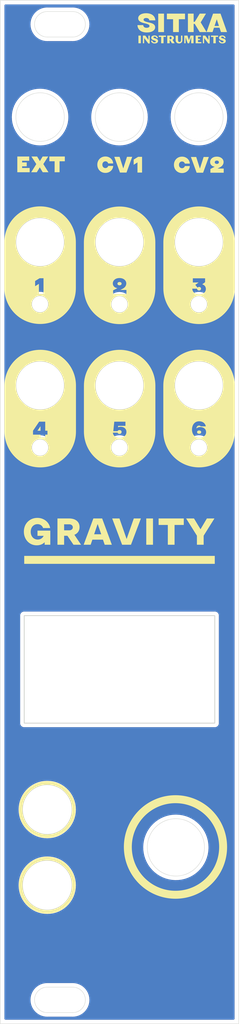
<source format=kicad_pcb>
(kicad_pcb (version 20211014) (generator pcbnew)

  (general
    (thickness 1.6)
  )

  (paper "A4")
  (layers
    (0 "F.Cu" signal)
    (31 "B.Cu" signal)
    (32 "B.Adhes" user "B.Adhesive")
    (33 "F.Adhes" user "F.Adhesive")
    (34 "B.Paste" user)
    (35 "F.Paste" user)
    (36 "B.SilkS" user "B.Silkscreen")
    (37 "F.SilkS" user "F.Silkscreen")
    (38 "B.Mask" user)
    (39 "F.Mask" user)
    (40 "Dwgs.User" user "User.Drawings")
    (41 "Cmts.User" user "User.Comments")
    (42 "Eco1.User" user "User.Eco1")
    (43 "Eco2.User" user "User.Eco2")
    (44 "Edge.Cuts" user)
    (45 "Margin" user)
    (46 "B.CrtYd" user "B.Courtyard")
    (47 "F.CrtYd" user "F.Courtyard")
    (48 "B.Fab" user)
    (49 "F.Fab" user)
    (50 "User.1" user)
    (51 "User.2" user)
    (52 "User.3" user)
    (53 "User.4" user)
    (54 "User.5" user)
    (55 "User.6" user)
    (56 "User.7" user)
    (57 "User.8" user)
    (58 "User.9" user)
  )

  (setup
    (pad_to_mask_clearance 0)
    (aux_axis_origin 60 31.75)
    (pcbplotparams
      (layerselection 0x00010fc_ffffffff)
      (disableapertmacros false)
      (usegerberextensions false)
      (usegerberattributes true)
      (usegerberadvancedattributes true)
      (creategerberjobfile true)
      (svguseinch false)
      (svgprecision 6)
      (excludeedgelayer true)
      (plotframeref false)
      (viasonmask false)
      (mode 1)
      (useauxorigin false)
      (hpglpennumber 1)
      (hpglpenspeed 20)
      (hpglpendiameter 15.000000)
      (dxfpolygonmode true)
      (dxfimperialunits true)
      (dxfusepcbnewfont true)
      (psnegative false)
      (psa4output false)
      (plotreference true)
      (plotvalue true)
      (plotinvisibletext false)
      (sketchpadsonfab false)
      (subtractmaskfromsilk false)
      (outputformat 1)
      (mirror false)
      (drillshape 0)
      (scaleselection 1)
      (outputdirectory "Gerbers/")
    )
  )

  (net 0 "")

  (gr_poly
    (pts
      (xy 63.628528 51.887472)
      (xy 62.73711 51.887472)
      (xy 62.73711 52.093661)
      (xy 63.315369 52.093661)
      (xy 63.315369 52.584587)
      (xy 62.73711 52.584587)
      (xy 62.73711 52.790776)
      (xy 63.685373 52.790776)
      (xy 63.685373 53.327177)
      (xy 62.129912 53.327177)
      (xy 62.129912 51.351587)
      (xy 63.628528 51.351587)
    ) (layer "F.SilkS") (width 0) (fill solid) (tstamp 071754c7-0916-448d-9342-57e016835f84))
  (gr_poly
    (pts
      (xy 75.471581 52.831111)
      (xy 75.482433 52.831111)
      (xy 75.945454 51.391922)
      (xy 76.600194 51.391922)
      (xy 75.880858 53.367512)
      (xy 75.062304 53.367512)
      (xy 74.342451 51.391922)
      (xy 75.011144 51.391922)
    ) (layer "F.SilkS") (width 0) (fill solid) (tstamp 077e59cb-027a-42f1-9716-c5de83e2352b))
  (gr_poly
    (pts
      (xy 81.460054 36.169712)
      (xy 81.483547 36.170632)
      (xy 81.506382 36.172166)
      (xy 81.528561 36.174314)
      (xy 81.550082 36.177076)
      (xy 81.570946 36.180451)
      (xy 81.591153 36.184441)
      (xy 81.610703 36.189045)
      (xy 81.629595 36.194262)
      (xy 81.647831 36.200094)
      (xy 81.665409 36.206541)
      (xy 81.682329 36.213601)
      (xy 81.698593 36.221276)
      (xy 81.714199 36.229566)
      (xy 81.729148 36.23847)
      (xy 81.74344 36.247989)
      (xy 81.756967 36.257885)
      (xy 81.769622 36.268265)
      (xy 81.781405 36.27913)
      (xy 81.792314 36.290479)
      (xy 81.802351 36.302313)
      (xy 81.811515 36.314631)
      (xy 81.819807 36.327434)
      (xy 81.827225 36.340722)
      (xy 81.833771 36.354494)
      (xy 81.839444 36.368752)
      (xy 81.844245 36.383494)
      (xy 81.848172 36.398722)
      (xy 81.851227 36.414435)
      (xy 81.853409 36.430633)
      (xy 81.854718 36.447316)
      (xy 81.855155 36.464484)
      (xy 81.854971 36.474246)
      (xy 81.85442 36.483878)
      (xy 81.853502 36.493381)
      (xy 81.852216 36.502754)
      (xy 81.850564 36.511999)
      (xy 81.848545 36.521114)
      (xy 81.846159 36.5301)
      (xy 81.843407 36.538957)
      (xy 81.840289 36.547684)
      (xy 81.836804 36.556282)
      (xy 81.832954 36.564751)
      (xy 81.828737 36.57309)
      (xy 81.824155 36.581301)
      (xy 81.819207 36.589382)
      (xy 81.813894 36.597333)
      (xy 81.808215 36.605155)
      (xy 81.802219 36.612649)
      (xy 81.795955 36.619959)
      (xy 81.789422 36.627085)
      (xy 81.78262 36.634029)
      (xy 81.77555 36.640789)
      (xy 81.768211 36.647366)
      (xy 81.760602 36.65376)
      (xy 81.752725 36.659971)
      (xy 81.744578 36.665999)
      (xy 81.736162 36.671843)
      (xy 81.727477 36.677505)
      (xy 81.718522 36.682983)
      (xy 81.709297 36.688278)
      (xy 81.699802 36.69339)
      (xy 81.690037 36.698319)
      (xy 81.680002 36.703065)
      (xy 81.944778 37.134774)
      (xy 81.602764 37.134774)
      (xy 81.372465 36.755522)
      (xy 81.315901 36.755522)
      (xy 81.315901 37.134774)
      (xy 81.015234 37.134774)
      (xy 81.015234 36.617612)
      (xy 81.315901 36.617612)
      (xy 81.434484 36.617612)
      (xy 81.441963 36.617461)
      (xy 81.449226 36.617007)
      (xy 81.456274 36.616251)
      (xy 81.463107 36.615193)
      (xy 81.469725 36.613832)
      (xy 81.476127 36.61217)
      (xy 81.482314 36.610206)
      (xy 81.488285 36.60794)
      (xy 81.494041 36.605372)
      (xy 81.499581 36.602502)
      (xy 81.504905 36.599332)
      (xy 81.510013 36.59586)
      (xy 81.514906 36.592086)
      (xy 81.519583 36.588012)
      (xy 81.524043 36.583637)
      (xy 81.528288 36.578961)
      (xy 81.532463 36.573843)
      (xy 81.536369 36.568489)
      (xy 81.540006 36.562898)
      (xy 81.543373 36.557071)
      (xy 81.546471 36.551007)
      (xy 81.549299 36.544706)
      (xy 81.551858 36.538168)
      (xy 81.554148 36.531394)
      (xy 81.556168 36.524382)
      (xy 81.557919 36.517134)
      (xy 81.559401 36.509648)
      (xy 81.560613 36.501925)
      (xy 81.561556 36.493965)
      (xy 81.562229 36.485767)
      (xy 81.562633 36.477332)
      (xy 81.562768 36.46866)
      (xy 81.562633 36.459991)
      (xy 81.562229 36.451571)
      (xy 81.561556 36.443398)
      (xy 81.560613 36.435473)
      (xy 81.559401 36.427796)
      (xy 81.557919 36.420367)
      (xy 81.556168 36.413186)
      (xy 81.554148 36.406252)
      (xy 81.551858 36.399566)
      (xy 81.549299 36.393128)
      (xy 81.546471 36.386938)
      (xy 81.543373 36.380995)
      (xy 81.540006 36.375301)
      (xy 81.536369 36.369854)
      (xy 81.532463 36.364655)
      (xy 81.528288 36.359704)
      (xy 81.524042 36.354861)
      (xy 81.51958 36.35033)
      (xy 81.514903 36.346112)
      (xy 81.51001 36.342206)
      (xy 81.504901 36.338612)
      (xy 81.499576 36.335331)
      (xy 81.494036 36.332362)
      (xy 81.48828 36.329706)
      (xy 81.482309 36.327362)
      (xy 81.476122 36.325331)
      (xy 81.469721 36.323612)
      (xy 81.463104 36.322205)
      (xy 81.456271 36.321111)
      (xy 81.449224 36.32033)
      (xy 81.441962 36.319861)
      (xy 81.434484 36.319705)
      (xy 81.315901 36.319705)
      (xy 81.315901 36.617612)
      (xy 81.015234 36.617612)
      (xy 81.015234 36.169406)
      (xy 81.435903 36.169405)
    ) (layer "F.SilkS") (width 0) (fill solid) (tstamp 0c82b546-515a-4fb4-be6c-5c552c95a7b1))
  (gr_poly
    (pts
      (xy 64.974699 51.927262)
      (xy 65.321965 51.351587)
      (xy 66.021664 51.351587)
      (xy 65.406715 52.302433)
      (xy 66.053186 53.327177)
      (xy 65.327649 53.327177)
      (xy 64.960747 52.717395)
      (xy 64.585576 53.327177)
      (xy 63.879676 53.327177)
      (xy 64.520464 52.305534)
      (xy 63.908098 51.351587)
      (xy 64.62795 51.351587)
    ) (layer "F.SilkS") (width 0) (fill solid) (tstamp 128f671d-0ff4-4544-adfa-1b3508ee7635))
  (gr_poly
    (pts
      (xy 80.845607 36.333509)
      (xy 80.547766 36.333509)
      (xy 80.547766 37.134774)
      (xy 80.244338 37.134774)
      (xy 80.244338 36.333509)
      (xy 79.946431 36.333509)
      (xy 79.946431 36.169406)
      (xy 80.845607 36.169406)
    ) (layer "F.SilkS") (width 0) (fill solid) (tstamp 192a5f1d-dcbd-4e2e-b14a-779c85f1f702))
  (gr_poly
    (pts
      (xy 83.094708 97.615455)
      (xy 81.934571 97.615455)
      (xy 81.934571 100.100574)
      (xy 81.086045 100.100574)
      (xy 81.086045 97.615455)
      (xy 79.92591 97.615455)
      (xy 79.92591 96.8)
      (xy 83.094708 96.8)
    ) (layer "F.SilkS") (width 0) (fill solid) (tstamp 2231d657-56f5-47bb-95a1-44e2b44949fc))
  (gr_circle (center 82.05 138.05) (end 88.05 138.05) (layer "F.SilkS") (width 1) (fill none) (tstamp 27a42063-36cb-405f-9130-beff536d6cf6))
  (gr_poly
    (pts
      (xy 65.236638 57.618429)
      (xy 65.46576 57.635743)
      (xy 65.691477 57.664261)
      (xy 65.913511 57.703702)
      (xy 66.131584 57.75379)
      (xy 66.345416 57.814244)
      (xy 66.554729 57.884787)
      (xy 66.759245 57.96514)
      (xy 66.958686 58.055026)
      (xy 67.152772 58.154164)
      (xy 67.341226 58.262277)
      (xy 67.523768 58.379086)
      (xy 67.700121 58.504313)
      (xy 67.870005 58.637679)
      (xy 68.033143 58.778905)
      (xy 68.189256 58.927714)
      (xy 68.338064 59.083827)
      (xy 68.479291 59.246965)
      (xy 68.612657 59.416849)
      (xy 68.737884 59.593202)
      (xy 68.854693 59.775744)
      (xy 68.962806 59.964198)
      (xy 69.061944 60.158284)
      (xy 69.151829 60.357725)
      (xy 69.232182 60.562241)
      (xy 69.302725 60.771554)
      (xy 69.36318 60.985386)
      (xy 69.413267 61.203458)
      (xy 69.452709 61.425492)
      (xy 69.481226 61.651209)
      (xy 69.49854 61.880331)
      (xy 69.504374 62.112579)
      (xy 69.504374 67.880187)
      (xy 69.49854 68.112435)
      (xy 69.481226 68.341556)
      (xy 69.452709 68.567273)
      (xy 69.413267 68.789307)
      (xy 69.36318 69.007379)
      (xy 69.302725 69.221211)
      (xy 69.232182 69.430524)
      (xy 69.151829 69.63504)
      (xy 69.061944 69.834481)
      (xy 68.962806 70.028567)
      (xy 68.854693 70.21702)
      (xy 68.737884 70.399563)
      (xy 68.612657 70.575915)
      (xy 68.479291 70.7458)
      (xy 68.338064 70.908938)
      (xy 68.189256 71.06505)
      (xy 68.033143 71.213859)
      (xy 67.870005 71.355086)
      (xy 67.700121 71.488452)
      (xy 67.523768 71.613679)
      (xy 67.341226 71.730488)
      (xy 67.152772 71.838601)
      (xy 66.958686 71.937739)
      (xy 66.759245 72.027624)
      (xy 66.554729 72.107978)
      (xy 66.345416 72.178521)
      (xy 66.131584 72.238975)
      (xy 65.913511 72.289063)
      (xy 65.691477 72.328504)
      (xy 65.46576 72.357022)
      (xy 65.236638 72.374336)
      (xy 65.00439 72.38017)
      (xy 64.772142 72.374336)
      (xy 64.54302 72.357022)
      (xy 64.317303 72.328504)
      (xy 64.095269 72.289063)
      (xy 63.877197 72.238975)
      (xy 63.663365 72.178521)
      (xy 63.454052 72.107978)
      (xy 63.249536 72.027624)
      (xy 63.050095 71.937739)
      (xy 62.856009 71.838601)
      (xy 62.667555 71.730488)
      (xy 62.485013 71.613679)
      (xy 62.30866 71.488452)
      (xy 62.138776 71.355086)
      (xy 61.975638 71.213859)
      (xy 61.819525 71.06505)
      (xy 61.670716 70.908938)
      (xy 61.52949 70.7458)
      (xy 61.396124 70.575915)
      (xy 61.270897 70.399563)
      (xy 61.154088 70.21702)
      (xy 61.045975 70.028567)
      (xy 60.975399 69.890399)
      (xy 63.939855 69.890399)
      (xy 63.941142 69.942469)
      (xy 63.944987 69.994187)
      (xy 63.951354 70.045465)
      (xy 63.960207 70.096218)
      (xy 63.971511 70.146359)
      (xy 63.98523 70.195802)
      (xy 64.001328 70.244462)
      (xy 64.019769 70.292252)
      (xy 64.040519 70.339086)
      (xy 64.06354 70.384878)
      (xy 64.088799 70.429542)
      (xy 64.116258 70.472992)
      (xy 64.145883 70.515141)
      (xy 64.177638 70.555905)
      (xy 64.211486 70.595195)
      (xy 64.247393 70.632928)
      (xy 64.285125 70.668835)
      (xy 64.324416 70.702683)
      (xy 64.365178 70.734438)
      (xy 64.407327 70.764063)
      (xy 64.450776 70.791522)
      (xy 64.495438 70.81678)
      (xy 64.541228 70.839802)
      (xy 64.58806 70.860551)
      (xy 64.635846 70.878993)
      (xy 64.684501 70.895091)
      (xy 64.73394 70.908809)
      (xy 64.784074 70.920113)
      (xy 64.83482 70.928966)
      (xy 64.886089 70.935332)
      (xy 64.937797 70.939177)
      (xy 64.989856 70.940465)
      (xy 65.041927 70.939181)
      (xy 65.093645 70.935339)
      (xy 65.144923 70.928975)
      (xy 65.195676 70.920125)
      (xy 65.245818 70.908825)
      (xy 65.295262 70.895109)
      (xy 65.343923 70.879014)
      (xy 65.391714 70.860576)
      (xy 65.438549 70.839829)
      (xy 65.484342 70.81681)
      (xy 65.529007 70.791555)
      (xy 65.572459 70.764098)
      (xy 65.61461 70.734476)
      (xy 65.655375 70.702724)
      (xy 65.694668 70.668878)
      (xy 65.732402 70.632973)
      (xy 65.768311 70.595244)
      (xy 65.802162 70.555955)
      (xy 65.83392 70.515194)
      (xy 65.863547 70.473045)
      (xy 65.891009 70.429596)
      (xy 65.91627 70.384933)
      (xy 65.939295 70.33914)
      (xy 65.960048 70.292305)
      (xy 65.978492 70.244513)
      (xy 65.994593 70.19585)
      (xy 66.008315 70.146402)
      (xy 66.019622 70.096255)
      (xy 66.028478 70.045495)
      (xy 66.034848 69.994209)
      (xy 66.038696 69.942481)
      (xy 66.039987 69.890399)
      (xy 66.0387 69.838328)
      (xy 66.034855 69.786611)
      (xy 66.028488 69.735332)
      (xy 66.019635 69.68458)
      (xy 66.008331 69.634439)
      (xy 65.994612 69.584995)
      (xy 65.978514 69.536336)
      (xy 65.960073 69.488546)
      (xy 65.939323 69.441712)
      (xy 65.916301 69.39592)
      (xy 65.891043 69.351256)
      (xy 65.863584 69.307807)
      (xy 65.833959 69.265657)
      (xy 65.802204 69.224894)
      (xy 65.768356 69.185604)
      (xy 65.732449 69.147872)
      (xy 65.694717 69.111965)
      (xy 65.655426 69.078117)
      (xy 65.614663 69.046362)
      (xy 65.572514 69.016738)
      (xy 65.529064 68.989278)
      (xy 65.4844 68.96402)
      (xy 65.438608 68.940998)
      (xy 65.391774 68.920249)
      (xy 65.343984 68.901807)
      (xy 65.295325 68.885709)
      (xy 65.245881 68.871991)
      (xy 65.19574 68.860687)
      (xy 65.144988 68.851834)
      (xy 65.093709 68.845467)
      (xy 65.041992 68.841622)
      (xy 64.989952 68.840335)
      (xy 64.937913 68.841619)
      (xy 64.886196 68.845461)
      (xy 64.834917 68.851824)
      (xy 64.784164 68.860674)
      (xy 64.734022 68.871975)
      (xy 64.684578 68.88569)
      (xy 64.635918 68.901785)
      (xy 64.588127 68.920224)
      (xy 64.541292 68.94097)
      (xy 64.495499 68.963989)
      (xy 64.450833 68.989245)
      (xy 64.407382 69.016701)
      (xy 64.365231 69.046324)
      (xy 64.324466 69.078075)
      (xy 64.285173 69.111921)
      (xy 64.247439 69.147826)
      (xy 64.21153 69.185556)
      (xy 64.177679 69.224844)
      (xy 64.145922 69.265606)
      (xy 64.116294 69.307754)
      (xy 64.088832 69.351203)
      (xy 64.063571 69.395867)
      (xy 64.040546 69.441659)
      (xy 64.019794 69.488494)
      (xy 64.001349 69.536287)
      (xy 63.985249 69.584949)
      (xy 63.971527 69.634397)
      (xy 63.96022 69.684544)
      (xy 63.951364 69.735303)
      (xy 63.944994 69.78659)
      (xy 63.941146 69.838317)
      (xy 63.939855 69.890399)
      (xy 60.975399 69.890399)
      (xy 60.946837 69.834481)
      (xy 60.856951 69.63504)
      (xy 60.776598 69.430524)
      (xy 60.706055 69.221211)
      (xy 60.645601 69.007379)
      (xy 60.607233 68.840335)
      (xy 64.989921 68.840335)
      (xy 64.989952 68.840335)
      (xy 64.989984 68.840335)
      (xy 64.989921 68.840335)
      (xy 60.607233 68.840335)
      (xy 60.595513 68.789307)
      (xy 60.556072 68.567273)
      (xy 60.527554 68.341556)
      (xy 60.51024 68.112435)
      (xy 60.504406 67.880187)
      (xy 60.504406 67.63679)
      (xy 64.371354 67.63679)
      (xy 64.850911 67.340167)
      (xy 64.850911 68.612958)
      (xy 65.429687 68.612958)
      (xy 65.429687 66.637368)
      (xy 64.935661 66.637368)
      (xy 64.371354 66.984633)
      (xy 64.371354 67.63679)
      (xy 60.504406 67.63679)
      (xy 60.504406 62.112579)
      (xy 60.504965 62.090357)
      (xy 61.939977 62.090357)
      (xy 61.943948 62.247305)
      (xy 61.955729 62.402193)
      (xy 61.975127 62.554829)
      (xy 62.00195 62.705022)
      (xy 62.036009 62.852579)
      (xy 62.077109 62.997309)
      (xy 62.125061 63.139021)
      (xy 62.179672 63.277523)
      (xy 62.240751 63.412623)
      (xy 62.308107 63.544129)
      (xy 62.381546 63.671851)
      (xy 62.460879 63.795596)
      (xy 62.545913 63.915172)
      (xy 62.636457 64.030389)
      (xy 62.732319 64.141055)
      (xy 62.833308 64.246977)
      (xy 62.939232 64.347964)
      (xy 63.049898 64.443825)
      (xy 63.165117 64.534368)
      (xy 63.284695 64.619402)
      (xy 63.408443 64.698734)
      (xy 63.536166 64.772173)
      (xy 63.667676 64.839528)
      (xy 63.802778 64.900607)
      (xy 63.941283 64.955218)
      (xy 64.082998 65.003169)
      (xy 64.227732 65.04427)
      (xy 64.375293 65.078328)
      (xy 64.52549 65.105152)
      (xy 64.678131 65.12455)
      (xy 64.833024 65.13633)
      (xy 64.989977 65.140301)
      (xy 65.146926 65.136327)
      (xy 65.301813 65.124544)
      (xy 65.454449 65.105143)
      (xy 65.604641 65.078317)
      (xy 65.752198 65.044256)
      (xy 65.896927 65.003153)
      (xy 66.038638 64.955199)
      (xy 66.177139 64.900585)
      (xy 66.312237 64.839505)
      (xy 66.443743 64.772148)
      (xy 66.571463 64.698707)
      (xy 66.695206 64.619373)
      (xy 66.814781 64.534338)
      (xy 66.929996 64.443794)
      (xy 67.04066 64.347932)
      (xy 67.14658 64.246944)
      (xy 67.247565 64.141021)
      (xy 67.343424 64.030356)
      (xy 67.433965 63.915139)
      (xy 67.518996 63.795563)
      (xy 67.598326 63.671819)
      (xy 67.671763 63.544099)
      (xy 67.739115 63.412593)
      (xy 67.800191 63.277495)
      (xy 67.8548 63.138996)
      (xy 67.902749 62.997286)
      (xy 67.943847 62.852559)
      (xy 67.977902 62.705005)
      (xy 68.004723 62.554816)
      (xy 68.024118 62.402184)
      (xy 68.035896 62.247301)
      (xy 68.039864 62.090358)
      (xy 68.035892 61.933409)
      (xy 68.024112 61.778521)
      (xy 68.004714 61.625885)
      (xy 67.97789 61.475693)
      (xy 67.943832 61.328136)
      (xy 67.902731 61.183406)
      (xy 67.85478 61.041694)
      (xy 67.800169 60.903192)
      (xy 67.73909 60.768093)
      (xy 67.671735 60.636586)
      (xy 67.598296 60.508865)
      (xy 67.518964 60.38512)
      (xy 67.433931 60.265543)
      (xy 67.343388 60.150327)
      (xy 67.247527 60.039662)
      (xy 67.146539 59.93374)
      (xy 67.040617 59.832752)
      (xy 66.929952 59.736891)
      (xy 66.814736 59.646348)
      (xy 66.695159 59.561315)
      (xy 66.571414 59.481983)
      (xy 66.443693 59.408544)
      (xy 66.312186 59.341189)
      (xy 66.177087 59.28011)
      (xy 66.038585 59.225499)
      (xy 65.896873 59.177548)
      (xy 65.752143 59.136447)
      (xy 65.604586 59.102389)
      (xy 65.454394 59.075565)
      (xy 65.301757 59.056167)
      (xy 65.146869 59.044387)
      (xy 64.989921 59.040416)
      (xy 64.989862 59.040416)
      (xy 64.832914 59.04439)
      (xy 64.678026 59.056173)
      (xy 64.52539 59.075574)
      (xy 64.375198 59.102401)
      (xy 64.227642 59.136462)
      (xy 64.082912 59.177565)
      (xy 63.941202 59.225519)
      (xy 63.802701 59.280132)
      (xy 63.667603 59.341213)
      (xy 63.536097 59.40857)
      (xy 63.408377 59.482011)
      (xy 63.284634 59.561345)
      (xy 63.165059 59.646379)
      (xy 63.049844 59.736923)
      (xy 62.939181 59.832785)
      (xy 62.833261 59.933773)
      (xy 62.732275 60.039696)
      (xy 62.636416 60.150361)
      (xy 62.545876 60.265578)
      (xy 62.460845 60.385154)
      (xy 62.381515 60.508898)
      (xy 62.308078 60.636618)
      (xy 62.240726 60.768123)
      (xy 62.17965 60.903221)
      (xy 62.125041 61.04172)
      (xy 62.077092 61.183429)
      (xy 62.035994 61.328157)
      (xy 62.001939 61.47571)
      (xy 61.975118 61.625899)
      (xy 61.955723 61.77853)
      (xy 61.943945 61.933414)
      (xy 61.939977 62.090357)
      (xy 60.504965 62.090357)
      (xy 60.51024 61.880331)
      (xy 60.527554 61.651209)
      (xy 60.556072 61.425492)
      (xy 60.595513 61.203458)
      (xy 60.645601 60.985386)
      (xy 60.706055 60.771554)
      (xy 60.776598 60.562241)
      (xy 60.856951 60.357725)
      (xy 60.946837 60.158284)
      (xy 61.045975 59.964198)
      (xy 61.154088 59.775744)
      (xy 61.270897 59.593202)
      (xy 61.396124 59.416849)
      (xy 61.52949 59.246965)
      (xy 61.670716 59.083827)
      (xy 61.819525 58.927714)
      (xy 61.975638 58.778905)
      (xy 62.138776 58.637679)
      (xy 62.30866 58.504313)
      (xy 62.485013 58.379086)
      (xy 62.667555 58.262277)
      (xy 62.856009 58.154164)
      (xy 63.050095 58.055026)
      (xy 63.249536 57.96514)
      (xy 63.454052 57.884787)
      (xy 63.663365 57.814244)
      (xy 63.877197 57.75379)
      (xy 64.095269 57.703702)
      (xy 64.317303 57.664261)
      (xy 64.54302 57.635743)
      (xy 64.772142 57.618429)
      (xy 65.00439 57.612595)
    ) (layer "F.SilkS") (width 0) (fill solid) (tstamp 283e6d72-d60d-49ad-b602-c6f2dda375c3))
  (gr_poly
    (pts
      (xy 82.37225 36.730674)
      (xy 82.372576 36.751251)
      (xy 82.372983 36.761199)
      (xy 82.373552 36.770921)
      (xy 82.374283 36.780415)
      (xy 82.375177 36.789684)
      (xy 82.376232 36.798726)
      (xy 82.377449 36.807541)
      (xy 82.378828 36.816131)
      (xy 82.380368 36.824494)
      (xy 82.382069 36.832631)
      (xy 82.383932 36.840543)
      (xy 82.385955 36.848228)
      (xy 82.38814 36.855688)
      (xy 82.390485 36.862922)
      (xy 82.39299 36.869931)
      (xy 82.395819 36.876541)
      (xy 82.398788 36.882926)
      (xy 82.401895 36.889085)
      (xy 82.405142 36.895019)
      (xy 82.408527 36.900727)
      (xy 82.412053 36.90621)
      (xy 82.415718 36.911466)
      (xy 82.419523 36.916496)
      (xy 82.423467 36.9213)
      (xy 82.427552 36.925878)
      (xy 82.431777 36.930229)
      (xy 82.436142 36.934353)
      (xy 82.440648 36.938251)
      (xy 82.445295 36.941922)
      (xy 82.450082 36.945365)
      (xy 82.45501 36.948582)
      (xy 82.460263 36.951586)
      (xy 82.465677 36.954396)
      (xy 82.471253 36.957011)
      (xy 82.476991 36.959432)
      (xy 82.48289 36.961659)
      (xy 82.48895 36.963692)
      (xy 82.495173 36.965531)
      (xy 82.501556 36.967176)
      (xy 82.508102 36.968627)
      (xy 82.514809 36.969884)
      (xy 82.521677 36.970947)
      (xy 82.528707 36.971817)
      (xy 82.535899 36.972494)
      (xy 82.543252 36.972977)
      (xy 82.550767 36.973267)
      (xy 82.558443 36.973363)
      (xy 82.565792 36.973245)
      (xy 82.573012 36.972891)
      (xy 82.580103 36.9723)
      (xy 82.587066 36.971473)
      (xy 82.593899 36.970409)
      (xy 82.600604 36.969108)
      (xy 82.607179 36.967571)
      (xy 82.613625 36.965796)
      (xy 82.619942 36.963785)
      (xy 82.626129 36.961536)
      (xy 82.632187 36.959051)
      (xy 82.638115 36.956328)
      (xy 82.643913 36.953367)
      (xy 82.649582 36.950169)
      (xy 82.65512 36.946734)
      (xy 82.660529 36.94306)
      (xy 82.665797 36.938998)
      (xy 82.670915 36.934742)
      (xy 82.675881 36.930292)
      (xy 82.680697 36.925647)
      (xy 82.685361 36.920808)
      (xy 82.689875 36.915775)
      (xy 82.694238 36.910548)
      (xy 82.69845 36.905127)
      (xy 82.702511 36.899511)
      (xy 82.706422 36.893702)
      (xy 82.710182 36.887699)
      (xy 82.713791 36.881503)
      (xy 82.717249 36.875112)
      (xy 82.720556 36.868528)
      (xy 82.723713 36.861751)
      (xy 82.726719 36.85478)
      (xy 82.729558 36.847631)
      (xy 82.732213 36.840322)
      (xy 82.734685 36.832852)
      (xy 82.736974 36.825221)
      (xy 82.739079 36.817428)
      (xy 82.741001 36.809475)
      (xy 82.742739 36.80136)
      (xy 82.744295 36.793083)
      (xy 82.745667 36.784645)
      (xy 82.746856 36.776046)
      (xy 82.747863 36.767284)
      (xy 82.748686 36.758361)
      (xy 82.749326 36.749275)
      (xy 82.749783 36.740027)
      (xy 82.750149 36.721045)
      (xy 82.750149 36.169406)
      (xy 82.919775 36.169406)
      (xy 82.919775 36.729259)
      (xy 82.919575 36.745502)
      (xy 82.918977 36.761476)
      (xy 82.917979 36.777182)
      (xy 82.916583 36.79262)
      (xy 82.914787 36.807789)
      (xy 82.912593 36.822689)
      (xy 82.91 36.83732)
      (xy 82.907009 36.851681)
      (xy 82.903619 36.865774)
      (xy 82.89983 36.879596)
      (xy 82.895643 36.89315)
      (xy 82.891058 36.906433)
      (xy 82.886075 36.919446)
      (xy 82.880693 36.932189)
      (xy 82.874913 36.944662)
      (xy 82.868735 36.956865)
      (xy 82.862185 36.968592)
      (xy 82.855289 36.979985)
      (xy 82.848049 36.991044)
      (xy 82.840464 37.001768)
      (xy 82.832534 37.012158)
      (xy 82.824259 37.022214)
      (xy 82.815639 37.031936)
      (xy 82.806674 37.041323)
      (xy 82.797365 37.050377)
      (xy 82.78771 37.059096)
      (xy 82.777711 37.067482)
      (xy 82.767367 37.075534)
      (xy 82.756679 37.083252)
      (xy 82.745645 37.090637)
      (xy 82.734267 37.097687)
      (xy 82.722545 37.104405)
      (xy 82.710688 37.110584)
      (xy 82.698562 37.116364)
      (xy 82.686167 37.121747)
      (xy 82.673503 37.126731)
      (xy 82.660571 37.131317)
      (xy 82.647369 37.135504)
      (xy 82.633897 37.139292)
      (xy 82.620157 37.142682)
      (xy 82.606147 37.145674)
      (xy 82.591867 37.148266)
      (xy 82.577318 37.15046)
      (xy 82.562499 37.152255)
      (xy 82.547411 37.153652)
      (xy 82.532053 37.154649)
      (xy 82.516424 37.155248)
      (xy 82.500526 37.155447)
      (xy 82.484279 37.155248)
      (xy 82.468289 37.154649)
      (xy 82.452558 37.153652)
      (xy 82.437084 37.152255)
      (xy 82.421869 37.15046)
      (xy 82.406913 37.148266)
      (xy 82.392215 37.145673)
      (xy 82.377775 37.142682)
      (xy 82.363594 37.139292)
      (xy 82.349672 37.135503)
      (xy 82.336008 37.131316)
      (xy 82.322604 37.12673)
      (xy 82.309458 37.121747)
      (xy 82.296572 37.116364)
      (xy 82.283945 37.110584)
      (xy 82.271577 37.104405)
      (xy 82.259676 37.09786)
      (xy 82.248111 37.090981)
      (xy 82.23688 37.083769)
      (xy 82.225983 37.076223)
      (xy 82.215421 37.068344)
      (xy 82.205192 37.060131)
      (xy 82.195298 37.051584)
      (xy 82.185739 37.042703)
      (xy 82.176513 37.033488)
      (xy 82.167621 37.023939)
      (xy 82.159063 37.014056)
      (xy 82.150838 37.003839)
      (xy 82.142947 36.993288)
      (xy 82.13539 36.982402)
      (xy 82.128166 36.971181)
      (xy 82.121276 36.959626)
      (xy 82.11493 36.947613)
      (xy 82.108993 36.935362)
      (xy 82.103466 36.922874)
      (xy 82.09835 36.910149)
      (xy 82.093642 36.897186)
      (xy 82.089345 36.883987)
      (xy 82.085457 36.87055)
      (xy 82.081978 36.856876)
      (xy 82.078909 36.842965)
      (xy 82.07625 36.828818)
      (xy 82.073999 36.814433)
      (xy 82.072158 36.799811)
      (xy 82.070726 36.784953)
      (xy 82.069704 36.769858)
      (xy 82.06909 36.754526)
      (xy 82.068886 36.738957)
      (xy 82.068886 36.169406)
      (xy 82.37225 36.169406)
    ) (layer "F.SilkS") (width 0) (fill solid) (tstamp 291adf6d-e12d-4018-b99b-a93bba2bfae9))
  (gr_poly
    (pts
      (xy 87.288148 51.368776)
      (xy 87.317891 51.369797)
      (xy 87.347236 51.371498)
      (xy 87.376184 51.37388)
      (xy 87.404736 51.376944)
      (xy 87.43289 51.38069)
      (xy 87.460647 51.385119)
      (xy 87.488007 51.390231)
      (xy 87.51497 51.396026)
      (xy 87.541537 51.402505)
      (xy 87.567706 51.409669)
      (xy 87.593479 51.417517)
      (xy 87.618856 51.426051)
      (xy 87.643836 51.435271)
      (xy 87.668419 51.445177)
      (xy 87.692606 51.45577)
      (xy 87.716618 51.466973)
      (xy 87.73997 51.478708)
      (xy 87.762663 51.490975)
      (xy 87.784695 51.503774)
      (xy 87.806067 51.517104)
      (xy 87.826779 51.530965)
      (xy 87.846829 51.545356)
      (xy 87.866218 51.560276)
      (xy 87.884946 51.575726)
      (xy 87.903012 51.591704)
      (xy 87.920416 51.608211)
      (xy 87.937158 51.625245)
      (xy 87.953237 51.642806)
      (xy 87.968654 51.660894)
      (xy 87.983407 51.679509)
      (xy 87.997497 51.698649)
      (xy 88.010826 51.718205)
      (xy 88.023294 51.738067)
      (xy 88.034903 51.758236)
      (xy 88.045652 51.778713)
      (xy 88.055541 51.799497)
      (xy 88.06457 51.820588)
      (xy 88.07274 51.841988)
      (xy 88.080049 51.863696)
      (xy 88.086499 51.885712)
      (xy 88.092089 51.908038)
      (xy 88.096819 51.930673)
      (xy 88.100688 51.953617)
      (xy 88.103698 51.976872)
      (xy 88.105848 52.000436)
      (xy 88.107138 52.024312)
      (xy 88.107568 52.048498)
      (xy 88.10738 52.064331)
      (xy 88.106815 52.080079)
      (xy 88.105874 52.095742)
      (xy 88.104557 52.111319)
      (xy 88.102864 52.12681)
      (xy 88.100796 52.142214)
      (xy 88.098353 52.157531)
      (xy 88.095534 52.17276)
      (xy 88.09234 52.187901)
      (xy 88.088772 52.202953)
      (xy 88.08483 52.217916)
      (xy 88.080513 52.23279)
      (xy 88.075822 52.247573)
      (xy 88.070758 52.262265)
      (xy 88.06532 52.276867)
      (xy 88.059509 52.291377)
      (xy 88.053689 52.305774)
      (xy 88.047517 52.320039)
      (xy 88.040994 52.33417)
      (xy 88.034119 52.348169)
      (xy 88.026893 52.362036)
      (xy 88.019314 52.375769)
      (xy 88.011383 52.389371)
      (xy 88.0031 52.402839)
      (xy 87.994464 52.416176)
      (xy 87.985475 52.42938)
      (xy 87.976132 52.442452)
      (xy 87.966437 52.455393)
      (xy 87.956388 52.468201)
      (xy 87.945985 52.480877)
      (xy 87.935228 52.493422)
      (xy 87.924117 52.505835)
      (xy 87.912674 52.517752)
      (xy 87.900922 52.529513)
      (xy 87.888861 52.541119)
      (xy 87.876491 52.552568)
      (xy 87.863813 52.563863)
      (xy 87.850825 52.575003)
      (xy 87.823925 52.596818)
      (xy 87.795789 52.618015)
      (xy 87.766419 52.638596)
      (xy 87.735814 52.658563)
      (xy 87.703975 52.677917)
      (xy 87.700405 52.68069)
      (xy 87.69675 52.683367)
      (xy 87.693007 52.68595)
      (xy 87.689178 52.688441)
      (xy 87.68526 52.690844)
      (xy 87.681253 52.693163)
      (xy 87.677156 52.695398)
      (xy 87.672969 52.697554)
      (xy 87.638863 52.714607)
      (xy 87.348442 52.863952)
      (xy 88.124105 52.863952)
      (xy 88.124105 53.386401)
      (xy 86.447721 53.386401)
      (xy 86.447721 52.915112)
      (xy 86.992391 52.635542)
      (xy 86.978438 52.635542)
      (xy 86.976999 52.634839)
      (xy 86.975481 52.634129)
      (xy 86.973879 52.633416)
      (xy 86.97219 52.6327)
      (xy 86.970409 52.631985)
      (xy 86.968534 52.631271)
      (xy 86.966561 52.630562)
      (xy 86.964486 52.629858)
      (xy 86.940759 52.625414)
      (xy 86.917559 52.62055)
      (xy 86.894884 52.615264)
      (xy 86.872737 52.609559)
      (xy 86.851116 52.603434)
      (xy 86.830023 52.596889)
      (xy 86.809458 52.589925)
      (xy 86.789422 52.582542)
      (xy 86.769915 52.57474)
      (xy 86.750938 52.566519)
      (xy 86.732491 52.55788)
      (xy 86.714575 52.548823)
      (xy 86.697189 52.539348)
      (xy 86.680336 52.529455)
      (xy 86.664014 52.519145)
      (xy 86.648225 52.508418)
      (xy 86.633302 52.49735)
      (xy 86.618869 52.486019)
      (xy 86.604925 52.474425)
      (xy 86.591471 52.462568)
      (xy 86.578505 52.450446)
      (xy 86.566026 52.438061)
      (xy 86.554034 52.425412)
      (xy 86.542528 52.412498)
      (xy 86.531507 52.399319)
      (xy 86.52097 52.385876)
      (xy 86.510917 52.372168)
      (xy 86.501346 52.358195)
      (xy 86.492258 52.343956)
      (xy 86.48365 52.329452)
      (xy 86.475523 52.314682)
      (xy 86.467875 52.299646)
      (xy 86.461036 52.284068)
      (xy 86.45463 52.268379)
      (xy 86.448657 52.252578)
      (xy 86.44312 52.236667)
      (xy 86.438018 52.220645)
      (xy 86.433354 52.204512)
      (xy 86.429129 52.188269)
      (xy 86.425343 52.171915)
      (xy 86.421999 52.155451)
      (xy 86.419096 52.138877)
      (xy 86.416637 52.122193)
      (xy 86.414622 52.105399)
      (xy 86.413053 52.088496)
      (xy 86.411931 52.071483)
      (xy 86.411921 52.071236)
      (xy 86.998075 52.071236)
      (xy 86.998196 52.078942)
      (xy 86.998559 52.086538)
      (xy 86.999163 52.094024)
      (xy 87.00001 52.1014)
      (xy 87.001099 52.108665)
      (xy 87.002429 52.11582)
      (xy 87.004003 52.122865)
      (xy 87.005818 52.1298)
      (xy 87.007876 52.136624)
      (xy 87.010177 52.143338)
      (xy 87.01272 52.149942)
      (xy 87.015507 52.156436)
      (xy 87.018536 52.162819)
      (xy 87.021808 52.169092)
      (xy 87.025323 52.175255)
      (xy 87.029081 52.181307)
      (xy 87.033404 52.187216)
      (xy 87.037906 52.192949)
      (xy 87.042587 52.198505)
      (xy 87.047446 52.203885)
      (xy 87.052483 52.209089)
      (xy 87.057697 52.214116)
      (xy 87.063088 52.218967)
      (xy 87.068655 52.223642)
      (xy 87.074399 52.22814)
      (xy 87.080319 52.232462)
      (xy 87.086415 52.236607)
      (xy 87.092686 52.240576)
      (xy 87.099132 52.244368)
      (xy 87.105752 52.247984)
      (xy 87.112547 52.251424)
      (xy 87.119515 52.254687)
      (xy 87.126989 52.257762)
      (xy 87.134594 52.260637)
      (xy 87.142329 52.263312)
      (xy 87.150196 52.265787)
      (xy 87.158194 52.268063)
      (xy 87.166324 52.27014)
      (xy 87.174585 52.272018)
      (xy 87.182979 52.273698)
      (xy 87.191505 52.275179)
      (xy 87.200163 52.276462)
      (xy 87.208954 52.277546)
      (xy 87.217878 52.278433)
      (xy 87.226935 52.279123)
      (xy 87.236126 52.279615)
      (xy 87.245449 52.27991)
      (xy 87.254907 52.280009)
      (xy 87.26471 52.27991)
      (xy 87.274362 52.279615)
      (xy 87.283864 52.279123)
      (xy 87.293215 52.278433)
      (xy 87.302413 52.277546)
      (xy 87.311459 52.276462)
      (xy 87.320352 52.275179)
      (xy 87.329092 52.273698)
      (xy 87.337677 52.272018)
      (xy 87.346107 52.27014)
      (xy 87.354381 52.268063)
      (xy 87.362499 52.265787)
      (xy 87.370461 52.263312)
      (xy 87.378265 52.260637)
      (xy 87.385912 52.257762)
      (xy 87.3934 52.254687)
      (xy 87.4007 52.251424)
      (xy 87.407782 52.247984)
      (xy 87.414645 52.244368)
      (xy 87.42129 52.240576)
      (xy 87.427716 52.236607)
      (xy 87.433922 52.232462)
      (xy 87.439908 52.22814)
      (xy 87.445674 52.223642)
      (xy 87.45122 52.218967)
      (xy 87.456545 52.214116)
      (xy 87.461648 52.209089)
      (xy 87.46653 52.203885)
      (xy 87.47119 52.198505)
      (xy 87.475627 52.192949)
      (xy 87.479842 52.187216)
      (xy 87.483834 52.181307)
      (xy 87.487932 52.175255)
      (xy 87.49176 52.169092)
      (xy 87.495319 52.162818)
      (xy 87.498608 52.156435)
      (xy 87.50163 52.149941)
      (xy 87.504385 52.143337)
      (xy 87.506873 52.136623)
      (xy 87.509096 52.129798)
      (xy 87.511055 52.122864)
      (xy 87.512749 52.115819)
      (xy 87.514181 52.108664)
      (xy 87.51535 52.101398)
      (xy 87.516258 52.094023)
      (xy 87.516906 52.086538)
      (xy 87.517294 52.078942)
      (xy 87.517423 52.071236)
      (xy 87.517294 52.063538)
      (xy 87.516906 52.055968)
      (xy 87.516258 52.048525)
      (xy 87.51535 52.041212)
      (xy 87.514181 52.034027)
      (xy 87.512749 52.026973)
      (xy 87.511055 52.02005)
      (xy 87.509096 52.013258)
      (xy 87.506873 52.006599)
      (xy 87.504385 52.000073)
      (xy 87.50163 51.99368)
      (xy 87.498608 51.987422)
      (xy 87.495319 51.9813)
      (xy 87.49176 51.975313)
      (xy 87.487932 51.969462)
      (xy 87.483834 51.963749)
      (xy 87.479842 51.95784)
      (xy 87.475627 51.952107)
      (xy 87.47119 51.94655)
      (xy 87.46653 51.94117)
      (xy 87.461648 51.935967)
      (xy 87.456545 51.930939)
      (xy 87.45122 51.926088)
      (xy 87.445674 51.921414)
      (xy 87.439908 51.916916)
      (xy 87.433922 51.912594)
      (xy 87.427716 51.908449)
      (xy 87.42129 51.90448)
      (xy 87.414645 51.900687)
      (xy 87.407782 51.897071)
      (xy 87.4007 51.893631)
      (xy 87.3934 51.890368)
      (xy 87.385912 51.887293)
      (xy 87.378265 51.884418)
      (xy 87.37046 51.881744)
      (xy 87.362498 51.879268)
      (xy 87.35438 51.876992)
      (xy 87.346105 51.874915)
      (xy 87.337675 51.873037)
      (xy 87.32909 51.871358)
      (xy 87.320351 51.869877)
      (xy 87.311458 51.868594)
      (xy 87.302412 51.867509)
      (xy 87.293214 51.866622)
      (xy 87.283863 51.865933)
      (xy 87.274362 51.86544)
      (xy 87.26471 51.865145)
      (xy 87.254907 51.865047)
      (xy 87.245449 51.865145)
      (xy 87.236125 51.86544)
      (xy 87.226934 51.865933)
      (xy 87.217877 51.866622)
      (xy 87.208953 51.867509)
      (xy 87.200162 51.868594)
      (xy 87.191503 51.869877)
      (xy 87.182978 51.871358)
      (xy 87.174584 51.873037)
      (xy 87.166322 51.874915)
      (xy 87.158193 51.876992)
      (xy 87.150195 51.879268)
      (xy 87.142328 51.881744)
      (xy 87.134593 51.884418)
      (xy 87.126989 51.887293)
      (xy 87.119515 51.890368)
      (xy 87.112547 51.893631)
      (xy 87.105752 51.897071)
      (xy 87.099132 51.900687)
      (xy 87.092686 51.90448)
      (xy 87.086415 51.908449)
      (xy 87.080319 51.912594)
      (xy 87.074399 51.916916)
      (xy 87.068655 51.921414)
      (xy 87.063088 51.926088)
      (xy 87.057697 51.930939)
      (xy 87.052483 51.935967)
      (xy 87.047446 51.94117)
      (xy 87.042587 51.94655)
      (xy 87.037906 51.952107)
      (xy 87.033404 51.95784)
      (xy 87.029081 51.963749)
      (xy 87.025323 51.969462)
      (xy 87.021808 51.975312)
      (xy 87.018536 51.981299)
      (xy 87.015507 51.987421)
      (xy 87.01272 51.993679)
      (xy 87.010177 52.000071)
      (xy 87.007876 52.006597)
      (xy 87.005818 52.013257)
      (xy 87.004003 52.020048)
      (xy 87.002429 52.026971)
      (xy 87.001099 52.034026)
      (xy 87.00001 52.04121)
      (xy 86.999163 52.048524)
      (xy 86.998559 52.055967)
      (xy 86.998196 52.063538)
      (xy 86.998075 52.071236)
      (xy 86.411921 52.071236)
      (xy 86.411256 52.05436)
      (xy 86.411031 52.037129)
      (xy 86.411422 52.015687)
      (xy 86.412594 51.9944)
      (xy 86.414545 51.973268)
      (xy 86.417274 51.952291)
      (xy 86.42078 51.931468)
      (xy 86.425061 51.9108)
      (xy 86.430117 51.890286)
      (xy 86.435946 51.869927)
      (xy 86.442546 51.849721)
      (xy 86.449917 51.829671)
      (xy 86.458057 51.809774)
      (xy 86.466965 51.790032)
      (xy 86.47664 51.770443)
      (xy 86.487079 51.751009)
      (xy 86.498283 51.731728)
      (xy 86.51025 51.712601)
      (xy 86.52295 51.693775)
      (xy 86.536354 51.675396)
      (xy 86.550464 51.657464)
      (xy 86.565279 51.639977)
      (xy 86.5808 51.622935)
      (xy 86.597025 51.606336)
      (xy 86.613956 51.59018)
      (xy 86.631592 51.574467)
      (xy 86.649934 51.559194)
      (xy 86.668981 51.544361)
      (xy 86.688734 51.529967)
      (xy 86.709193 51.516012)
      (xy 86.730358 51.502494)
      (xy 86.752228 51.489412)
      (xy 86.774805 51.476766)
      (xy 86.798088 51.464555)
      (xy 86.822373 51.452933)
      (xy 86.847252 51.442057)
      (xy 86.872724 51.431929)
      (xy 86.89879 51.422547)
      (xy 86.92545 51.413914)
      (xy 86.952704 51.406029)
      (xy 86.980553 51.398892)
      (xy 87.008998 51.392505)
      (xy 87.038037 51.386868)
      (xy 87.067672 51.381981)
      (xy 87.097903 51.377844)
      (xy 87.128731 51.374458)
      (xy 87.160154 51.371824)
      (xy 87.192175 51.369942)
      (xy 87.224793 51.368813)
      (xy 87.258008 51.368436)
    ) (layer "F.SilkS") (width 0) (fill solid) (tstamp 353b9c5a-ac4e-4eb5-b3e9-ae05f4ac0c94))
  (gr_poly
    (pts
      (xy 85.253663 57.62803)
      (xy 85.482785 57.645344)
      (xy 85.708502 57.673862)
      (xy 85.930536 57.713303)
      (xy 86.148609 57.763391)
      (xy 86.362441 57.823845)
      (xy 86.571754 57.894388)
      (xy 86.77627 57.974741)
      (xy 86.975711 58.064627)
      (xy 87.169797 58.163765)
      (xy 87.358251 58.271878)
      (xy 87.540793 58.388687)
      (xy 87.717146 58.513914)
      (xy 87.88703 58.64728)
      (xy 88.050168 58.788506)
      (xy 88.206281 58.937315)
      (xy 88.355089 59.093428)
      (xy 88.496316 59.256566)
      (xy 88.629682 59.42645)
      (xy 88.754909 59.602803)
      (xy 88.871718 59.785345)
      (xy 88.979831 59.973799)
      (xy 89.078969 60.167885)
      (xy 89.168854 60.367326)
      (xy 89.249207 60.571842)
      (xy 89.31975 60.781155)
      (xy 89.380205 60.994987)
      (xy 89.430292 61.213059)
      (xy 89.469734 61.435093)
      (xy 89.498251 61.66081)
      (xy 89.515565 61.889932)
      (xy 89.521399 62.12218)
      (xy 89.521399 67.889788)
      (xy 89.515565 68.122036)
      (xy 89.498251 68.351157)
      (xy 89.469734 68.576874)
      (xy 89.430292 68.798908)
      (xy 89.380205 69.01698)
      (xy 89.31975 69.230812)
      (xy 89.249207 69.440125)
      (xy 89.168854 69.644641)
      (xy 89.078969 69.844082)
      (xy 88.979831 70.038168)
      (xy 88.871718 70.226621)
      (xy 88.754909 70.409164)
      (xy 88.629682 70.585516)
      (xy 88.496316 70.755401)
      (xy 88.355089 70.918539)
      (xy 88.206281 71.074651)
      (xy 88.050168 71.22346)
      (xy 87.88703 71.364687)
      (xy 87.717146 71.498053)
      (xy 87.540793 71.62328)
      (xy 87.358251 71.740089)
      (xy 87.169797 71.848202)
      (xy 86.975711 71.94734)
      (xy 86.77627 72.037225)
      (xy 86.571754 72.117579)
      (xy 86.362441 72.188122)
      (xy 86.148609 72.248576)
      (xy 85.930536 72.298664)
      (xy 85.708502 72.338105)
      (xy 85.482785 72.366623)
      (xy 85.253663 72.383937)
      (xy 85.021415 72.389771)
      (xy 84.789167 72.383937)
      (xy 84.560045 72.366623)
      (xy 84.334328 72.338105)
      (xy 84.112294 72.298664)
      (xy 83.894222 72.248576)
      (xy 83.68039 72.188122)
      (xy 83.471077 72.117579)
      (xy 83.266561 72.037225)
      (xy 83.06712 71.94734)
      (xy 82.873034 71.848202)
      (xy 82.68458 71.740089)
      (xy 82.502038 71.62328)
      (xy 82.325685 71.498053)
      (xy 82.155801 71.364687)
      (xy 81.992663 71.22346)
      (xy 81.83655 71.074651)
      (xy 81.687741 70.918539)
      (xy 81.546515 70.755401)
      (xy 81.413149 70.585516)
      (xy 81.287922 70.409164)
      (xy 81.171113 70.226621)
      (xy 81.063 70.038168)
      (xy 80.992424 69.9)
      (xy 83.95688 69.9)
      (xy 83.958167 69.95207)
      (xy 83.962012 70.003788)
      (xy 83.968379 70.055066)
      (xy 83.977232 70.105819)
      (xy 83.988536 70.15596)
      (xy 84.002255 70.205403)
      (xy 84.018353 70.254063)
      (xy 84.036794 70.301853)
      (xy 84.057544 70.348687)
      (xy 84.080565 70.394479)
      (xy 84.105824 70.439143)
      (xy 84.133283 70.482593)
      (xy 84.162908 70.524742)
      (xy 84.194663 70.565506)
      (xy 84.228511 70.604796)
      (xy 84.264418 70.642529)
      (xy 84.30215 70.678436)
      (xy 84.341441 70.712284)
      (xy 84.382203 70.744039)
      (xy 84.424352 70.773664)
      (xy 84.467801 70.801123)
      (xy 84.512463 70.826381)
      (xy 84.558253 70.849403)
      (xy 84.605085 70.870152)
      (xy 84.652871 70.888594)
      (xy 84.701526 70.904692)
      (xy 84.750965 70.91841)
      (xy 84.801099 70.929714)
      (xy 84.851845 70.938567)
      (xy 84.903114 70.944933)
      (xy 84.954822 70.948778)
      (xy 85.006881 70.950066)
      (xy 85.058952 70.948782)
      (xy 85.11067 70.94494)
      (xy 85.161948 70.938576)
      (xy 85.212701 70.929726)
      (xy 85.262843 70.918426)
      (xy 85.312287 70.90471)
      (xy 85.360948 70.888615)
      (xy 85.408739 70.870177)
      (xy 85.455574 70.84943)
      (xy 85.501367 70.826411)
      (xy 85.546032 70.801156)
      (xy 85.589484 70.773699)
      (xy 85.631635 70.744077)
      (xy 85.6724 70.712325)
      (xy 85.711693 70.678479)
      (xy 85.749427 70.642574)
      (xy 85.785336 70.604845)
      (xy 85.819187 70.565556)
      (xy 85.850945 70.524795)
      (xy 85.880572 70.482646)
      (xy 85.908034 70.439197)
      (xy 85.933295 70.394534)
      (xy 85.95632 70.348741)
      (xy 85.977073 70.301906)
      (xy 85.995517 70.254114)
      (xy 86.011618 70.205451)
      (xy 86.02534 70.156003)
      (xy 86.036647 70.105856)
      (xy 86.045503 70.055096)
      (xy 86.051873 70.00381)
      (xy 86.055721 69.952082)
      (xy 86.057012 69.9)
      (xy 86.055725 69.847929)
      (xy 86.05188 69.796212)
      (xy 86.045513 69.744933)
      (xy 86.03666 69.694181)
      (xy 86.025356 69.64404)
      (xy 86.011637 69.594596)
      (xy 85.995539 69.545937)
      (xy 85.977098 69.498147)
      (xy 85.956348 69.451313)
      (xy 85.933326 69.405521)
      (xy 85.908068 69.360857)
      (xy 85.880609 69.317408)
      (xy 85.850984 69.275258)
      (xy 85.819229 69.234495)
      (xy 85.785381 69.195205)
      (xy 85.749474 69.157473)
      (xy 85.711742 69.121566)
      (xy 85.672451 69.087718)
      (xy 85.631688 69.055963)
      (xy 85.589539 69.026339)
      (xy 85.546089 68.998879)
      (xy 85.501425 68.973621)
      (xy 85.455633 68.950599)
      (xy 85.408799 68.92985)
      (xy 85.361009 68.911408)
      (xy 85.31235 68.89531)
      (xy 85.262906 68.881592)
      (xy 85.212765 68.870288)
      (xy 85.162013 68.861435)
      (xy 85.110734 68.855068)
      (xy 85.059017 68.851223)
      (xy 85.006977 68.849936)
      (xy 84.954938 68.85122)
      (xy 84.903221 68.855062)
      (xy 84.851942 68.861425)
      (xy 84.801189 68.870275)
      (xy 84.751047 68.881576)
      (xy 84.701603 68.895291)
      (xy 84.652943 68.911386)
      (xy 84.605152 68.929825)
      (xy 84.558317 68.950571)
      (xy 84.512524 68.97359)
      (xy 84.467858 68.998846)
      (xy 84.424407 69.026302)
      (xy 84.382256 69.055925)
      (xy 84.341491 69.087676)
      (xy 84.302198 69.121522)
      (xy 84.264464 69.157427)
      (xy 84.228555 69.195157)
      (xy 84.194704 69.234445)
      (xy 84.162947 69.275207)
      (xy 84.133319 69.317355)
      (xy 84.105857 69.360804)
      (xy 84.080596 69.405468)
      (xy 84.057571 69.45126)
      (xy 84.036819 69.498095)
      (xy 84.018374 69.545888)
      (xy 84.002274 69.59455)
      (xy 83.988552 69.643998)
      (xy 83.977245 69.694145)
      (xy 83.968389 69.744904)
      (xy 83.962019 69.796191)
      (xy 83.958171 69.847918)
      (xy 83.95688 69.9)
      (xy 80.992424 69.9)
      (xy 80.963862 69.844082)
      (xy 80.873976 69.644641)
      (xy 80.793623 69.440125)
      (xy 80.72308 69.230812)
      (xy 80.662626 69.01698)
      (xy 80.624258 68.849936)
      (xy 85.006946 68.849936)
      (xy 85.006977 68.849936)
      (xy 85.007009 68.849936)
      (xy 85.006946 68.849936)
      (xy 80.624258 68.849936)
      (xy 80.612538 68.798908)
      (xy 80.573097 68.576874)
      (xy 80.544579 68.351157)
      (xy 80.527265 68.122036)
      (xy 80.522898 67.948181)
      (xy 84.16617 67.948181)
      (xy 84.167629 67.97445)
      (xy 84.169888 68.00034)
      (xy 84.172947 68.025853)
      (xy 84.176804 68.050987)
      (xy 84.181459 68.075745)
      (xy 84.18691 68.100126)
      (xy 84.193157 68.124131)
      (xy 84.200198 68.147761)
      (xy 84.208034 68.171016)
      (xy 84.216662 68.193897)
      (xy 84.226082 68.216404)
      (xy 84.236292 68.238538)
      (xy 84.247293 68.260299)
      (xy 84.259083 68.281689)
      (xy 84.271661 68.302706)
      (xy 84.285026 68.323353)
      (xy 84.299102 68.34353)
      (xy 84.313813 68.363139)
      (xy 84.329161 68.382179)
      (xy 84.345145 68.40065)
      (xy 84.361766 68.41855)
      (xy 84.379026 68.435879)
      (xy 84.396923 68.452636)
      (xy 84.41546 68.468821)
      (xy 84.434636 68.484432)
      (xy 84.454452 68.49947)
      (xy 84.474908 68.513933)
      (xy 84.496006 68.52782)
      (xy 84.517745 68.541131)
      (xy 84.540126 68.553866)
      (xy 84.56315 68.566022)
      (xy 84.586817 68.577601)
      (xy 84.61138 68.588193)
      (xy 84.636384 68.598099)
      (xy 84.661831 68.607319)
      (xy 84.68772 68.615853)
      (xy 84.71405 68.623701)
      (xy 84.740822 68.630865)
      (xy 84.768035 68.637344)
      (xy 84.795689 68.643139)
      (xy 84.823784 68.648251)
      (xy 84.85232 68.652679)
      (xy 84.881297 68.656425)
      (xy 84.910714 68.659489)
      (xy 84.940571 68.661871)
      (xy 84.970869 68.663572)
      (xy 85.001606 68.664592)
      (xy 85.032784 68.664932)
      (xy 85.063608 68.664601)
      (xy 85.093992 68.663606)
      (xy 85.123934 68.661949)
      (xy 85.153437 68.659628)
      (xy 85.182498 68.656646)
      (xy 85.211119 68.653001)
      (xy 85.239298 68.648694)
      (xy 85.267037 68.643726)
      (xy 85.294335 68.638096)
      (xy 85.321191 68.631805)
      (xy 85.347607 68.624852)
      (xy 85.373581 68.617239)
      (xy 85.399115 68.608966)
      (xy 85.424207 68.600031)
      (xy 85.448857 68.590437)
      (xy 85.473067 68.580183)
      (xy 85.496711 68.568981)
      (xy 85.519668 68.557246)
      (xy 85.541937 68.544979)
      (xy 85.563519 68.53218)
      (xy 85.584415 68.51885)
      (xy 85.604625 68.504989)
      (xy 85.624151 68.490598)
      (xy 85.642992 68.475678)
      (xy 85.66115 68.460228)
      (xy 85.678625 68.44425)
      (xy 85.695418 68.427743)
      (xy 85.71153 68.410709)
      (xy 85.72696 68.393148)
      (xy 85.74171 68.37506)
      (xy 85.755781 68.356445)
      (xy 85.769173 68.337305)
      (xy 85.782162 68.317741)
      (xy 85.794319 68.297853)
      (xy 85.805642 68.27764)
      (xy 85.816131 68.257102)
      (xy 85.825784 68.236237)
      (xy 85.834602 68.215044)
      (xy 85.842583 68.193523)
      (xy 85.849728 68.171672)
      (xy 85.856034 68.14949)
      (xy 85.861502 68.126976)
      (xy 85.866131 68.10413)
      (xy 85.869919 68.08095)
      (xy 85.872867 68.057435)
      (xy 85.874974 68.033584)
      (xy 85.876238 68.009396)
      (xy 85.87666 67.984871)
      (xy 85.876435 67.966987)
      (xy 85.875761 67.949317)
      (xy 85.874639 67.931862)
      (xy 85.87307 67.914624)
      (xy 85.871056 67.897603)
      (xy 85.868597 67.880799)
      (xy 85.865695 67.864215)
      (xy 85.86235 67.84785)
      (xy 85.858565 67.831706)
      (xy 85.85434 67.815783)
      (xy 85.849676 67.800082)
      (xy 85.844574 67.784604)
      (xy 85.839036 67.76935)
      (xy 85.833063 67.754321)
      (xy 85.826656 67.739517)
      (xy 85.819816 67.724939)
      (xy 85.812928 67.71027)
      (xy 85.805669 67.695895)
      (xy 85.798039 67.681814)
      (xy 85.790037 67.668025)
      (xy 85.781662 67.654528)
      (xy 85.772914 67.64132)
      (xy 85.763792 67.628402)
      (xy 85.754296 67.615771)
      (xy 85.744425 67.603427)
      (xy 85.734179 67.591369)
      (xy 85.723557 67.579595)
      (xy 85.712558 67.568104)
      (xy 85.701182 67.556895)
      (xy 85.689429 67.545967)
      (xy 85.677297 67.535319)
      (xy 85.664787 67.52495)
      (xy 85.651945 67.514893)
      (xy 85.638818 67.505181)
      (xy 85.625407 67.495817)
      (xy 85.611711 67.486801)
      (xy 85.597729 67.478133)
      (xy 85.583462 67.469816)
      (xy 85.568909 67.461849)
      (xy 85.55407 67.454235)
      (xy 85.538943 67.446973)
      (xy 85.52353 67.440065)
      (xy 85.50783 67.433511)
      (xy 85.491842 67.427313)
      (xy 85.475566 67.421471)
      (xy 85.459002 67.415987)
      (xy 85.44215 67.410862)
      (xy 85.425008 67.406096)
      (xy 85.421908 67.406096)
      (xy 85.421899 67.405759)
      (xy 85.421873 67.405448)
      (xy 85.421854 67.405303)
      (xy 85.421829 67.405164)
      (xy 85.4218 67.405031)
      (xy 85.421767 67.404904)
      (xy 85.421728 67.404783)
      (xy 85.421685 67.404669)
      (xy 85.421636 67.40456)
      (xy 85.421582 67.404457)
      (xy 85.421524 67.40436)
      (xy 85.42146 67.404269)
      (xy 85.421391 67.404183)
      (xy 85.421316 67.404103)
      (xy 85.421236 67.404029)
      (xy 85.42115 67.403959)
      (xy 85.421059 67.403895)
      (xy 85.420962 67.403837)
      (xy 85.420859 67.403783)
      (xy 85.42075 67.403734)
      (xy 85.420636 67.403691)
      (xy 85.420515 67.403652)
      (xy 85.420389 67.403619)
      (xy 85.420256 67.40359)
      (xy 85.420117 67.403565)
      (xy 85.419971 67.403546)
      (xy 85.419661 67.40352)
      (xy 85.419324 67.403511)
      (xy 85.413639 67.403511)
      (xy 85.780542 67.135311)
      (xy 85.780542 66.646969)
      (xy 84.236967 66.646969)
      (xy 84.236967 67.169417)
      (xy 84.961987 67.169417)
      (xy 84.550126 67.465523)
      (xy 84.820911 67.812788)
      (xy 84.863285 67.781782)
      (xy 84.872548 67.775597)
      (xy 84.88199 67.769745)
      (xy 84.89161 67.764232)
      (xy 84.901407 67.759065)
      (xy 84.911381 67.754251)
      (xy 84.92153 67.749796)
      (xy 84.931853 67.745707)
      (xy 84.94235 67.741991)
      (xy 84.953643 67.738691)
      (xy 84.964945 67.735844)
      (xy 84.976253 67.733444)
      (xy 84.987564 67.731489)
      (xy 84.998876 67.729975)
      (xy 85.010185 67.728898)
      (xy 85.021489 67.728255)
      (xy 85.032784 67.728041)
      (xy 85.045354 67.728291)
      (xy 85.057662 67.729041)
      (xy 85.069709 67.730294)
      (xy 85.081494 67.732048)
      (xy 85.093016 67.734306)
      (xy 85.104275 67.737069)
      (xy 85.11527 67.740336)
      (xy 85.126001 67.74411)
      (xy 85.136468 67.748391)
      (xy 85.146669 67.75318)
      (xy 85.156605 67.758478)
      (xy 85.166275 67.764286)
      (xy 85.175678 67.770605)
      (xy 85.184814 67.777435)
      (xy 85.193683 67.784778)
      (xy 85.202283 67.792635)
      (xy 85.210484 67.800529)
      (xy 85.218156 67.808689)
      (xy 85.225297 67.817116)
      (xy 85.231909 67.825808)
      (xy 85.237992 67.834766)
      (xy 85.243545 67.843989)
      (xy 85.248569 67.853478)
      (xy 85.253063 67.863231)
      (xy 85.257029 67.873249)
      (xy 85.260465 67.883532)
      (xy 85.263372 67.894078)
      (xy 85.265751 67.904889)
      (xy 85.267601 67.915963)
      (xy 85.268922 67.927301)
      (xy 85.269715 67.938902)
      (xy 85.269979 67.950766)
      (xy 85.269858 67.958825)
      (xy 85.269495 67.966775)
      (xy 85.268891 67.974615)
      (xy 85.268044 67.982346)
      (xy 85.266955 67.989967)
      (xy 85.265625 67.997478)
      (xy 85.264051 68.00488)
      (xy 85.262236 68.012171)
      (xy 85.260178 68.019352)
      (xy 85.257877 68.026422)
      (xy 85.255334 68.033382)
      (xy 85.252547 68.040232)
      (xy 85.249518 68.046971)
      (xy 85.246246 68.053598)
      (xy 85.242731 68.060115)
      (xy 85.238973 68.066521)
      (xy 85.23499 68.072783)
      (xy 85.230801 68.07887)
      (xy 85.226407 68.084781)
      (xy 85.221809 68.090517)
      (xy 85.217008 68.096076)
      (xy 85.212006 68.10146)
      (xy 85.206803 68.106667)
      (xy 85.201401 68.111698)
      (xy 85.1958 68.116553)
      (xy 85.190001 68.121231)
      (xy 85.184007 68.125732)
      (xy 85.177816 68.130057)
      (xy 85.171432 68.134204)
      (xy 85.164854 68.138175)
      (xy 85.158084 68.141968)
      (xy 85.151123 68.145584)
      (xy 85.144003 68.149004)
      (xy 85.136753 68.152207)
      (xy 85.129373 68.155194)
      (xy 85.121861 68.157963)
      (xy 85.114219 68.160513)
      (xy 85.106446 68.162845)
      (xy 85.098541 68.164958)
      (xy 85.090504 68.166851)
      (xy 85.082334 68.168524)
      (xy 85.074032 68.169975)
      (xy 85.065597 68.171205)
      (xy 85.057029 68.172212)
      (xy 85.048327 68.172997)
      (xy 85.03949 68.173558)
      (xy 85.03052 68.173895)
      (xy 85.021415 68.174008)
      (xy 85.012642 68.173895)
      (xy 85.003958 68.173558)
      (xy 84.995365 68.172997)
      (xy 84.986862 68.172212)
      (xy 84.978449 68.171205)
      (xy 84.970124 68.169975)
      (xy 84.961888 68.168524)
      (xy 84.953741 68.166851)
      (xy 84.945682 68.164958)
      (xy 84.937711 68.162845)
      (xy 84.929827 68.160513)
      (xy 84.92203 68.157963)
      (xy 84.91432 68.155194)
      (xy 84.906696 68.152207)
      (xy 84.899159 68.149004)
      (xy 84.891707 68.145584)
      (xy 84.88473 68.141968)
      (xy 84.87791 68.138175)
      (xy 84.871247 68.134204)
      (xy 84.864739 68.130057)
      (xy 84.858387 68.125732)
      (xy 84.85219 68.121231)
      (xy 84.846148 68.116553)
      (xy 84.840261 68.111698)
      (xy 84.834528 68.106667)
      (xy 84.828949 68.10146)
      (xy 84.823524 68.096076)
      (xy 84.818252 68.090517)
      (xy 84.813133 68.084781)
      (xy 84.808166 68.07887)
      (xy 84.803352 68.072783)
      (xy 84.79869 68.066521)
      (xy 84.794214 68.060106)
      (xy 84.789952 68.053564)
      (xy 84.785904 68.046893)
      (xy 84.782071 68.040092)
      (xy 84.778455 68.033161)
      (xy 84.775055 68.0261)
      (xy 84.771874 68.018907)
      (xy 84.768912 68.011583)
      (xy 84.766171 68.004127)
      (xy 84.76365 67.996538)
      (xy 84.76135 67.988815)
      (xy 84.759274 67.980959)
      (xy 84.757421 67.972968)
      (xy 84.755793 67.964841)
      (xy 84.754391 67.956579)
      (xy 84.753215 67.948181)
      (xy 84.16617 67.948181)
      (xy 80.522898 67.948181)
      (xy 80.521431 67.889788)
      (xy 80.521431 62.12218)
      (xy 80.52199 62.099958)
      (xy 81.957002 62.099958)
      (xy 81.960973 62.256906)
      (xy 81.972754 62.411794)
      (xy 81.992152 62.56443)
      (xy 82.018975 62.714623)
      (xy 82.053034 62.86218)
      (xy 82.094134 63.00691)
      (xy 82.142086 63.148622)
      (xy 82.196697 63.287124)
      (xy 82.257776 63.422224)
      (xy 82.325132 63.55373)
      (xy 82.398571 63.681452)
      (xy 82.477904 63.805197)
      (xy 82.562938 63.924773)
      (xy 82.653482 64.03999)
      (xy 82.749344 64.150656)
      (xy 82.850333 64.256578)
      (xy 82.956257 64.357565)
      (xy 83.066923 64.453426)
      (xy 83.182142 64.543969)
      (xy 83.30172 64.629003)
      (xy 83.425468 64.708335)
      (xy 83.553191 64.781774)
      (xy 83.684701 64.849129)
      (xy 83.819803 64.910208)
      (xy 83.958308 64.964819)
      (xy 84.100023 65.01277)
      (xy 84.244757 65.053871)
      (xy 84.392318 65.087929)
      (xy 84.542515 65.114753)
      (xy 84.695156 65.134151)
      (xy 84.850049 65.145931)
      (xy 85.007002 65.149902)
      (xy 85.163951 65.145928)
      (xy 85.318838 65.134145)
      (xy 85.471474 65.114744)
      (xy 85.621666 65.087918)
      (xy 85.769223 65.053857)
      (xy 85.913952 65.012754)
      (xy 86.055663 64.9648)
      (xy 86.194164 64.910186)
      (xy 86.329262 64.849106)
      (xy 86.460768 64.781749)
      (xy 86.588488 64.708308)
      (xy 86.712231 64.628974)
      (xy 86.831806 64.543939)
      (xy 86.947021 64.453395)
      (xy 87.057685 64.357533)
      (xy 87.163605 64.256545)
      (xy 87.26459 64.150622)
      (xy 87.360449 64.039957)
      (xy 87.45099 63.92474)
      (xy 87.536021 63.805164)
      (xy 87.615351 63.68142)
      (xy 87.688788 63.5537)
      (xy 87.75614 63.422194)
      (xy 87.817216 63.287096)
      (xy 87.871825 63.148597)
      (xy 87.919774 63.006887)
      (xy 87.960872 62.86216)
      (xy 87.994927 62.714606)
      (xy 88.021748 62.564417)
      (xy 88.041143 62.411785)
      (xy 88.052921 62.256902)
      (xy 88.056889 62.099959)
      (xy 88.052917 61.94301)
      (xy 88.041137 61.788122)
      (xy 88.021739 61.635486)
      (xy 87.994915 61.485294)
      (xy 87.960857 61.337737)
      (xy 87.919756 61.193007)
      (xy 87.871805 61.051295)
      (xy 87.817194 60.912793)
      (xy 87.756115 60.777694)
      (xy 87.68876 60.646187)
      (xy 87.615321 60.518466)
      (xy 87.535989 60.394721)
      (xy 87.450956 60.275144)
      (xy 87.360413 60.159928)
      (xy 87.264552 60.049263)
      (xy 87.163564 59.943341)
      (xy 87.057642 59.842353)
      (xy 86.946977 59.746492)
      (xy 86.831761 59.655949)
      (xy 86.712184 59.570916)
      (xy 86.588439 59.491584)
      (xy 86.460718 59.418145)
      (xy 86.329211 59.35079)
      (xy 86.194112 59.289711)
      (xy 86.05561 59.2351)
      (xy 85.913898 59.187149)
      (xy 85.769168 59.146048)
      (xy 85.621611 59.11199)
      (xy 85.471419 59.085166)
      (xy 85.318782 59.065768)
      (xy 85.163894 59.053988)
      (xy 85.006946 59.050017)
      (xy 85.006887 59.050017)
      (xy 84.849939 59.053991)
      (xy 84.695051 59.065774)
      (xy 84.542415 59.085175)
      (xy 84.392223 59.112002)
      (xy 84.244667 59.146063)
      (xy 84.099937 59.187166)
      (xy 83.958227 59.23512)
      (xy 83.819726 59.289733)
      (xy 83.684628 59.350814)
      (xy 83.553122 59.418171)
      (xy 83.425402 59.491612)
      (xy 83.301659 59.570946)
      (xy 83.182084 59.65598)
      (xy 83.066869 59.746524)
      (xy 82.956206 59.842386)
      (xy 82.850286 59.943374)
      (xy 82.7493 60.049297)
      (xy 82.653441 60.159962)
      (xy 82.562901 60.275179)
      (xy 82.47787 60.394755)
      (xy 82.39854 60.518499)
      (xy 82.325103 60.646219)
      (xy 82.257751 60.777724)
      (xy 82.196675 60.912822)
      (xy 82.142066 61.051321)
      (xy 82.094117 61.19303)
      (xy 82.053019 61.337758)
      (xy 82.018964 61.485311)
      (xy 81.992143 61.6355)
      (xy 81.972748 61.788131)
      (xy 81.96097 61.943015)
      (xy 81.957002 62.099958)
      (xy 80.52199 62.099958)
      (xy 80.527265 61.889932)
      (xy 80.544579 61.66081)
      (xy 80.573097 61.435093)
      (xy 80.612538 61.213059)
      (xy 80.662626 60.994987)
      (xy 80.72308 60.781155)
      (xy 80.793623 60.571842)
      (xy 80.873976 60.367326)
      (xy 80.963862 60.167885)
      (xy 81.063 59.973799)
      (xy 81.171113 59.785345)
      (xy 81.287922 59.602803)
      (xy 81.413149 59.42645)
      (xy 81.546515 59.256566)
      (xy 81.687741 59.093428)
      (xy 81.83655 58.937315)
      (xy 81.992663 58.788506)
      (xy 82.155801 58.64728)
      (xy 82.325685 58.513914)
      (xy 82.502038 58.388687)
      (xy 82.68458 58.271878)
      (xy 82.873034 58.163765)
      (xy 83.06712 58.064627)
      (xy 83.266561 57.974741)
      (xy 83.471077 57.894388)
      (xy 83.68039 57.823845)
      (xy 83.894222 57.763391)
      (xy 84.112294 57.713303)
      (xy 84.334328 57.673862)
      (xy 84.560045 57.645344)
      (xy 84.789167 57.62803)
      (xy 85.021415 57.622196)
    ) (layer "F.SilkS") (width 0) (fill solid) (tstamp 39047179-c0eb-4b7a-8343-ea8301c3c937))
  (gr_poly
    (pts
      (xy 75.246372 57.636556)
      (xy 75.475494 57.65387)
      (xy 75.701211 57.682388)
      (xy 75.923245 57.721829)
      (xy 76.141318 57.771917)
      (xy 76.35515 57.832371)
      (xy 76.564463 57.902914)
      (xy 76.768979 57.983267)
      (xy 76.96842 58.073153)
      (xy 77.162506 58.172291)
      (xy 77.35096 58.280404)
      (xy 77.533502 58.397213)
      (xy 77.709855 58.52244)
      (xy 77.879739 58.655806)
      (xy 78.042877 58.797032)
      (xy 78.19899 58.945841)
      (xy 78.347798 59.101954)
      (xy 78.489025 59.265092)
      (xy 78.622391 59.434976)
      (xy 78.747618 59.611329)
      (xy 78.864427 59.793871)
      (xy 78.97254 59.982325)
      (xy 79.071678 60.176411)
      (xy 79.161563 60.375852)
      (xy 79.241916 60.580368)
      (xy 79.312459 60.789681)
      (xy 79.372914 61.003513)
      (xy 79.423001 61.221585)
      (xy 79.462443 61.443619)
      (xy 79.49096 61.669336)
      (xy 79.508274 61.898458)
      (xy 79.514108 62.130706)
      (xy 79.514108 67.898314)
      (xy 79.508274 68.130562)
      (xy 79.49096 68.359683)
      (xy 79.462443 68.5854)
      (xy 79.423001 68.807434)
      (xy 79.372914 69.025506)
      (xy 79.312459 69.239338)
      (xy 79.241916 69.448651)
      (xy 79.161563 69.653167)
      (xy 79.071678 69.852608)
      (xy 78.97254 70.046694)
      (xy 78.864427 70.235147)
      (xy 78.747618 70.41769)
      (xy 78.622391 70.594042)
      (xy 78.489025 70.763927)
      (xy 78.347798 70.927065)
      (xy 78.19899 71.083177)
      (xy 78.042877 71.231986)
      (xy 77.879739 71.373213)
      (xy 77.709855 71.506579)
      (xy 77.533502 71.631806)
      (xy 77.35096 71.748615)
      (xy 77.162506 71.856728)
      (xy 76.96842 71.955866)
      (xy 76.768979 72.045751)
      (xy 76.564463 72.126105)
      (xy 76.35515 72.196648)
      (xy 76.141318 72.257102)
      (xy 75.923245 72.30719)
      (xy 75.701211 72.346631)
      (xy 75.475494 72.375149)
      (xy 75.246372 72.392463)
      (xy 75.014124 72.398297)
      (xy 74.781876 72.392463)
      (xy 74.552754 72.375149)
      (xy 74.327037 72.346631)
      (xy 74.105003 72.30719)
      (xy 73.886931 72.257102)
      (xy 73.673099 72.196648)
      (xy 73.463786 72.126105)
      (xy 73.25927 72.045751)
      (xy 73.059829 71.955866)
      (xy 72.865743 71.856728)
      (xy 72.677289 71.748615)
      (xy 72.494747 71.631806)
      (xy 72.318394 71.506579)
      (xy 72.14851 71.373213)
      (xy 71.985372 71.231986)
      (xy 71.829259 71.083177)
      (xy 71.68045 70.927065)
      (xy 71.539224 70.763927)
      (xy 71.405858 70.594042)
      (xy 71.280631 70.41769)
      (xy 71.163822 70.235147)
      (xy 71.055709 70.046694)
      (xy 70.985133 69.908526)
      (xy 73.949589 69.908526)
      (xy 73.950876 69.960596)
      (xy 73.954721 70.012314)
      (xy 73.961088 70.063592)
      (xy 73.969941 70.114345)
      (xy 73.981245 70.164486)
      (xy 73.994964 70.213929)
      (xy 74.011062 70.262589)
      (xy 74.029503 70.310379)
      (xy 74.050253 70.357213)
      (xy 74.073274 70.403005)
      (xy 74.098533 70.447669)
      (xy 74.125992 70.491119)
      (xy 74.155617 70.533268)
      (xy 74.187372 70.574032)
      (xy 74.22122 70.613322)
      (xy 74.257127 70.651055)
      (xy 74.294859 70.686962)
      (xy 74.33415 70.72081)
      (xy 74.374912 70.752565)
      (xy 74.417061 70.78219)
      (xy 74.46051 70.809649)
      (xy 74.505172 70.834907)
      (xy 74.550962 70.857929)
      (xy 74.597794 70.878678)
      (xy 74.64558 70.89712)
      (xy 74.694235 70.913218)
      (xy 74.743674 70.926936)
      (xy 74.793808 70.93824)
      (xy 74.844554 70.947093)
      (xy 74.895823 70.953459)
      (xy 74.947531 70.957304)
      (xy 74.99959 70.958592)
      (xy 75.051661 70.957308)
      (xy 75.103379 70.953466)
      (xy 75.154657 70.947102)
      (xy 75.20541 70.938252)
      (xy 75.255552 70.926952)
      (xy 75.304996 70.913236)
      (xy 75.353657 70.897141)
      (xy 75.401448 70.878703)
      (xy 75.448283 70.857956)
      (xy 75.494076 70.834937)
      (xy 75.538741 70.809682)
      (xy 75.582193 70.782225)
      (xy 75.624344 70.752603)
      (xy 75.665109 70.720851)
      (xy 75.704402 70.687005)
      (xy 75.742136 70.6511)
      (xy 75.778045 70.613371)
      (xy 75.811896 70.574082)
      (xy 75.843654 70.533321)
      (xy 75.873281 70.491172)
      (xy 75.900743 70.447723)
      (xy 75.926004 70.40306)
      (xy 75.949029 70.357267)
      (xy 75.969782 70.310432)
      (xy 75.988226 70.26264)
      (xy 76.004327 70.213977)
      (xy 76.018049 70.164529)
      (xy 76.029356 70.114382)
      (xy 76.038212 70.063622)
      (xy 76.044582 70.012336)
      (xy 76.04843 69.960608)
      (xy 76.049721 69.908526)
      (xy 76.048434 69.856455)
      (xy 76.044589 69.804738)
      (xy 76.038222 69.753459)
      (xy 76.029369 69.702707)
      (xy 76.018065 69.652566)
      (xy 76.004346 69.603122)
      (xy 75.988248 69.554463)
      (xy 75.969807 69.506673)
      (xy 75.949057 69.459839)
      (xy 75.926035 69.414047)
      (xy 75.900777 69.369383)
      (xy 75.873318 69.325934)
      (xy 75.843693 69.283784)
      (xy 75.811938 69.243021)
      (xy 75.77809 69.203731)
      (xy 75.742183 69.165999)
      (xy 75.704451 69.130092)
      (xy 75.66516 69.096244)
      (xy 75.624397 69.064489)
      (xy 75.582248 69.034865)
      (xy 75.538798 69.007405)
      (xy 75.494134 68.982147)
      (xy 75.448342 68.959125)
      (xy 75.401508 68.938376)
      (xy 75.353718 68.919934)
      (xy 75.305059 68.903836)
      (xy 75.255615 68.890118)
      (xy 75.205474 68.878814)
      (xy 75.154722 68.869961)
      (xy 75.103443 68.863594)
      (xy 75.051726 68.859749)
      (xy 74.999686 68.858462)
      (xy 74.947647 68.859746)
      (xy 74.89593 68.863588)
      (xy 74.844651 68.869951)
      (xy 74.793898 68.878801)
      (xy 74.743756 68.890102)
      (xy 74.694312 68.903817)
      (xy 74.645652 68.919912)
      (xy 74.597861 68.938351)
      (xy 74.551026 68.959097)
      (xy 74.505233 68.982116)
      (xy 74.460567 69.007372)
      (xy 74.417116 69.034828)
      (xy 74.374965 69.064451)
      (xy 74.3342 69.096202)
      (xy 74.294907 69.130048)
      (xy 74.257173 69.165953)
      (xy 74.221264 69.203683)
      (xy 74.187413 69.242971)
      (xy 74.155656 69.283733)
      (xy 74.126028 69.325881)
      (xy 74.098566 69.36933)
      (xy 74.073305 69.413994)
      (xy 74.05028 69.459786)
      (xy 74.029528 69.506621)
      (xy 74.011083 69.554414)
      (xy 73.994983 69.603076)
      (xy 73.981261 69.652524)
      (xy 73.969954 69.702671)
      (xy 73.961098 69.75343)
      (xy 73.954728 69.804717)
      (xy 73.95088 69.856444)
      (xy 73.949589 69.908526)
      (xy 70.985133 69.908526)
      (xy 70.956571 69.852608)
      (xy 70.866685 69.653167)
      (xy 70.786332 69.448651)
      (xy 70.715789 69.239338)
      (xy 70.655335 69.025506)
      (xy 70.616967 68.858462)
      (xy 74.999655 68.858462)
      (xy 74.999686 68.858462)
      (xy 74.999718 68.858462)
      (xy 74.999655 68.858462)
      (xy 70.616967 68.858462)
      (xy 70.605247 68.807434)
      (xy 70.565806 68.5854)
      (xy 70.537288 68.359683)
      (xy 70.519974 68.130562)
      (xy 70.51414 67.898314)
      (xy 70.51414 67.28233)
      (xy 74.157329 67.28233)
      (xy 74.157554 67.299561)
      (xy 74.158228 67.316683)
      (xy 74.15935 67.333696)
      (xy 74.160919 67.3506)
      (xy 74.162933 67.367394)
      (xy 74.165392 67.384077)
      (xy 74.168294 67.400652)
      (xy 74.171638 67.417116)
      (xy 74.175424 67.433469)
      (xy 74.179649 67.449713)
      (xy 74.184313 67.465845)
      (xy 74.189414 67.481867)
      (xy 74.194952 67.497779)
      (xy 74.200925 67.513579)
      (xy 74.207332 67.529268)
      (xy 74.214173 67.544846)
      (xy 74.22182 67.559882)
      (xy 74.229948 67.574653)
      (xy 74.238556 67.589157)
      (xy 74.247644 67.603396)
      (xy 74.257215 67.617369)
      (xy 74.267268 67.631077)
      (xy 74.277805 67.64452)
      (xy 74.288826 67.657699)
      (xy 74.300332 67.670612)
      (xy 74.312324 67.683262)
      (xy 74.324803 67.695647)
      (xy 74.337769 67.707768)
      (xy 74.351223 67.719626)
      (xy 74.365167 67.73122)
      (xy 74.3796 67.742551)
      (xy 74.394524 67.753619)
      (xy 74.410312 67.764346)
      (xy 74.426634 67.774656)
      (xy 74.443487 67.784549)
      (xy 74.460872 67.794024)
      (xy 74.478789 67.803081)
      (xy 74.497236 67.81172)
      (xy 74.516213 67.819941)
      (xy 74.53572 67.827743)
      (xy 74.555756 67.835126)
      (xy 74.576321 67.84209)
      (xy 74.597414 67.848635)
      (xy 74.619035 67.85476)
      (xy 74.641183 67.860465)
      (xy 74.663857 67.86575)
      (xy 74.687058 67.870615)
      (xy 74.710784 67.875059)
      (xy 74.714832 67.876391)
      (xy 74.716707 67.877022)
      (xy 74.718487 67.877642)
      (xy 74.720177 67.878263)
      (xy 74.721779 67.878894)
      (xy 74.723298 67.879545)
      (xy 74.724736 67.880226)
      (xy 74.739206 67.880226)
      (xy 74.194019 68.159796)
      (xy 74.194019 68.631085)
      (xy 75.87092 68.631085)
      (xy 75.87092 68.109152)
      (xy 75.09474 68.109152)
      (xy 75.385161 67.959292)
      (xy 75.419268 67.942755)
      (xy 75.423455 67.940576)
      (xy 75.427551 67.938282)
      (xy 75.431557 67.935881)
      (xy 75.435475 67.933383)
      (xy 75.439305 67.930796)
      (xy 75.443047 67.928131)
      (xy 75.446703 67.925396)
      (xy 75.450273 67.9226)
      (xy 75.466346 67.912999)
      (xy 75.482112 67.903246)
      (xy 75.497568 67.893339)
      (xy 75.512716 67.883279)
      (xy 75.527556 67.873065)
      (xy 75.542086 67.862698)
      (xy 75.556309 67.852176)
      (xy 75.570222 67.8415)
      (xy 75.583827 67.83067)
      (xy 75.597123 67.819685)
      (xy 75.61011 67.808546)
      (xy 75.622789 67.797251)
      (xy 75.635159 67.785801)
      (xy 75.64722 67.774196)
      (xy 75.658972 67.762434)
      (xy 75.670415 67.750517)
      (xy 75.681526 67.738104)
      (xy 75.692283 67.72556)
      (xy 75.702686 67.712883)
      (xy 75.712735 67.700075)
      (xy 75.722431 67.687135)
      (xy 75.731773 67.674063)
      (xy 75.740762 67.660859)
      (xy 75.749398 67.647523)
      (xy 75.757681 67.634054)
      (xy 75.765612 67.620453)
      (xy 75.773191 67.606719)
      (xy 75.780417 67.592853)
      (xy 75.787292 67.578854)
      (xy 75.793815 67.564722)
      (xy 75.799987 67.550458)
      (xy 75.805807 67.536061)
      (xy 75.811618 67.521557)
      (xy 75.817056 67.506972)
      (xy 75.82212 67.492305)
      (xy 75.826811 67.477555)
      (xy 75.831127 67.46272)
      (xy 75.83507 67.447801)
      (xy 75.838638 67.432795)
      (xy 75.841831 67.417702)
      (xy 75.84465 67.402521)
      (xy 75.847094 67.387251)
      (xy 75.849162 67.371891)
      (xy 75.850855 67.356439)
      (xy 75.852172 67.340895)
      (xy 75.853113 67.325258)
      (xy 75.853678 67.309526)
      (xy 75.853866 67.2937)
      (xy 75.853436 67.269508)
      (xy 75.852146 67.245616)
      (xy 75.849996 67.222026)
      (xy 75.846986 67.198738)
      (xy 75.843116 67.175754)
      (xy 75.838387 67.153076)
      (xy 75.832797 67.130703)
      (xy 75.826347 67.108638)
      (xy 75.819038 67.086882)
      (xy 75.810869 67.065435)
      (xy 75.801839 67.0443)
      (xy 75.79195 67.023477)
      (xy 75.781201 67.002967)
      (xy 75.769593 66.982772)
      (xy 75.757124 66.962893)
      (xy 75.743796 66.943331)
      (xy 75.729706 66.924197)
      (xy 75.714952 66.9056)
      (xy 75.699536 66.887537)
      (xy 75.683456 66.870009)
      (xy 75.666714 66.853014)
      (xy 75.64931 66.836551)
      (xy 75.631244 66.82062)
      (xy 75.612516 66.805218)
      (xy 75.593127 66.790346)
      (xy 75.573077 66.776002)
      (xy 75.552365 66.762185)
      (xy 75.530994 66.748894)
      (xy 75.508961 66.736128)
      (xy 75.486269 66.723886)
      (xy 75.462917 66.712167)
      (xy 75.438905 66.70097)
      (xy 75.414718 66.690371)
      (xy 75.390134 66.680449)
      (xy 75.365154 66.671204)
      (xy 75.339778 66.662637)
      (xy 75.314005 66.654749)
      (xy 75.287835 66.647542)
      (xy 75.261269 66.641016)
      (xy 75.234305 66.635172)
      (xy 75.206945 66.630012)
      (xy 75.179188 66.625537)
      (xy 75.151034 66.621747)
      (xy 75.122483 66.618644)
      (xy 75.093534 66.616229)
      (xy 75.064189 66.614502)
      (xy 75.034446 66.613465)
      (xy 75.004306 66.613119)
      (xy 74.971091 66.613496)
      (xy 74.938473 66.614626)
      (xy 74.906452 66.616508)
      (xy 74.875029 66.619142)
      (xy 74.844201 66.622528)
      (xy 74.81397 66.626664)
      (xy 74.784335 66.631552)
      (xy 74.755296 66.637189)
      (xy 74.726851 66.643576)
      (xy 74.699002 66.650713)
      (xy 74.671748 66.658598)
      (xy 74.645088 66.667231)
      (xy 74.619022 66.676613)
      (xy 74.59355 66.686741)
      (xy 74.568671 66.697617)
      (xy 74.544386 66.709238)
      (xy 74.521103 66.721456)
      (xy 74.498526 66.734118)
      (xy 74.476656 66.747225)
      (xy 74.455491 66.760776)
      (xy 74.435032 66.774771)
      (xy 74.415279 66.789208)
      (xy 74.396232 66.804088)
      (xy 74.37789 66.819409)
      (xy 74.360254 66.835171)
      (xy 74.343323 66.851373)
      (xy 74.327098 66.868016)
      (xy 74.311578 66.885097)
      (xy 74.296763 66.902617)
      (xy 74.282653 66.920575)
      (xy 74.269248 66.93897)
      (xy 74.256548 66.957802)
      (xy 74.244582 66.976929)
      (xy 74.233378 66.99621)
      (xy 74.222938 67.015644)
      (xy 74.213263 67.035233)
      (xy 74.204355 67.054975)
      (xy 74.196215 67.074872)
      (xy 74.188844 67.094923)
      (xy 74.182244 67.115128)
      (xy 74.176415 67.135487)
      (xy 74.171359 67.156001)
      (xy 74.167077 67.176669)
      (xy 74.163571 67.197492)
      (xy 74.160842 67.218469)
      (xy 74.158891 67.239601)
      (xy 74.15772 67.260888)
      (xy 74.157329 67.28233)
      (xy 70.51414 67.28233)
      (xy 70.51414 62.130706)
      (xy 70.514699 62.108484)
      (xy 71.949711 62.108484)
      (xy 71.953682 62.265432)
      (xy 71.965463 62.42032)
      (xy 71.984861 62.572956)
      (xy 72.011684 62.723149)
      (xy 72.045743 62.870706)
      (xy 72.086843 63.015436)
      (xy 72.134795 63.157148)
      (xy 72.189406 63.29565)
      (xy 72.250485 63.43075)
      (xy 72.317841 63.562256)
      (xy 72.39128 63.689978)
      (xy 72.470613 63.813723)
      (xy 72.555647 63.933299)
      (xy 72.646191 64.048516)
      (xy 72.742053 64.159182)
      (xy 72.843042 64.265104)
      (xy 72.948966 64.366091)
      (xy 73.059632 64.461952)
      (xy 73.174851 64.552495)
      (xy 73.294429 64.637529)
      (xy 73.418177 64.716861)
      (xy 73.5459 64.7903)
      (xy 73.67741 64.857655)
      (xy 73.812512 64.918734)
      (xy 73.951017 64.973345)
      (xy 74.092732 65.021296)
      (xy 74.237466 65.062397)
      (xy 74.385027 65.096455)
      (xy 74.535224 65.123279)
      (xy 74.687865 65.142677)
      (xy 74.842758 65.154457)
      (xy 74.999711 65.158428)
      (xy 75.15666 65.154454)
      (xy 75.311547 65.142671)
      (xy 75.464183 65.12327)
      (xy 75.614375 65.096444)
      (xy 75.761932 65.062383)
      (xy 75.906661 65.02128)
      (xy 76.048372 64.973326)
      (xy 76.186873 64.918712)
      (xy 76.321971 64.857632)
      (xy 76.453477 64.790275)
      (xy 76.581197 64.716834)
      (xy 76.70494 64.6375)
      (xy 76.824515 64.552465)
      (xy 76.93973 64.461921)
      (xy 77.050394 64.366059)
      (xy 77.156314 64.265071)
      (xy 77.257299 64.159148)
      (xy 77.353158 64.048483)
      (xy 77.443699 63.933266)
      (xy 77.52873 63.81369)
      (xy 77.60806 63.689946)
      (xy 77.681497 63.562226)
      (xy 77.748849 63.43072)
      (xy 77.809925 63.295622)
      (xy 77.864534 63.157123)
      (xy 77.912483 63.015413)
      (xy 77.953581 62.870686)
      (xy 77.987636 62.723132)
      (xy 78.014457 62.572943)
      (xy 78.033852 62.420311)
      (xy 78.04563 62.265428)
      (xy 78.049598 62.108485)
      (xy 78.045626 61.951536)
      (xy 78.033846 61.796648)
      (xy 78.014448 61.644012)
      (xy 77.987624 61.49382)
      (xy 77.953566 61.346263)
      (xy 77.912465 61.201533)
      (xy 77.864514 61.059821)
      (xy 77.809903 60.921319)
      (xy 77.748824 60.78622)
      (xy 77.681469 60.654713)
      (xy 77.60803 60.526992)
      (xy 77.528698 60.403247)
      (xy 77.443665 60.28367)
      (xy 77.353122 60.168454)
      (xy 77.257261 60.057789)
      (xy 77.156273 59.951867)
      (xy 77.050351 59.850879)
      (xy 76.939686 59.755018)
      (xy 76.82447 59.664475)
      (xy 76.704893 59.579442)
      (xy 76.581148 59.50011)
      (xy 76.453427 59.426671)
      (xy 76.32192 59.359316)
      (xy 76.186821 59.298237)
      (xy 76.048319 59.243626)
      (xy 75.906607 59.195675)
      (xy 75.761877 59.154574)
      (xy 75.61432 59.120516)
      (xy 75.464128 59.093692)
      (xy 75.311491 59.074294)
      (xy 75.156603 59.062514)
      (xy 74.999655 59.058543)
      (xy 74.999596 59.058543)
      (xy 74.842648 59.062517)
      (xy 74.68776 59.0743)
      (xy 74.535124 59.093701)
      (xy 74.384932 59.120528)
      (xy 74.237376 59.154589)
      (xy 74.092646 59.195692)
      (xy 73.950936 59.243646)
      (xy 73.812435 59.298259)
      (xy 73.677337 59.35934)
      (xy 73.545831 59.426697)
      (xy 73.418111 59.500138)
      (xy 73.294368 59.579472)
      (xy 73.174793 59.664506)
      (xy 73.059578 59.75505)
      (xy 72.948915 59.850912)
      (xy 72.842995 59.9519)
      (xy 72.742009 60.057823)
      (xy 72.64615 60.168488)
      (xy 72.55561 60.283705)
      (xy 72.470579 60.403281)
      (xy 72.391249 60.527025)
      (xy 72.317812 60.654745)
      (xy 72.25046 60.78625)
      (xy 72.189384 60.921348)
      (xy 72.134775 61.059847)
      (xy 72.086826 61.201556)
      (xy 72.045728 61.346284)
      (xy 72.011673 61.493837)
      (xy 71.984852 61.644026)
      (xy 71.965457 61.796657)
      (xy 71.953679 61.951541)
      (xy 71.949711 62.108484)
      (xy 70.514699 62.108484)
      (xy 70.519974 61.898458)
      (xy 70.537288 61.669336)
      (xy 70.565806 61.443619)
      (xy 70.605247 61.221585)
      (xy 70.655335 61.003513)
      (xy 70.715789 60.789681)
      (xy 70.786332 60.580368)
      (xy 70.866685 60.375852)
      (xy 70.956571 60.176411)
      (xy 71.055709 59.982325)
      (xy 71.163822 59.793871)
      (xy 71.280631 59.611329)
      (xy 71.405858 59.434976)
      (xy 71.539224 59.265092)
      (xy 71.68045 59.101954)
      (xy 71.829259 58.945841)
      (xy 71.985372 58.797032)
      (xy 72.14851 58.655806)
      (xy 72.318394 58.52244)
      (xy 72.494747 58.397213)
      (xy 72.677289 58.280404)
      (xy 72.865743 58.172291)
      (xy 73.059829 58.073153)
      (xy 73.25927 57.983267)
      (xy 73.463786 57.902914)
      (xy 73.673099 57.832371)
      (xy 73.886931 57.771917)
      (xy 74.105003 57.721829)
      (xy 74.327037 57.682388)
      (xy 74.552754 57.65387)
      (xy 74.781876 57.636556)
      (xy 75.014124 57.630722)
    ) (layer "F.SilkS") (width 0) (fill solid) (tstamp 3ff5a32e-a0c5-4e96-ac17-3f6ac6468fe0))
  (gr_poly
    (pts
      (xy 83.75 36.75)
      (xy 83.941712 36.169406)
      (xy 84.327834 36.169406)
      (xy 84.327834 37.134775)
      (xy 84.028581 37.134775)
      (xy 84.028581 36.370749)
      (xy 83.767911 37.134775)
      (xy 83.583134 37.134775)
      (xy 83.325227 36.381791)
      (xy 83.325227 37.134775)
      (xy 83.15836 37.134775)
      (xy 83.15836 36.169406)
      (xy 83.555524 36.169406)
    ) (layer "F.SilkS") (width 0) (fill solid) (tstamp 427963b9-858e-447c-8ccd-ab31faa72106))
  (gr_poly
    (pts
      (xy 87.948021 36.148808)
      (xy 87.961758 36.149244)
      (xy 87.975344 36.149971)
      (xy 87.988779 36.15099)
      (xy 88.002063 36.152299)
      (xy 88.015197 36.153899)
      (xy 88.02818 36.15579)
      (xy 88.041011 36.157972)
      (xy 88.053693 36.160445)
      (xy 88.066223 36.163209)
      (xy 88.078602 36.166264)
      (xy 88.090831 36.169609)
      (xy 88.102909 36.173246)
      (xy 88.114836 36.177173)
      (xy 88.126612 36.181391)
      (xy 88.138237 36.1859)
      (xy 88.14983 36.190711)
      (xy 88.161165 36.195835)
      (xy 88.172241 36.201271)
      (xy 88.18306 36.20702)
      (xy 88.19362 36.213081)
      (xy 88.203922 36.219455)
      (xy 88.213965 36.226142)
      (xy 88.22375 36.233141)
      (xy 88.233277 36.240452)
      (xy 88.242544 36.248076)
      (xy 88.251553 36.256012)
      (xy 88.260303 36.26426)
      (xy 88.268795 36.272821)
      (xy 88.277027 36.281694)
      (xy 88.285 36.290879)
      (xy 88.292714 36.300376)
      (xy 88.300106 36.309998)
      (xy 88.30711 36.319899)
      (xy 88.313727 36.33008)
      (xy 88.319956 36.34054)
      (xy 88.325797 36.351281)
      (xy 88.331251 36.362301)
      (xy 88.336317 36.373602)
      (xy 88.340996 36.385183)
      (xy 88.345287 36.397044)
      (xy 88.349191 36.409185)
      (xy 88.352708 36.421607)
      (xy 88.355837 36.434309)
      (xy 88.358579 36.447292)
      (xy 88.360934 36.460555)
      (xy 88.362902 36.474099)
      (xy 88.364483 36.487923)
      (xy 88.189335 36.487923)
      (xy 88.186916 36.476535)
      (xy 88.184141 36.465472)
      (xy 88.181009 36.454733)
      (xy 88.177521 36.444318)
      (xy 88.173676 36.434228)
      (xy 88.169476 36.42446)
      (xy 88.16492 36.415017)
      (xy 88.160008 36.405897)
      (xy 88.154741 36.3971)
      (xy 88.149118 36.388626)
      (xy 88.14314 36.380475)
      (xy 88.136807 36.372647)
      (xy 88.130118 36.365142)
      (xy 88.123076 36.357958)
      (xy 88.115678 36.351097)
      (xy 88.107926 36.344558)
      (xy 88.099867 36.338212)
      (xy 88.091551 36.332273)
      (xy 88.082977 36.326743)
      (xy 88.074146 36.321622)
      (xy 88.065056 36.31691)
      (xy 88.055708 36.312607)
      (xy 88.046101 36.308713)
      (xy 88.036237 36.305228)
      (xy 88.026113 36.302152)
      (xy 88.015731 36.299486)
      (xy 88.00509 36.29723)
      (xy 87.99419 36.295384)
      (xy 87.983031 36.293948)
      (xy 87.971612 36.292922)
      (xy 87.959934 36.292306)
      (xy 87.947996 36.2921)
      (xy 87.939051 36.292231)
      (xy 87.930147 36.292621)
      (xy 87.921285 36.293271)
      (xy 87.912466 36.294179)
      (xy 87.90369 36.295346)
      (xy 87.894958 36.296771)
      (xy 87.88627 36.298452)
      (xy 87.877627 36.30039)
      (xy 87.873527 36.301473)
      (xy 87.869504 36.302653)
      (xy 87.865557 36.303929)
      (xy 87.861686 36.305303)
      (xy 87.857891 36.306773)
      (xy 87.854173 36.30834)
      (xy 87.85053 36.310004)
      (xy 87.846962 36.311765)
      (xy 87.84347 36.313624)
      (xy 87.840054 36.315579)
      (xy 87.836712 36.317631)
      (xy 87.833446 36.31978)
      (xy 87.830254 36.322026)
      (xy 87.827138 36.324369)
      (xy 87.824095 36.326809)
      (xy 87.821127 36.329346)
      (xy 87.81846 36.331808)
      (xy 87.815964 36.334368)
      (xy 87.813639 36.337024)
      (xy 87.811485 36.339778)
      (xy 87.809502 36.34263)
      (xy 87.807691 36.345578)
      (xy 87.806051 36.348623)
      (xy 87.804583 36.351766)
      (xy 87.803287 36.355005)
      (xy 87.802163 36.358341)
      (xy 87.801212 36.361774)
      (xy 87.800434 36.365304)
      (xy 87.799828 36.36893)
      (xy 87.799394 36.372654)
      (xy 87.799135 36.376473)
      (xy 87.799048 36.380389)
      (xy 87.799139 36.384322)
      (xy 87.799413 36.388189)
      (xy 87.799871 36.391992)
      (xy 87.800511 36.39573)
      (xy 87.801334 36.399403)
      (xy 87.80234 36.403011)
      (xy 87.803529 36.406554)
      (xy 87.804901 36.410033)
      (xy 87.806457 36.413447)
      (xy 87.808195 36.416797)
      (xy 87.810117 36.420082)
      (xy 87.812223 36.423302)
      (xy 87.814511 36.426458)
      (xy 87.816983 36.42955)
      (xy 87.819639 36.432577)
      (xy 87.822478 36.43554)
      (xy 87.825635 36.438449)
      (xy 87.828899 36.441316)
      (xy 87.832271 36.44414)
      (xy 87.835751 36.446923)
      (xy 87.839339 36.449663)
      (xy 87.843034 36.45236)
      (xy 87.846837 36.455014)
      (xy 87.850747 36.457625)
      (xy 87.854765 36.460193)
      (xy 87.858891 36.462718)
      (xy 87.867466 36.467638)
      (xy 87.876472 36.472383)
      (xy 87.885908 36.476952)
      (xy 87.896123 36.481198)
      (xy 87.907462 36.485659)
      (xy 87.919925 36.490336)
      (xy 87.933509 36.495229)
      (xy 87.964038 36.50566)
      (xy 87.999037 36.516952)
      (xy 87.999393 36.516957)
      (xy 87.999746 36.516972)
      (xy 88.000097 36.516998)
      (xy 88.000446 36.517033)
      (xy 88.000793 36.517079)
      (xy 88.001139 36.517136)
      (xy 88.001483 36.517203)
      (xy 88.001825 36.517281)
      (xy 88.002167 36.517369)
      (xy 88.002508 36.517468)
      (xy 88.002847 36.517578)
      (xy 88.003186 36.517699)
      (xy 88.003525 36.51783)
      (xy 88.003863 36.517973)
      (xy 88.0042 36.518127)
      (xy 88.004538 36.518292)
      (xy 88.004877 36.518298)
      (xy 88.005217 36.518315)
      (xy 88.00556 36.518345)
      (xy 88.005904 36.518386)
      (xy 88.006249 36.518438)
      (xy 88.006595 36.518501)
      (xy 88.006941 36.518575)
      (xy 88.007288 36.518661)
      (xy 88.007635 36.518756)
      (xy 88.007982 36.518863)
      (xy 88.008328 36.518979)
      (xy 88.008673 36.519106)
      (xy 88.009017 36.519243)
      (xy 88.009359 36.51939)
      (xy 88.0097 36.519546)
      (xy 88.010039 36.519712)
      (xy 88.01554 36.522472)
      (xy 88.016042 36.522477)
      (xy 88.016538 36.522492)
      (xy 88.017025 36.522517)
      (xy 88.017504 36.522553)
      (xy 88.017974 36.522599)
      (xy 88.018435 36.522656)
      (xy 88.018886 36.522723)
      (xy 88.019328 36.5228)
      (xy 88.019758 36.522889)
      (xy 88.020178 36.522988)
      (xy 88.020586 36.523098)
      (xy 88.020982 36.523218)
      (xy 88.021366 36.52335)
      (xy 88.021738 36.523493)
      (xy 88.022096 36.523647)
      (xy 88.02244 36.523812)
      (xy 88.049806 36.532474)
      (xy 88.076049 36.541223)
      (xy 88.101171 36.550059)
      (xy 88.125172 36.55898)
      (xy 88.148053 36.567988)
      (xy 88.169814 36.577082)
      (xy 88.190456 36.586262)
      (xy 88.209978 36.595528)
      (xy 88.219353 36.600112)
      (xy 88.228512 36.604901)
      (xy 88.237454 36.609895)
      (xy 88.246181 36.615093)
      (xy 88.254692 36.620496)
      (xy 88.262986 36.626104)
      (xy 88.271066 36.631916)
      (xy 88.278929 36.637933)
      (xy 88.286577 36.644154)
      (xy 88.29401 36.650581)
      (xy 88.301227 36.657212)
      (xy 88.308228 36.664048)
      (xy 88.315015 36.671088)
      (xy 88.321586 36.678334)
      (xy 88.327943 36.685784)
      (xy 88.334084 36.693439)
      (xy 88.340096 36.701326)
      (xy 88.34572 36.709472)
      (xy 88.350955 36.717877)
      (xy 88.355803 36.72654)
      (xy 88.360262 36.735463)
      (xy 88.364333 36.744644)
      (xy 88.368016 36.754084)
      (xy 88.371311 36.763782)
      (xy 88.374218 36.773739)
      (xy 88.376738 36.783955)
      (xy 88.378869 36.794429)
      (xy 88.380613 36.805161)
      (xy 88.38197 36.816152)
      (xy 88.382938 36.827401)
      (xy 88.383519 36.838909)
      (xy 88.383713 36.850674)
      (xy 88.383487 36.862967)
      (xy 88.382809 36.875022)
      (xy 88.381678 36.88684)
      (xy 88.380095 36.898419)
      (xy 88.37806 36.909762)
      (xy 88.375573 36.920867)
      (xy 88.372633 36.931735)
      (xy 88.36924 36.942366)
      (xy 88.365395 36.952759)
      (xy 88.361097 36.962916)
      (xy 88.356347 36.972836)
      (xy 88.351144 36.982519)
      (xy 88.345488 36.991966)
      (xy 88.339379 37.001176)
      (xy 88.332817 37.01015)
      (xy 88.325802 37.018887)
      (xy 88.318406 37.027205)
      (xy 88.310697 37.035265)
      (xy 88.302676 37.043067)
      (xy 88.294342 37.050611)
      (xy 88.285697 37.057896)
      (xy 88.276739 37.064924)
      (xy 88.267468 37.071693)
      (xy 88.257886 37.078203)
      (xy 88.247991 37.084456)
      (xy 88.237784 37.090449)
      (xy 88.227264 37.096184)
      (xy 88.216432 37.101659)
      (xy 88.205287 37.106876)
      (xy 88.193831 37.111834)
      (xy 88.182061 37.116533)
      (xy 88.169979 37.120972)
      (xy 88.157654 37.125147)
      (xy 88.145156 37.129053)
      (xy 88.132485 37.132689)
      (xy 88.119642 37.136056)
      (xy 88.093438 37.141982)
      (xy 88.066543 37.146831)
      (xy 88.038959 37.150602)
      (xy 88.010685 37.153295)
      (xy 87.981723 37.154911)
      (xy 87.952071 37.15545)
      (xy 87.937159 37.155299)
      (xy 87.922419 37.154845)
      (xy 87.907851 37.154089)
      (xy 87.893456 37.153031)
      (xy 87.879232 37.15167)
      (xy 87.865181 37.150008)
      (xy 87.851303 37.148043)
      (xy 87.837597 37.145777)
      (xy 87.824063 37.143209)
      (xy 87.810702 37.14034)
      (xy 87.797513 37.137169)
      (xy 87.784497 37.133696)
      (xy 87.771654 37.129923)
      (xy 87.758984 37.125848)
      (xy 87.746486 37.121472)
      (xy 87.734162 37.116796)
      (xy 87.722067 37.111818)
      (xy 87.710263 37.10654)
      (xy 87.698751 37.10096)
      (xy 87.68753 37.095078)
      (xy 87.6766 37.088895)
      (xy 87.665962 37.082411)
      (xy 87.655614 37.075625)
      (xy 87.645558 37.068538)
      (xy 87.635792 37.061149)
      (xy 87.626318 37.053458)
      (xy 87.617134 37.045465)
      (xy 87.608242 37.037171)
      (xy 87.59964 37.028574)
      (xy 87.591329 37.019676)
      (xy 87.583309 37.010476)
      (xy 87.575579 37.000973)
      (xy 87.568187 36.991007)
      (xy 87.561184 36.980761)
      (xy 87.55457 36.970235)
      (xy 87.548344 36.959429)
      (xy 87.542506 36.948344)
      (xy 87.537057 36.936978)
      (xy 87.531995 36.925332)
      (xy 87.527321 36.913407)
      (xy 87.523034 36.901201)
      (xy 87.519135 36.888715)
      (xy 87.515623 36.875948)
      (xy 87.512497 36.862902)
      (xy 87.509758 36.849575)
      (xy 87.507406 36.835968)
      (xy 87.505439 36.822081)
      (xy 87.503859 36.807913)
      (xy 87.673485 36.807913)
      (xy 87.674966 36.815945)
      (xy 87.676652 36.823837)
      (xy 87.678543 36.831589)
      (xy 87.68064 36.839202)
      (xy 87.682941 36.846674)
      (xy 87.685447 36.854007)
      (xy 87.688159 36.861199)
      (xy 87.691074 36.868252)
      (xy 87.694195 36.875164)
      (xy 87.69752 36.881937)
      (xy 87.70105 36.888569)
      (xy 87.704785 36.895061)
      (xy 87.708723 36.901413)
      (xy 87.712867 36.907625)
      (xy 87.717214 36.913696)
      (xy 87.721766 36.919627)
      (xy 87.726491 36.925403)
      (xy 87.731357 36.931005)
      (xy 87.736361 36.936436)
      (xy 87.741506 36.941694)
      (xy 87.746791 36.94678)
      (xy 87.752215 36.951693)
      (xy 87.757779 36.956434)
      (xy 87.763483 36.961002)
      (xy 87.769327 36.965399)
      (xy 87.775311 36.969622)
      (xy 87.781435 36.973674)
      (xy 87.787699 36.977552)
      (xy 87.794103 36.981259)
      (xy 87.800647 36.984793)
      (xy 87.807332 36.988155)
      (xy 87.814156 36.991344)
      (xy 87.821256 36.994182)
      (xy 87.82842 36.996837)
      (xy 87.835649 36.999309)
      (xy 87.842942 37.001597)
      (xy 87.8503 37.003703)
      (xy 87.857723 37.005625)
      (xy 87.865209 37.007364)
      (xy 87.872761 37.00892)
      (xy 87.880377 37.010294)
      (xy 87.888058 37.011483)
      (xy 87.895803 37.01249)
      (xy 87.903613 37.013314)
      (xy 87.911488 37.013955)
      (xy 87.919428 37.014412)
      (xy 87.927432 37.014687)
      (xy 87.935501 37.014778)
      (xy 87.944536 37.014687)
      (xy 87.953365 37.014413)
      (xy 87.961991 37.013955)
      (xy 87.970412 37.013315)
      (xy 87.978628 37.012491)
      (xy 87.98664 37.011485)
      (xy 87.994448 37.010295)
      (xy 88.00205 37.008922)
      (xy 88.009448 37.007366)
      (xy 88.016642 37.005627)
      (xy 88.02363 37.003705)
      (xy 88.030414 37.001599)
      (xy 88.036992 36.99931)
      (xy 88.043366 36.996838)
      (xy 88.049535 36.994183)
      (xy 88.055498 36.991344)
      (xy 88.061177 36.988149)
      (xy 88.06649 36.98477)
      (xy 88.071438 36.981207)
      (xy 88.07602 36.97746)
      (xy 88.080237 36.97353)
      (xy 88.084088 36.969417)
      (xy 88.087572 36.96512)
      (xy 88.090691 36.960639)
      (xy 88.093443 36.955976)
      (xy 88.095829 36.95113)
      (xy 88.097848 36.9461)
      (xy 88.0995 36.940888)
      (xy 88.100785 36.935494)
      (xy 88.101704 36.929916)
      (xy 88.102255 36.924156)
      (xy 88.102438 36.918214)
      (xy 88.102346 36.913781)
      (xy 88.102069 36.909446)
      (xy 88.101608 36.905208)
      (xy 88.100963 36.901069)
      (xy 88.100134 36.897026)
      (xy 88.099121 36.893081)
      (xy 88.097925 36.889233)
      (xy 88.096545 36.885482)
      (xy 88.094982 36.881828)
      (xy 88.093236 36.878271)
      (xy 88.091307 36.874811)
      (xy 88.089196 36.871447)
      (xy 88.086902 36.86818)
      (xy 88.084426 36.865009)
      (xy 88.081768 36.861934)
      (xy 88.078928 36.858956)
      (xy 88.07609 36.855879)
      (xy 88.073091 36.852857)
      (xy 88.06993 36.849888)
      (xy 88.066609 36.846973)
      (xy 88.063126 36.844111)
      (xy 88.059482 36.841304)
      (xy 88.055677 36.83855)
      (xy 88.05171 36.83585)
      (xy 88.047582 36.833204)
      (xy 88.043291 36.830612)
      (xy 88.038839 36.828074)
      (xy 88.034226 36.82559)
      (xy 88.02945 36.823161)
      (xy 88.024512 36.820785)
      (xy 88.019412 36.818463)
      (xy 88.014149 36.816196)
      (xy 88.003202 36.811582)
      (xy 87.991049 36.806707)
      (xy 87.963127 36.796176)
      (xy 87.930379 36.784611)
      (xy 87.892804 36.772021)
      (xy 87.891404 36.772021)
      (xy 87.864058 36.762755)
      (xy 87.837875 36.753574)
      (xy 87.812854 36.74448)
      (xy 87.788997 36.735473)
      (xy 87.766303 36.726551)
      (xy 87.744774 36.717716)
      (xy 87.72441 36.708967)
      (xy 87.705212 36.700304)
      (xy 87.696156 36.695888)
      (xy 87.687263 36.691256)
      (xy 87.678532 36.68641)
      (xy 87.669964 36.681349)
      (xy 87.661558 36.676072)
      (xy 87.653315 36.670581)
      (xy 87.645233 36.664874)
      (xy 87.637313 36.658952)
      (xy 87.629555 36.652814)
      (xy 87.621958 36.646461)
      (xy 87.614523 36.639892)
      (xy 87.607248 36.633107)
      (xy 87.600135 36.626107)
      (xy 87.593182 36.61889)
      (xy 87.58639 36.611457)
      (xy 87.579759 36.603808)
      (xy 87.57358 36.595916)
      (xy 87.567799 36.587755)
      (xy 87.562416 36.579324)
      (xy 87.557432 36.570625)
      (xy 87.552847 36.561657)
      (xy 87.54866 36.552419)
      (xy 87.544871 36.542912)
      (xy 87.541482 36.533135)
      (xy 87.538491 36.52309)
      (xy 87.535899 36.512775)
      (xy 87.533705 36.50219)
      (xy 87.53191 36.491336)
      (xy 87.530514 36.480212)
      (xy 87.529517 36.468819)
      (xy 87.528919 36.457157)
      (xy 87.528719 36.445224)
      (xy 87.528945 36.432607)
      (xy 87.529624 36.42027)
      (xy 87.530755 36.408213)
      (xy 87.532338 36.396435)
      (xy 87.534374 36.384937)
      (xy 87.536862 36.373718)
      (xy 87.539802 36.36278)
      (xy 87.543195 36.352121)
      (xy 87.547041 36.341743)
      (xy 87.551339 36.331645)
      (xy 87.556089 36.321827)
      (xy 87.561292 36.31229)
      (xy 87.566948 36.303033)
      (xy 87.573056 36.294056)
      (xy 87.579616 36.28536)
      (xy 87.586629 36.276945)
      (xy 87.594171 36.268644)
      (xy 87.601972 36.260634)
      (xy 87.610032 36.252915)
      (xy 87.618351 36.245486)
      (xy 87.626928 36.238349)
      (xy 87.635764 36.231502)
      (xy 87.644859 36.224947)
      (xy 87.654212 36.218682)
      (xy 87.663824 36.212708)
      (xy 87.673695 36.207025)
      (xy 87.683824 36.201633)
      (xy 87.694211 36.196532)
      (xy 87.704857 36.191721)
      (xy 87.715761 36.187201)
      (xy 87.726924 36.182972)
      (xy 87.738345 36.179034)
      (xy 87.761918 36.171921)
      (xy 87.78575 36.165754)
      (xy 87.809841 36.160534)
      (xy 87.834189 36.156262)
      (xy 87.858796 36.152939)
      (xy 87.883661 36.150564)
      (xy 87.908784 36.149139)
      (xy 87.934166 36.148664)
      (xy 87.934134 36.148662)
    ) (layer "F.SilkS") (width 0) (fill solid) (tstamp 4d3850c3-b67b-4c48-8a05-f4e87735ae3f))
  (gr_poly
    (pts
      (xy 86.196487 36.70724)
      (xy 86.196487 36.169406)
      (xy 86.356484 36.169406)
      (xy 86.356484 37.16097)
      (xy 86.178575 37.16097)
      (xy 85.660066 36.474181)
      (xy 85.660066 37.134775)
      (xy 85.498654 37.134775)
      (xy 85.498654 36.169406)
      (xy 85.802082 36.169406)
    ) (layer "F.SilkS") (width 0) (fill solid) (tstamp 4e52b9d5-a245-48e5-b1c0-bde7af21b867))
  (gr_poly
    (pts
      (xy 83.252634 34.112269)
      (xy 82.474802 34.112269)
      (xy 82.474802 35.727459)
      (xy 81.746668 35.727459)
      (xy 81.746668 34.112269)
      (xy 80.968837 34.112269)
      (xy 80.968837 33.410599)
      (xy 83.252634 33.410599)
    ) (layer "F.SilkS") (width 0) (fill solid) (tstamp 520f678d-6352-43b4-a4dc-edb3e725ec0f))
  (gr_poly
    (pts
      (xy 75.251783 75.630746)
      (xy 75.480905 75.64806)
      (xy 75.706622 75.676578)
      (xy 75.928656 75.716019)
      (xy 76.146729 75.766107)
      (xy 76.360561 75.826561)
      (xy 76.569874 75.897104)
      (xy 76.77439 75.977457)
      (xy 76.973831 76.067343)
      (xy 77.167917 76.166481)
      (xy 77.356371 76.274594)
      (xy 77.538913 76.391403)
      (xy 77.715266 76.51663)
      (xy 77.88515 76.649996)
      (xy 78.048288 76.791222)
      (xy 78.204401 76.940031)
      (xy 78.353209 77.096144)
      (xy 78.494436 77.259282)
      (xy 78.627802 77.429166)
      (xy 78.753029 77.605519)
      (xy 78.869838 77.788061)
      (xy 78.977951 77.976515)
      (xy 79.077089 78.170601)
      (xy 79.166974 78.370042)
      (xy 79.247327 78.574558)
      (xy 79.31787 78.783871)
      (xy 79.378325 78.997703)
      (xy 79.428412 79.215775)
      (xy 79.467854 79.437809)
      (xy 79.496371 79.663526)
      (xy 79.513685 79.892648)
      (xy 79.519519 80.124896)
      (xy 79.519519 85.892504)
      (xy 79.513685 86.124752)
      (xy 79.496371 86.353873)
      (xy 79.467854 86.57959)
      (xy 79.428412 86.801624)
      (xy 79.378325 87.019696)
      (xy 79.31787 87.233528)
      (xy 79.247327 87.442841)
      (xy 79.166974 87.647357)
      (xy 79.077089 87.846798)
      (xy 78.977951 88.040884)
      (xy 78.869838 88.229337)
      (xy 78.753029 88.41188)
      (xy 78.627802 88.588232)
      (xy 78.494436 88.758117)
      (xy 78.353209 88.921255)
      (xy 78.204401 89.077367)
      (xy 78.048288 89.226176)
      (xy 77.88515 89.367403)
      (xy 77.715266 89.500769)
      (xy 77.538913 89.625996)
      (xy 77.356371 89.742805)
      (xy 77.167917 89.850918)
      (xy 76.973831 89.950056)
      (xy 76.77439 90.039941)
      (xy 76.569874 90.120295)
      (xy 76.360561 90.190838)
      (xy 76.146729 90.251292)
      (xy 75.928656 90.30138)
      (xy 75.706622 90.340821)
      (xy 75.480905 90.369339)
      (xy 75.251783 90.386653)
      (xy 75.019535 90.392487)
      (xy 74.787287 90.386653)
      (xy 74.558165 90.369339)
      (xy 74.332448 90.340821)
      (xy 74.110414 90.30138)
      (xy 73.892342 90.251292)
      (xy 73.67851 90.190838)
      (xy 73.469197 90.120295)
      (xy 73.264681 90.039941)
      (xy 73.06524 89.950056)
      (xy 72.871154 89.850918)
      (xy 72.6827 89.742805)
      (xy 72.500158 89.625996)
      (xy 72.323805 89.500769)
      (xy 72.153921 89.367403)
      (xy 71.990783 89.226176)
      (xy 71.83467 89.077367)
      (xy 71.685861 88.921255)
      (xy 71.544635 88.758117)
      (xy 71.411269 88.588232)
      (xy 71.286042 88.41188)
      (xy 71.169233 88.229337)
      (xy 71.06112 88.040884)
      (xy 70.990544 87.902716)
      (xy 73.955 87.902716)
      (xy 73.956287 87.954786)
      (xy 73.960132 88.006504)
      (xy 73.966499 88.057782)
      (xy 73.975352 88.108535)
      (xy 73.986656 88.158676)
      (xy 74.000375 88.208119)
      (xy 74.016473 88.256779)
      (xy 74.034914 88.304569)
      (xy 74.055664 88.351403)
      (xy 74.078685 88.397195)
      (xy 74.103944 88.441859)
      (xy 74.131403 88.485309)
      (xy 74.161028 88.527458)
      (xy 74.192783 88.568222)
      (xy 74.226631 88.607512)
      (xy 74.262538 88.645245)
      (xy 74.30027 88.681152)
      (xy 74.339561 88.715)
      (xy 74.380323 88.746755)
      (xy 74.422472 88.77638)
      (xy 74.465921 88.803839)
      (xy 74.510583 88.829097)
      (xy 74.556373 88.852119)
      (xy 74.603205 88.872868)
      (xy 74.650991 88.89131)
      (xy 74.699646 88.907408)
      (xy 74.749085 88.921126)
      (xy 74.799219 88.93243)
      (xy 74.849965 88.941283)
      (xy 74.901234 88.947649)
      (xy 74.952942 88.951494)
      (xy 75.005001 88.952782)
      (xy 75.057072 88.951498)
      (xy 75.10879 88.947656)
      (xy 75.160068 88.941292)
      (xy 75.210821 88.932442)
      (xy 75.260963 88.921142)
      (xy 75.310407 88.907426)
      (xy 75.359068 88.891331)
      (xy 75.406859 88.872893)
      (xy 75.453694 88.852146)
      (xy 75.499487 88.829127)
      (xy 75.544152 88.803872)
      (xy 75.587604 88.776415)
      (xy 75.629755 88.746793)
      (xy 75.67052 88.715041)
      (xy 75.709813 88.681195)
      (xy 75.747547 88.64529)
      (xy 75.783456 88.607561)
      (xy 75.817307 88.568272)
      (xy 75.849065 88.527511)
      (xy 75.878692 88.485362)
      (xy 75.906154 88.441913)
      (xy 75.931415 88.39725)
      (xy 75.95444 88.351457)
      (xy 75.975193 88.304622)
      (xy 75.993637 88.25683)
      (xy 76.009738 88.208167)
      (xy 76.02346 88.158719)
      (xy 76.034767 88.108572)
      (xy 76.043623 88.057812)
      (xy 76.049993 88.006526)
      (xy 76.053841 87.954798)
      (xy 76.055132 87.902716)
      (xy 76.053845 87.850645)
      (xy 76.05 87.798928)
      (xy 76.043633 87.747649)
      (xy 76.03478 87.696897)
      (xy 76.023476 87.646756)
      (xy 76.009757 87.597312)
      (xy 75.993659 87.548653)
      (xy 75.975218 87.500863)
      (xy 75.954468 87.454029)
      (xy 75.931446 87.408237)
      (xy 75.906188 87.363573)
      (xy 75.878729 87.320124)
      (xy 75.849104 87.277974)
      (xy 75.817349 87.237211)
      (xy 75.783501 87.197921)
      (xy 75.747594 87.160189)
      (xy 75.709862 87.124282)
      (xy 75.670571 87.090434)
      (xy 75.629808 87.058679)
      (xy 75.587659 87.029055)
      (xy 75.544209 87.001595)
      (xy 75.499545 86.976337)
      (xy 75.453753 86.953315)
      (xy 75.406919 86.932566)
      (xy 75.359129 86.914124)
      (xy 75.31047 86.898026)
      (xy 75.261026 86.884308)
      (xy 75.210885 86.873004)
      (xy 75.160133 86.864151)
      (xy 75.108854 86.857784)
      (xy 75.057137 86.853939)
      (xy 75.005097 86.852652)
      (xy 74.953058 86.853936)
      (xy 74.901341 86.857778)
      (xy 74.850062 86.864141)
      (xy 74.799309 86.872991)
      (xy 74.749167 86.884292)
      (xy 74.699723 86.898007)
      (xy 74.651063 86.914102)
      (xy 74.603272 86.932541)
      (xy 74.556437 86.953287)
      (xy 74.510644 86.976306)
      (xy 74.465978 87.001562)
      (xy 74.422527 87.029018)
      (xy 74.380376 87.058641)
      (xy 74.339611 87.090392)
      (xy 74.300318 87.124238)
      (xy 74.262584 87.160143)
      (xy 74.226675 87.197873)
      (xy 74.192824 87.237161)
      (xy 74.161067 87.277923)
      (xy 74.131439 87.320071)
      (xy 74.103977 87.36352)
      (xy 74.078716 87.408184)
      (xy 74.055691 87.453976)
      (xy 74.034939 87.500811)
      (xy 74.016494 87.548604)
      (xy 74.000394 87.597266)
      (xy 73.986672 87.646714)
      (xy 73.975365 87.696861)
      (xy 73.966509 87.74762)
      (xy 73.960139 87.798907)
      (xy 73.956291 87.850634)
      (xy 73.955 87.902716)
      (xy 70.990544 87.902716)
      (xy 70.961982 87.846798)
      (xy 70.872096 87.647357)
      (xy 70.791743 87.442841)
      (xy 70.7212 87.233528)
      (xy 70.660746 87.019696)
      (xy 70.622378 86.852652)
      (xy 75.005066 86.852652)
      (xy 75.005097 86.852652)
      (xy 75.005129 86.852652)
      (xy 75.005066 86.852652)
      (xy 70.622378 86.852652)
      (xy 70.610658 86.801624)
      (xy 70.571217 86.57959)
      (xy 70.542699 86.353873)
      (xy 70.525385 86.124752)
      (xy 70.522926 86.026861)
      (xy 74.167391 86.026861)
      (xy 74.168835 86.048965)
      (xy 74.171053 86.070825)
      (xy 74.174042 86.092443)
      (xy 74.177804 86.113817)
      (xy 74.182339 86.134949)
      (xy 74.187645 86.155838)
      (xy 74.193724 86.176484)
      (xy 74.200574 86.196888)
      (xy 74.208196 86.217049)
      (xy 74.216589 86.236968)
      (xy 74.225754 86.256644)
      (xy 74.235691 86.276078)
      (xy 74.246398 86.295269)
      (xy 74.257876 86.314219)
      (xy 74.270126 86.332926)
      (xy 74.283146 86.351391)
      (xy 74.296846 86.369493)
      (xy 74.311136 86.387112)
      (xy 74.326017 86.404248)
      (xy 74.341489 86.4209)
      (xy 74.357553 86.437068)
      (xy 74.37421 86.452752)
      (xy 74.391461 86.467951)
      (xy 74.409307 86.482665)
      (xy 74.427748 86.496895)
      (xy 74.446785 86.510639)
      (xy 74.466419 86.523898)
      (xy 74.48665 86.536671)
      (xy 74.50748 86.548958)
      (xy 74.528909 86.560758)
      (xy 74.550938 86.572072)
      (xy 74.573568 86.582899)
      (xy 74.597041 86.593153)
      (xy 74.620891 86.602747)
      (xy 74.645118 86.611682)
      (xy 74.669721 86.619955)
      (xy 74.694702 86.627568)
      (xy 74.720058 86.634521)
      (xy 74.74579 86.640812)
      (xy 74.771897 86.646442)
      (xy 74.798379 86.65141)
      (xy 74.825235 86.655717)
      (xy 74.852465 86.659362)
      (xy 74.880069 86.662344)
      (xy 74.908047 86.664665)
      (xy 74.936397 86.666322)
      (xy 74.965119 86.667317)
      (xy 74.994214 86.667648)
      (xy 75.026098 86.667286)
      (xy 75.057543 86.666198)
      (xy 75.08855 86.664385)
      (xy 75.119118 86.661846)
      (xy 75.149247 86.65858)
      (xy 75.178936 86.654588)
      (xy 75.208185 86.649869)
      (xy 75.236993 86.644423)
      (xy 75.26536 86.638249)
      (xy 75.293286 86.631347)
      (xy 75.32077 86.623717)
      (xy 75.347812 86.615359)
      (xy 75.374411 86.606272)
      (xy 75.400567 86.596455)
      (xy 75.42628 86.585909)
      (xy 75.45155 86.574633)
      (xy 75.47624 86.562701)
      (xy 75.500216 86.55019)
      (xy 75.523481 86.537101)
      (xy 75.546034 86.523434)
      (xy 75.567877 86.509191)
      (xy 75.589011 86.494372)
      (xy 75.609437 86.478978)
      (xy 75.629157 86.46301)
      (xy 75.648171 86.446469)
      (xy 75.666481 86.429355)
      (xy 75.684087 86.41167)
      (xy 75.700991 86.393414)
      (xy 75.717194 86.374588)
      (xy 75.732698 86.355193)
      (xy 75.747502 86.33523)
      (xy 75.761609 86.314699)
      (xy 75.774938 86.2937)
      (xy 75.787406 86.272328)
      (xy 75.799015 86.250584)
      (xy 75.809764 86.228467)
      (xy 75.819653 86.205978)
      (xy 75.828682 86.183114)
      (xy 75.836852 86.159877)
      (xy 75.844161 86.136266)
      (xy 75.850611 86.112279)
      (xy 75.856201 86.087917)
      (xy 75.860931 86.06318)
      (xy 75.8648 86.038067)
      (xy 75.86781 86.012577)
      (xy 75.86996 85.98671)
      (xy 75.87125 85.960466)
      (xy 75.87168 85.933844)
      (xy 75.871287 85.907651)
      (xy 75.870106 85.881988)
      (xy 75.868137 85.856856)
      (xy 75.865379 85.832254)
      (xy 75.861831 85.808182)
      (xy 75.857492 85.784639)
      (xy 75.852361 85.761627)
      (xy 75.846437 85.739143)
      (xy 75.83972 85.717189)
      (xy 75.832207 85.695764)
      (xy 75.823899 85.674867)
      (xy 75.814795 85.654499)
      (xy 75.804893 85.63466)
      (xy 75.794193 85.615349)
      (xy 75.782694 85.596565)
      (xy 75.770394 85.57831)
      (xy 75.757793 85.56026)
      (xy 75.744683 85.5428)
      (xy 75.731066 85.525932)
      (xy 75.71694 85.509655)
      (xy 75.702307 85.49397)
      (xy 75.687167 85.478879)
      (xy 75.671519 85.464382)
      (xy 75.655363 85.450479)
      (xy 75.638701 85.437172)
      (xy 75.621532 85.42446)
      (xy 75.603856 85.412346)
      (xy 75.585673 85.400829)
      (xy 75.566984 85.389911)
      (xy 75.547788 85.379591)
      (xy 75.528086 85.369871)
      (xy 75.507878 85.360752)
      (xy 75.487647 85.352211)
      (xy 75.467169 85.344226)
      (xy 75.446446 85.336798)
      (xy 75.425478 85.329926)
      (xy 75.404265 85.323607)
      (xy 75.382808 85.317843)
      (xy 75.361108 85.312631)
      (xy 75.339164 85.307972)
      (xy 75.316978 85.303864)
      (xy 75.29455 85.300306)
      (xy 75.271881 85.297298)
      (xy 75.24897 85.294838)
      (xy 75.225819 85.292927)
      (xy 75.202428 85.291563)
      (xy 75.178798 85.290745)
      (xy 75.154928 85.290472)
      (xy 75.132362 85.290742)
      (xy 75.109815 85.29155)
      (xy 75.08728 85.292892)
      (xy 75.064752 85.294767)
      (xy 75.042224 85.29717)
      (xy 75.01969 85.3001)
      (xy 74.997143 85.303553)
      (xy 74.974577 85.307526)
      (xy 74.952876 85.312016)
      (xy 74.931518 85.317025)
      (xy 74.910508 85.322555)
      (xy 74.889847 85.328612)
      (xy 74.86954 85.335198)
      (xy 74.849588 85.342317)
      (xy 74.829995 85.349973)
      (xy 74.810763 85.35817)
      (xy 74.8304 85.172133)
      (xy 75.747656 85.172133)
      (xy 75.747656 84.649685)
      (xy 74.342057 84.649685)
      (xy 74.218034 85.837727)
      (xy 74.757019 85.837727)
      (xy 74.760704 85.829727)
      (xy 74.764701 85.821953)
      (xy 74.769009 85.814406)
      (xy 74.773628 85.807084)
      (xy 74.778557 85.799986)
      (xy 74.783796 85.793112)
      (xy 74.789345 85.786459)
      (xy 74.795203 85.780028)
      (xy 74.80137 85.773818)
      (xy 74.807845 85.767827)
      (xy 74.814627 85.762055)
      (xy 74.821716 85.7565)
      (xy 74.829113 85.751162)
      (xy 74.836815 85.746041)
      (xy 74.844823 85.741134)
      (xy 74.853137 85.736441)
      (xy 74.861656 85.731998)
      (xy 74.87028 85.727841)
      (xy 74.87901 85.723972)
      (xy 74.887847 85.720389)
      (xy 74.896792 85.717092)
      (xy 74.905845 85.714082)
      (xy 74.915007 85.711359)
      (xy 74.924279 85.708922)
      (xy 74.933661 85.706772)
      (xy 74.943154 85.704909)
      (xy 74.952759 85.703332)
      (xy 74.962476 85.702042)
      (xy 74.972306 85.701039)
      (xy 74.98225 85.700322)
      (xy 74.992309 85.699892)
      (xy 75.002482 85.699749)
      (xy 75.012969 85.699878)
      (xy 75.023262 85.700266)
      (xy 75.033361 85.700914)
      (xy 75.043265 85.701822)
      (xy 75.052973 85.702992)
      (xy 75.062486 85.704424)
      (xy 75.071801 85.706119)
      (xy 75.080919 85.708077)
      (xy 75.089838 85.7103)
      (xy 75.098559 85.712789)
      (xy 75.107079 85.715543)
      (xy 75.115399 85.718565)
      (xy 75.123518 85.721855)
      (xy 75.131434 85.725413)
      (xy 75.139148 85.729241)
      (xy 75.146659 85.733339)
      (xy 75.153945 85.73731)
      (xy 75.160985 85.741458)
      (xy 75.167779 85.745784)
      (xy 75.174329 85.750287)
      (xy 75.180634 85.754968)
      (xy 75.186696 85.759826)
      (xy 75.192513 85.76486)
      (xy 75.198088 85.770071)
      (xy 75.20342 85.775459)
      (xy 75.20851 85.781022)
      (xy 75.213359 85.786762)
      (xy 75.217966 85.792677)
      (xy 75.222333 85.798767)
      (xy 75.226459 85.805033)
      (xy 75.230345 85.811473)
      (xy 75.233993 85.818089)
      (xy 75.237751 85.824816)
      (xy 75.241266 85.831594)
      (xy 75.244538 85.83842)
      (xy 75.247567 85.845295)
      (xy 75.250353 85.852218)
      (xy 75.252897 85.859187)
      (xy 75.255197 85.866201)
      (xy 75.257255 85.873261)
      (xy 75.259071 85.880365)
      (xy 75.260644 85.887513)
      (xy 75.261975 85.894702)
      (xy 75.263063 85.901934)
      (xy 75.26391 85.909206)
      (xy 75.264514 85.916518)
      (xy 75.264877 85.92387)
      (xy 75.264998 85.931259)
      (xy 75.264877 85.939349)
      (xy 75.264514 85.947392)
      (xy 75.26391 85.955387)
      (xy 75.263063 85.963337)
      (xy 75.261975 85.97124)
      (xy 75.260644 85.979099)
      (xy 75.259071 85.986912)
      (xy 75.257255 85.994681)
      (xy 75.255197 86.002406)
      (xy 75.252897 86.010087)
      (xy 75.250353 86.017725)
      (xy 75.247567 86.025321)
      (xy 75.244538 86.032874)
      (xy 75.241266 86.040385)
      (xy 75.237751 86.047855)
      (xy 75.233993 86.055285)
      (xy 75.230001 86.062261)
      (xy 75.225786 86.069081)
      (xy 75.221349 86.075745)
      (xy 75.216689 86.082252)
      (xy 75.211807 86.088604)
      (xy 75.206703 86.094801)
      (xy 75.201379 86.100843)
      (xy 75.195833 86.10673)
      (xy 75.190067 86.112463)
      (xy 75.18408 86.118042)
      (xy 75.177874 86.123467)
      (xy 75.171449 86.128739)
      (xy 75.164804 86.133858)
      (xy 75.15794 86.138824)
      (xy 75.150858 86.143638)
      (xy 75.143559 86.1483)
      (xy 75.136062 86.152405)
      (xy 75.12839 86.156249)
      (xy 75.120542 86.159833)
      (xy 75.112518 86.163156)
      (xy 75.104318 86.166217)
      (xy 75.095943 86.169015)
      (xy 75.087391 86.171551)
      (xy 75.078663 86.173822)
      (xy 75.069758 86.175828)
      (xy 75.060678 86.17757)
      (xy 75.05142 86.179045)
      (xy 75.041986 86.180254)
      (xy 75.032376 86.181195)
      (xy 75.022588 86.181868)
      (xy 75.012624 86.182272)
      (xy 75.002482 86.182407)
      (xy 74.988471 86.182138)
      (xy 74.974656 86.18133)
      (xy 74.96103 86.179988)
      (xy 74.947586 86.178114)
      (xy 74.934319 86.17571)
      (xy 74.921222 86.17278)
      (xy 74.908288 86.169327)
      (xy 74.895512 86.165354)
      (xy 74.889213 86.162829)
      (xy 74.883017 86.160191)
      (xy 74.876924 86.15744)
      (xy 74.870937 86.154577)
      (xy 74.865056 86.151603)
      (xy 74.859282 86.148517)
      (xy 74.853616 86.14532)
      (xy 74.848059 86.142013)
      (xy 74.842613 86.138595)
      (xy 74.837277 86.135067)
      (xy 74.832055 86.131429)
      (xy 74.826945 86.127683)
      (xy 74.82195 86.123827)
      (xy 74.81707 86.119863)
      (xy 74.812307 86.115791)
      (xy 74.807662 86.11161)
      (xy 74.803519 86.106979)
      (xy 74.799556 86.102258)
      (xy 74.795773 86.097448)
      (xy 74.79217 86.092547)
      (xy 74.788745 86.087558)
      (xy 74.785499 86.08248)
      (xy 74.78243 86.077313)
      (xy 74.779538 86.072058)
      (xy 74.776822 86.066715)
      (xy 74.774282 86.061284)
      (xy 74.771918 86.055764)
      (xy 74.769728 86.050158)
      (xy 74.767712 86.044464)
      (xy 74.76587 86.038683)
      (xy 74.7642 86.032815)
      (xy 74.762703 86.026861)
      (xy 74.167391 86.026861)
      (xy 70.522926 86.026861)
      (xy 70.519551 85.892504)
      (xy 70.519551 80.124896)
      (xy 70.52011 80.102674)
      (xy 71.955122 80.102674)
      (xy 71.959093 80.259622)
      (xy 71.970874 80.41451)
      (xy 71.990272 80.567146)
      (xy 72.017095 80.717339)
      (xy 72.051154 80.864896)
      (xy 72.092254 81.009626)
      (xy 72.140206 81.151338)
      (xy 72.194817 81.28984)
      (xy 72.255896 81.42494)
      (xy 72.323252 81.556446)
      (xy 72.396691 81.684168)
      (xy 72.476024 81.807913)
      (xy 72.561058 81.927489)
      (xy 72.651602 82.042706)
      (xy 72.747464 82.153372)
      (xy 72.848453 82.259294)
      (xy 72.954377 82.360281)
      (xy 73.065043 82.456142)
      (xy 73.180262 82.546685)
      (xy 73.29984 82.631719)
      (xy 73.423588 82.711051)
      (xy 73.551311 82.78449)
      (xy 73.682821 82.851845)
      (xy 73.817923 82.912924)
      (xy 73.956428 82.967535)
      (xy 74.098143 83.015486)
      (xy 74.242877 83.056587)
      (xy 74.390438 83.090645)
      (xy 74.540635 83.117469)
      (xy 74.693276 83.136867)
      (xy 74.848169 83.148647)
      (xy 75.005122 83.152618)
      (xy 75.162071 83.148644)
      (xy 75.316958 83.136861)
      (xy 75.469594 83.11746)
      (xy 75.619786 83.090634)
      (xy 75.767343 83.056573)
      (xy 75.912072 83.01547)
      (xy 76.053783 82.967516)
      (xy 76.192284 82.912902)
      (xy 76.327382 82.851822)
      (xy 76.458888 82.784465)
      (xy 76.586608 82.711024)
      (xy 76.710351 82.63169)
      (xy 76.829926 82.546655)
      (xy 76.945141 82.456111)
      (xy 77.055805 82.360249)
      (xy 77.161725 82.259261)
      (xy 77.26271 82.153338)
      (xy 77.358569 82.042673)
      (xy 77.44911 81.927456)
      (xy 77.534141 81.80788)
      (xy 77.613471 81.684136)
      (xy 77.686908 81.556416)
      (xy 77.75426 81.42491)
      (xy 77.815336 81.289812)
      (xy 77.869945 81.151313)
      (xy 77.917894 81.009603)
      (xy 77.958992 80.864876)
      (xy 77.993047 80.717322)
      (xy 78.019868 80.567133)
      (xy 78.039263 80.414501)
      (xy 78.051041 80.259618)
      (xy 78.055009 80.102675)
      (xy 78.051037 79.945726)
      (xy 78.039257 79.790838)
      (xy 78.019859 79.638202)
      (xy 77.993035 79.48801)
      (xy 77.958977 79.340453)
      (xy 77.917876 79.195723)
      (xy 77.869925 79.054011)
      (xy 77.815314 78.915509)
      (xy 77.754235 78.78041)
      (xy 77.68688 78.648903)
      (xy 77.613441 78.521182)
      (xy 77.534109 78.397437)
      (xy 77.449076 78.27786)
      (xy 77.358533 78.162644)
      (xy 77.262672 78.051979)
      (xy 77.161684 77.946057)
      (xy 77.055762 77.845069)
      (xy 76.945097 77.749208)
      (xy 76.829881 77.658665)
      (xy 76.710304 77.573632)
      (xy 76.586559 77.4943)
      (xy 76.458838 77.420861)
      (xy 76.327331 77.353506)
      (xy 76.192232 77.292427)
      (xy 76.05373 77.237816)
      (xy 75.912018 77.189865)
      (xy 75.767288 77.148764)
      (xy 75.619731 77.114706)
      (xy 75.469539 77.087882)
      (xy 75.316902 77.068484)
      (xy 75.162014 77.056704)
      (xy 75.005066 77.052733)
      (xy 75.005007 77.052733)
      (xy 74.848059 77.056707)
      (xy 74.693171 77.06849)
      (xy 74.540535 77.087891)
      (xy 74.390343 77.114718)
      (xy 74.242787 77.148779)
      (xy 74.098057 77.189882)
      (xy 73.956347 77.237836)
      (xy 73.817846 77.292449)
      (xy 73.682748 77.35353)
      (xy 73.551242 77.420887)
      (xy 73.423522 77.494328)
      (xy 73.299779 77.573662)
      (xy 73.180204 77.658696)
      (xy 73.064989 77.74924)
      (xy 72.954326 77.845102)
      (xy 72.848406 77.94609)
      (xy 72.74742 78.052013)
      (xy 72.651561 78.162678)
      (xy 72.561021 78.277895)
      (xy 72.47599 78.397471)
      (xy 72.39666 78.521215)
      (xy 72.323223 78.648935)
      (xy 72.255871 78.78044)
      (xy 72.194795 78.915538)
      (xy 72.140186 79.054037)
      (xy 72.092237 79.195746)
      (xy 72.051139 79.340474)
      (xy 72.017084 79.488027)
      (xy 71.990263 79.638216)
      (xy 71.970868 79.790847)
      (xy 71.95909 79.945731)
      (xy 71.955122 80.102674)
      (xy 70.52011 80.102674)
      (xy 70.525385 79.892648)
      (xy 70.542699 79.663526)
      (xy 70.571217 79.437809)
      (xy 70.610658 79.215775)
      (xy 70.660746 78.997703)
      (xy 70.7212 78.783871)
      (xy 70.791743 78.574558)
      (xy 70.872096 78.370042)
      (xy 70.961982 78.170601)
      (xy 71.06112 77.976515)
      (xy 71.169233 77.788061)
      (xy 71.286042 77.605519)
      (xy 71.411269 77.429166)
      (xy 71.544635 77.259282)
      (xy 71.685861 77.096144)
      (xy 71.83467 76.940031)
      (xy 71.990783 76.791222)
      (xy 72.153921 76.649996)
      (xy 72.323805 76.51663)
      (xy 72.500158 76.391403)
      (xy 72.6827 76.274594)
      (xy 72.871154 76.166481)
      (xy 73.06524 76.067343)
      (xy 73.264681 75.977457)
      (xy 73.469197 75.897104)
      (xy 73.67851 75.826561)
      (xy 73.892342 75.766107)
      (xy 74.110414 75.716019)
      (xy 74.332448 75.676578)
      (xy 74.558165 75.64806)
      (xy 74.787287 75.630746)
      (xy 75.019535 75.624912)
    ) (layer "F.SilkS") (width 0) (fill solid) (tstamp 5247cde6-e3bf-4ca9-8757-ef5fe24d2e01))
  (gr_poly
    (pts
      (xy 79.218976 100.100574)
      (xy 78.369931 100.100574)
      (xy 78.369931 96.8)
      (xy 79.218976 96.8)
    ) (layer "F.SilkS") (width 0) (fill solid) (tstamp 68b35a01-9e3f-4a32-aa0d-41b05728f94a))
  (gr_poly
    (pts
      (xy 78.350769 33.360985)
      (xy 78.391845 33.361386)
      (xy 78.432326 33.362586)
      (xy 78.472212 33.364588)
      (xy 78.511504 33.367391)
      (xy 78.550201 33.370994)
      (xy 78.588304 33.375399)
      (xy 78.625811 33.380605)
      (xy 78.662724 33.386613)
      (xy 78.699043 33.393422)
      (xy 78.734766 33.401033)
      (xy 78.769895 33.409446)
      (xy 78.804429 33.418661)
      (xy 78.838368 33.428678)
      (xy 78.871713 33.439497)
      (xy 78.904462 33.451119)
      (xy 78.936617 33.463543)
      (xy 78.968474 33.476356)
      (xy 78.999501 33.489971)
      (xy 79.029701 33.504387)
      (xy 79.059072 33.519605)
      (xy 79.087615 33.535625)
      (xy 79.11533 33.552446)
      (xy 79.142218 33.57007)
      (xy 79.168277 33.588495)
      (xy 79.193509 33.607721)
      (xy 79.217914 33.62775)
      (xy 79.241492 33.648579)
      (xy 79.264243 33.67021)
      (xy 79.286167 33.692643)
      (xy 79.307265 33.715877)
      (xy 79.327536 33.739913)
      (xy 79.34698 33.76475)
      (xy 79.365482 33.790336)
      (xy 79.382924 33.816622)
      (xy 79.399305 33.843606)
      (xy 79.414627 33.871289)
      (xy 79.428889 33.89967)
      (xy 79.442091 33.928749)
      (xy 79.454233 33.958527)
      (xy 79.465315 33.989003)
      (xy 79.475336 34.020177)
      (xy 79.484298 34.052049)
      (xy 79.492199 34.084619)
      (xy 79.49904 34.117887)
      (xy 79.50482 34.151853)
      (xy 79.50954 34.186517)
      (xy 79.5132 34.221879)
      (xy 79.515799 34.257938)
      (xy 78.757833 34.257938)
      (xy 78.755415 34.240006)
      (xy 78.752301 34.222617)
      (xy 78.748489 34.205771)
      (xy 78.743979 34.189468)
      (xy 78.738772 34.173708)
      (xy 78.732867 34.158492)
      (xy 78.726264 34.143819)
      (xy 78.718963 34.129688)
      (xy 78.710964 34.116101)
      (xy 78.702266 34.103057)
      (xy 78.69287 34.090556)
      (xy 78.682776 34.078597)
      (xy 78.671983 34.067181)
      (xy 78.660491 34.056309)
      (xy 78.6483 34.045979)
      (xy 78.63541 34.036192)
      (xy 78.621912 34.026973)
      (xy 78.607897 34.018348)
      (xy 78.593364 34.010317)
      (xy 78.578313 34.002881)
      (xy 78.562745 33.996039)
      (xy 78.54666 33.989791)
      (xy 78.530058 33.984138)
      (xy 78.512938 33.97908)
      (xy 78.495302 33.974616)
      (xy 78.477148 33.970748)
      (xy 78.458477 33.967474)
      (xy 78.439289 33.964795)
      (xy 78.419584 33.962711)
      (xy 78.399362 33.961222)
      (xy 78.378624 33.960329)
      (xy 78.357368 33.960032)
      (xy 78.335287 33.960393)
      (xy 78.313724 33.961479)
      (xy 78.292681 33.963289)
      (xy 78.272155 33.965822)
      (xy 78.252146 33.96908)
      (xy 78.232654 33.973061)
      (xy 78.223101 33.975324)
      (xy 78.213678 33.977767)
      (xy 78.204383 33.980392)
      (xy 78.195216 33.983198)
      (xy 78.186217 33.986198)
      (xy 78.177425 33.989405)
      (xy 78.168838 33.992821)
      (xy 78.160458 33.996443)
      (xy 78.152284 34.000274)
      (xy 78.144317 34.004311)
      (xy 78.136556 34.008556)
      (xy 78.129002 34.013008)
      (xy 78.121655 34.017666)
      (xy 78.114515 34.022531)
      (xy 78.107582 34.027603)
      (xy 78.100856 34.032882)
      (xy 78.094338 34.038367)
      (xy 78.088026 34.044057)
      (xy 78.081923 34.049955)
      (xy 78.076027 34.056058)
      (xy 78.070816 34.06194)
      (xy 78.065942 34.068003)
      (xy 78.061404 34.074247)
      (xy 78.057202 34.080671)
      (xy 78.053336 34.087276)
      (xy 78.049806 34.094062)
      (xy 78.046612 34.101029)
      (xy 78.043755 34.108177)
      (xy 78.041233 34.115506)
      (xy 78.039048 34.123016)
      (xy 78.037199 34.130707)
      (xy 78.035686 34.138579)
      (xy 78.03451 34.146632)
      (xy 78.033669 34.154867)
      (xy 78.033165 34.163283)
      (xy 78.032997 34.171881)
      (xy 78.033255 34.18212)
      (xy 78.034031 34.192152)
      (xy 78.035324 34.201977)
      (xy 78.037134 34.211594)
      (xy 78.039461 34.221005)
      (xy 78.042305 34.230208)
      (xy 78.045666 34.239204)
      (xy 78.049545 34.247994)
      (xy 78.053941 34.256576)
      (xy 78.058853 34.264952)
      (xy 78.064283 34.273121)
      (xy 78.07023 34.281083)
      (xy 78.076695 34.288839)
      (xy 78.083676 34.296388)
      (xy 78.091175 34.303731)
      (xy 78.099191 34.310868)
      (xy 78.108202 34.317888)
      (xy 78.11786 34.324883)
      (xy 78.128164 34.331852)
      (xy 78.139114 34.338795)
      (xy 78.162953 34.352603)
      (xy 78.189378 34.366307)
      (xy 78.218389 34.379908)
      (xy 78.249985 34.393406)
      (xy 78.284168 34.4068)
      (xy 78.320938 34.420091)
      (xy 78.407821 34.446367)
      (xy 78.512909 34.475545)
      (xy 78.636201 34.50762)
      (xy 78.777697 34.54259)
      (xy 78.78173 34.543418)
      (xy 78.785556 34.544244)
      (xy 78.789173 34.54507)
      (xy 78.792584 34.545894)
      (xy 78.795788 34.546718)
      (xy 78.798785 34.547541)
      (xy 78.801576 34.548365)
      (xy 78.804162 34.54919)
      (xy 78.806698 34.549241)
      (xy 78.809343 34.549395)
      (xy 78.812093 34.549651)
      (xy 78.814949 34.55001)
      (xy 78.817908 34.550472)
      (xy 78.820969 34.551038)
      (xy 78.824132 34.551707)
      (xy 78.827394 34.55248)
      (xy 78.82822 34.552879)
      (xy 78.829045 34.553253)
      (xy 78.82987 34.553603)
      (xy 78.830694 34.553929)
      (xy 78.831518 34.55423)
      (xy 78.832341 34.554506)
      (xy 78.833165 34.554756)
      (xy 78.833988 34.554981)
      (xy 78.834812 34.555181)
      (xy 78.835636 34.555354)
      (xy 78.83646 34.555502)
      (xy 78.837285 34.555623)
      (xy 78.83811 34.555718)
      (xy 78.838936 34.555786)
      (xy 78.839763 34.555826)
      (xy 78.840592 34.55584)
      (xy 78.84142 34.555853)
      (xy 78.842248 34.555891)
      (xy 78.843077 34.555955)
      (xy 78.843906 34.556045)
      (xy 78.844735 34.55616)
      (xy 78.845564 34.556301)
      (xy 78.846394 34.556468)
      (xy 78.847223 34.55666)
      (xy 78.848053 34.556878)
      (xy 78.848882 34.557122)
      (xy 78.849712 34.557392)
      (xy 78.850541 34.557688)
      (xy 78.851371 34.55801)
      (xy 78.8522 34.558357)
      (xy 78.853029 34.558731)
      (xy 78.853858 34.55913)
      (xy 78.903348 34.571851)
      (xy 78.95087 34.58519)
      (xy 78.996425 34.599149)
      (xy 79.040014 34.613727)
      (xy 79.081638 34.628926)
      (xy 79.121297 34.644746)
      (xy 79.158993 34.661188)
      (xy 79.194727 34.678253)
      (xy 79.211858 34.687097)
      (xy 79.228498 34.69625)
      (xy 79.244647 34.705713)
      (xy 79.260304 34.715487)
      (xy 79.275471 34.72557)
      (xy 79.290146 34.735964)
      (xy 79.30433 34.746668)
      (xy 79.318022 34.757682)
      (xy 79.331224 34.769007)
      (xy 79.343934 34.780642)
      (xy 79.356152 34.792587)
      (xy 79.36788 34.804843)
      (xy 79.379115 34.817409)
      (xy 79.38986 34.830286)
      (xy 79.400113 34.843473)
      (xy 79.409874 34.856971)
      (xy 79.419494 34.870806)
      (xy 79.428493 34.885003)
      (xy 79.436872 34.899564)
      (xy 79.444631 34.914488)
      (xy 79.45177 34.929775)
      (xy 79.458288 34.945423)
      (xy 79.464186 34.961435)
      (xy 79.469463 34.977808)
      (xy 79.47412 34.994544)
      (xy 79.478156 35.011641)
      (xy 79.481571 35.0291)
      (xy 79.484366 35.04692)
      (xy 79.486539 35.065102)
      (xy 79.488092 35.083645)
      (xy 79.489024 35.102549)
      (xy 79.489334 35.121814)
      (xy 79.48883 35.145642)
      (xy 79.487317 35.169133)
      (xy 79.484796 35.192286)
      (xy 79.481266 35.215103)
      (xy 79.476727 35.237584)
      (xy 79.47118 35.259728)
      (xy 79.464625 35.281535)
      (xy 79.457061 35.303006)
      (xy 79.448489 35.324141)
      (xy 79.438908 35.34494)
      (xy 79.428318 35.365403)
      (xy 79.416721 35.38553)
      (xy 79.404115 35.405321)
      (xy 79.3905 35.424777)
      (xy 79.375877 35.443898)
      (xy 79.360246 35.462683)
      (xy 79.343684 35.481042)
      (xy 79.326268 35.498885)
      (xy 79.307999 35.516211)
      (xy 79.288876 35.533021)
      (xy 79.2689 35.549313)
      (xy 79.248071 35.565089)
      (xy 79.226388 35.580347)
      (xy 79.203852 35.595089)
      (xy 79.180462 35.609313)
      (xy 79.156219 35.62302)
      (xy 79.131123 35.63621)
      (xy 79.105174 35.648882)
      (xy 79.078372 35.661037)
      (xy 79.050716 35.672675)
      (xy 79.022207 35.683794)
      (xy 78.992845 35.694397)
      (xy 78.96276 35.704417)
      (xy 78.93208 35.71379)
      (xy 78.868937 35.730599)
      (xy 78.803417 35.744823)
      (xy 78.735518 35.756462)
      (xy 78.66524 35.765515)
      (xy 78.592583 35.771982)
      (xy 78.517546 35.775862)
      (xy 78.440128 35.777155)
      (xy 78.397824 35.776742)
      (xy 78.35614 35.7755)
      (xy 78.315076 35.773431)
      (xy 78.274633 35.770534)
      (xy 78.234809 35.76681)
      (xy 78.195607 35.762259)
      (xy 78.157024 35.756879)
      (xy 78.119062 35.750673)
      (xy 78.081721 35.743638)
      (xy 78.045 35.735777)
      (xy 78.008901 35.727087)
      (xy 77.973422 35.717571)
      (xy 77.938563 35.707227)
      (xy 77.904326 35.696056)
      (xy 77.87071 35.684057)
      (xy 77.837714 35.671231)
      (xy 77.805456 35.65719)
      (xy 77.774052 35.642373)
      (xy 77.7435 35.626779)
      (xy 77.713802 35.610409)
      (xy 77.684958 35.593263)
      (xy 77.656966 35.575341)
      (xy 77.629828 35.556643)
      (xy 77.603543 35.537169)
      (xy 77.578112 35.51692)
      (xy 77.553534 35.495895)
      (xy 77.529809 35.474094)
      (xy 77.506937 35.451518)
      (xy 77.484919 35.428166)
      (xy 77.463754 35.404039)
      (xy 77.443443 35.379137)
      (xy 77.423984 35.353459)
      (xy 77.405897 35.327071)
      (xy 77.38887 35.300036)
      (xy 77.372905 35.272355)
      (xy 77.357999 35.244027)
      (xy 77.344155 35.215053)
      (xy 77.331371 35.185432)
      (xy 77.319647 35.155165)
      (xy 77.308984 35.124252)
      (xy 77.299381 35.092691)
      (xy 77.290837 35.060485)
      (xy 77.283354 35.027632)
      (xy 77.27693 34.994133)
      (xy 77.271567 34.959987)
      (xy 77.267263 34.925195)
      (xy 77.264018 34.889756)
      (xy 77.261833 34.853671)
      (xy 77.986668 34.853671)
      (xy 77.988478 34.867195)
      (xy 77.990598 34.880461)
      (xy 77.993029 34.89347)
      (xy 77.99577 34.90622)
      (xy 77.998821 34.918712)
      (xy 78.002182 34.930945)
      (xy 78.005853 34.94292)
      (xy 78.009835 34.954637)
      (xy 78.014128 34.966095)
      (xy 78.01873 34.977295)
      (xy 78.023643 34.988236)
      (xy 78.028866 34.998917)
      (xy 78.034399 35.00934)
      (xy 78.040243 35.019504)
      (xy 78.046397 35.029409)
      (xy 78.052862 35.039054)
      (xy 78.059624 35.048027)
      (xy 78.066672 35.056741)
      (xy 78.074004 35.065196)
      (xy 78.081621 35.073392)
      (xy 78.089523 35.08133)
      (xy 78.09771 35.089009)
      (xy 78.106181 35.096429)
      (xy 78.114937 35.10359)
      (xy 78.123978 35.110493)
      (xy 78.133302 35.117138)
      (xy 78.142911 35.123524)
      (xy 78.152805 35.129651)
      (xy 78.162982 35.13552)
      (xy 78.173443 35.141131)
      (xy 78.184188 35.146483)
      (xy 78.195217 35.151577)
      (xy 78.206918 35.155986)
      (xy 78.218849 35.160111)
      (xy 78.231012 35.163952)
      (xy 78.243408 35.167508)
      (xy 78.256035 35.170781)
      (xy 78.268894 35.17377)
      (xy 78.281986 35.176474)
      (xy 78.29531 35.178893)
      (xy 78.308867 35.181029)
      (xy 78.322657 35.18288)
      (xy 78.350936 35.185728)
      (xy 78.380149 35.187437)
      (xy 78.410298 35.188006)
      (xy 78.431114 35.187786)
      (xy 78.451362 35.187126)
      (xy 78.471043 35.186026)
      (xy 78.490156 35.184485)
      (xy 78.508701 35.182505)
      (xy 78.526677 35.180085)
      (xy 78.544084 35.177225)
      (xy 78.560923 35.173926)
      (xy 78.577193 35.170187)
      (xy 78.592894 35.166009)
      (xy 78.608026 35.161391)
      (xy 78.622588 35.156333)
      (xy 78.636581 35.150837)
      (xy 78.650004 35.144901)
      (xy 78.662858 35.138526)
      (xy 78.675141 35.131712)
      (xy 78.687165 35.124472)
      (xy 78.698412 35.116817)
      (xy 78.708882 35.108748)
      (xy 78.718577 35.100265)
      (xy 78.727495 35.091367)
      (xy 78.735637 35.082056)
      (xy 78.743003 35.072331)
      (xy 78.749594 35.062192)
      (xy 78.755408 35.05164)
      (xy 78.760447 35.040673)
      (xy 78.764711 35.029293)
      (xy 78.768199 35.0175)
      (xy 78.770912 35.005293)
      (xy 78.772849 34.992673)
      (xy 78.774011 34.97964)
      (xy 78.774399 34.966193)
      (xy 78.774166 34.956354)
      (xy 78.773467 34.946697)
      (xy 78.772303 34.937221)
      (xy 78.770673 34.927926)
      (xy 78.768577 34.918812)
      (xy 78.766015 34.90988)
      (xy 78.762989 34.901128)
      (xy 78.759496 34.892558)
      (xy 78.755538 34.884168)
      (xy 78.751115 34.87596)
      (xy 78.746226 34.867932)
      (xy 78.740872 34.860085)
      (xy 78.735053 34.852419)
      (xy 78.728768 34.844934)
      (xy 78.722019 34.837629)
      (xy 78.714804 34.830505)
      (xy 78.707499 34.823511)
      (xy 78.699652 34.816595)
      (xy 78.691262 34.809758)
      (xy 78.68233 34.802999)
      (xy 78.672855 34.796319)
      (xy 78.662837 34.789716)
      (xy 78.652276 34.783191)
      (xy 78.641172 34.776744)
      (xy 78.629525 34.770375)
      (xy 78.617335 34.764083)
      (xy 78.604602 34.757868)
      (xy 78.591326 34.75173)
      (xy 78.563143 34.739686)
      (xy 78.532787 34.727949)
      (xy 78.499844 34.715535)
      (xy 78.4639 34.70312)
      (xy 78.424957 34.690703)
      (xy 78.383015 34.678286)
      (xy 78.338073 34.665868)
      (xy 78.290132 34.653452)
      (xy 78.239191 34.641037)
      (xy 78.185251 34.628624)
      (xy 78.181951 34.628624)
      (xy 78.11627 34.612642)
      (xy 78.053277 34.596141)
      (xy 77.992973 34.579121)
      (xy 77.935357 34.561584)
      (xy 77.88043 34.543529)
      (xy 77.828193 34.524958)
      (xy 77.778647 34.505871)
      (xy 77.731791 34.486269)
      (xy 77.70976 34.475784)
      (xy 77.688349 34.465015)
      (xy 77.667558 34.453961)
      (xy 77.647387 34.442624)
      (xy 77.627837 34.431002)
      (xy 77.608908 34.419096)
      (xy 77.590599 34.406905)
      (xy 77.57291 34.39443)
      (xy 77.555842 34.381671)
      (xy 77.539395 34.368627)
      (xy 77.523569 34.355299)
      (xy 77.508363 34.341686)
      (xy 77.493778 34.327788)
      (xy 77.479814 34.313606)
      (xy 77.466471 34.299139)
      (xy 77.453748 34.284387)
      (xy 77.441725 34.269286)
      (xy 77.430477 34.253772)
      (xy 77.420007 34.237845)
      (xy 77.410312 34.221504)
      (xy 77.401394 34.20475)
      (xy 77.393252 34.187583)
      (xy 77.385886 34.170002)
      (xy 77.379295 34.152007)
      (xy 77.373481 34.133598)
      (xy 77.368442 34.114776)
      (xy 77.364178 34.095539)
      (xy 77.36069 34.075889)
      (xy 77.357978 34.055825)
      (xy 77.35604 34.035347)
      (xy 77.354878 34.014454)
      (xy 77.354491 33.993147)
      (xy 77.35502 33.968543)
      (xy 77.35661 33.944378)
      (xy 77.35926 33.920652)
      (xy 77.36297 33.897365)
      (xy 77.367739 33.874518)
      (xy 77.373569 33.85211)
      (xy 77.380459 33.830141)
      (xy 77.388409 33.808612)
      (xy 77.397419 33.787523)
      (xy 77.407489 33.766873)
      (xy 77.41862 33.746663)
      (xy 77.430811 33.726893)
      (xy 77.444062 33.707562)
      (xy 77.458374 33.688672)
      (xy 77.473746 33.670221)
      (xy 77.490178 33.652211)
      (xy 77.507491 33.634291)
      (xy 77.525502 33.61694)
      (xy 77.544212 33.600159)
      (xy 77.56362 33.583946)
      (xy 77.583727 33.568302)
      (xy 77.604532 33.553227)
      (xy 77.626036 33.53872)
      (xy 77.648238 33.524783)
      (xy 77.671138 33.511415)
      (xy 77.694736 33.498615)
      (xy 77.719032 33.486384)
      (xy 77.744026 33.474723)
      (xy 77.769718 33.46363)
      (xy 77.796108 33.453106)
      (xy 77.823195 33.44315)
      (xy 77.85098 33.433764)
      (xy 77.908747 33.416698)
      (xy 77.967859 33.40191)
      (xy 78.028316 33.389398)
      (xy 78.090118 33.379163)
      (xy 78.153264 33.371203)
      (xy 78.217755 33.365518)
      (xy 78.28359 33.362107)
      (xy 78.350769 33.36097)
    ) (layer "F.SilkS") (width 0) (fill solid) (tstamp 6cdafe36-084a-423b-99e9-827e7a867719))
  (gr_poly
    (pts
      (xy 64.709626 96.729846)
      (xy 64.760078 96.731774)
      (xy 64.809979 96.734989)
      (xy 64.85933 96.73949)
      (xy 64.90813 96.745278)
      (xy 64.956378 96.752353)
      (xy 65.004074 96.760717)
      (xy 65.051218 96.77037)
      (xy 65.097809 96.781312)
      (xy 65.143848 96.793544)
      (xy 65.189333 96.807066)
      (xy 65.234265 96.821879)
      (xy 65.278643 96.837984)
      (xy 65.322466 96.85538)
      (xy 65.365735 96.874069)
      (xy 65.408449 96.894051)
      (xy 65.450996 96.914589)
      (xy 65.492586 96.936123)
      (xy 65.533219 96.958654)
      (xy 65.572895 96.982181)
      (xy 65.611614 97.006703)
      (xy 65.649375 97.032221)
      (xy 65.686179 97.058734)
      (xy 65.722025 97.086242)
      (xy 65.756914 97.114744)
      (xy 65.790844 97.144241)
      (xy 65.823817 97.174732)
      (xy 65.855831 97.206216)
      (xy 65.886888 97.238694)
      (xy 65.916985 97.272165)
      (xy 65.946125 97.30663)
      (xy 65.974305 97.342086)
      (xy 66.001966 97.378368)
      (xy 66.028366 97.415309)
      (xy 66.053508 97.452909)
      (xy 66.077392 97.491169)
      (xy 66.100019 97.53009)
      (xy 66.12139 97.569672)
      (xy 66.141507 97.609916)
      (xy 66.16037 97.650822)
      (xy 66.177981 97.692391)
      (xy 66.19434 97.734624)
      (xy 66.209449 97.777522)
      (xy 66.223309 97.821084)
      (xy 66.235921 97.865311)
      (xy 66.247286 97.910205)
      (xy 66.257404 97.955766)
      (xy 66.266278 98.001994)
      (xy 65.375376 98.001994)
      (xy 65.365503 97.974092)
      (xy 65.354746 97.946967)
      (xy 65.343105 97.920618)
      (xy 65.330579 97.895046)
      (xy 65.317169 97.870249)
      (xy 65.302875 97.846227)
      (xy 65.287696 97.82298)
      (xy 65.271633 97.800506)
      (xy 65.254687 97.778807)
      (xy 65.236856 97.75788)
      (xy 65.218141 97.737726)
      (xy 65.198542 97.718344)
      (xy 65.17806 97.699734)
      (xy 65.156693 97.681894)
      (xy 65.134443 97.664826)
      (xy 65.111309 97.648527)
      (xy 65.088044 97.632537)
      (xy 65.064222 97.617573)
      (xy 65.039843 97.603635)
      (xy 65.014909 97.590725)
      (xy 64.989419 97.578843)
      (xy 64.963374 97.567991)
      (xy 64.936776 97.558168)
      (xy 64.909625 97.549376)
      (xy 64.88192 97.541615)
      (xy 64.853665 97.534886)
      (xy 64.824857 97.529191)
      (xy 64.7955 97.524529)
      (xy 64.765592 97.520902)
      (xy 64.735135 97.51831)
      (xy 64.70413 97.516754)
      (xy 64.672576 97.516236)
      (xy 64.641564 97.516719)
      (xy 64.611 97.518168)
      (xy 64.580885 97.520582)
      (xy 64.551217 97.52396)
      (xy 64.521996 97.5283)
      (xy 64.493219 97.533601)
      (xy 64.464887 97.539862)
      (xy 64.436997 97.547082)
      (xy 64.40955 97.55526)
      (xy 64.382544 97.564395)
      (xy 64.355978 97.574485)
      (xy 64.32985 97.585529)
      (xy 64.304161 97.597526)
      (xy 64.278908 97.610476)
      (xy 64.254091 97.624376)
      (xy 64.229709 97.639226)
      (xy 64.205876 97.654918)
      (xy 64.182704 97.671348)
      (xy 64.160196 97.688516)
      (xy 64.13835 97.70642)
      (xy 64.117167 97.725061)
      (xy 64.096647 97.74444)
      (xy 64.07679 97.764555)
      (xy 64.057596 97.785407)
      (xy 64.039065 97.806996)
      (xy 64.021197 97.829321)
      (xy 64.003992 97.852383)
      (xy 63.987451 97.876182)
      (xy 63.971573 97.900717)
      (xy 63.956358 97.925988)
      (xy 63.941807 97.951996)
      (xy 63.927919 97.97874)
      (xy 63.914786 98.006091)
      (xy 63.902498 98.03392)
      (xy 63.891057 98.062228)
      (xy 63.880462 98.091014)
      (xy 63.870713 98.120279)
      (xy 63.861811 98.150022)
      (xy 63.853755 98.180244)
      (xy 63.846547 98.210945)
      (xy 63.840186 98.242125)
      (xy 63.834672 98.273784)
      (xy 63.830006 98.305922)
      (xy 63.826188 98.338539)
      (xy 63.823218 98.371635)
      (xy 63.821096 98.405211)
      (xy 63.819823 98.439266)
      (xy 63.819398 98.4738)
      (xy 63.81984 98.508922)
      (xy 63.821167 98.543562)
      (xy 63.823377 98.577721)
      (xy 63.826472 98.611398)
      (xy 63.830451 98.644595)
      (xy 63.835315 98.677311)
      (xy 63.841062 98.709548)
      (xy 63.847693 98.741305)
      (xy 63.855209 98.772583)
      (xy 63.863608 98.803383)
      (xy 63.872892 98.833705)
      (xy 63.88306 98.86355)
      (xy 63.894111 98.892917)
      (xy 63.906047 98.921808)
      (xy 63.918866 98.950223)
      (xy 63.93257 98.978162)
      (xy 63.947063 99.005494)
      (xy 63.962253 99.032087)
      (xy 63.97814 99.057941)
      (xy 63.994724 99.083057)
      (xy 64.012006 99.107435)
      (xy 64.029986 99.131076)
      (xy 64.048666 99.153979)
      (xy 64.068044 99.176145)
      (xy 64.088123 99.197575)
      (xy 64.108902 99.218268)
      (xy 64.130382 99.238225)
      (xy 64.152563 99.257446)
      (xy 64.175447 99.275931)
      (xy 64.199032 99.293681)
      (xy 64.223321 99.310697)
      (xy 64.248313 99.326978)
      (xy 64.273841 99.341822)
      (xy 64.299739 99.355705)
      (xy 64.326005 99.368629)
      (xy 64.35264 99.380593)
      (xy 64.379644 99.391599)
      (xy 64.407017 99.401645)
      (xy 64.434758 99.410733)
      (xy 64.462868 99.418863)
      (xy 64.491346 99.426035)
      (xy 64.520192 99.432249)
      (xy 64.549407 99.437507)
      (xy 64.578989 99.441807)
      (xy 64.60894 99.445152)
      (xy 64.639258 99.44754)
      (xy 64.669944 99.448973)
      (xy 64.700998 99.449451)
      (xy 64.722122 99.449233)
      (xy 64.743059 99.448578)
      (xy 64.763808 99.447485)
      (xy 64.784371 99.445954)
      (xy 64.804747 99.443984)
      (xy 64.824938 99.441575)
      (xy 64.844943 99.438724)
      (xy 64.864764 99.435433)
      (xy 64.8844 99.431699)
      (xy 64.903853 99.427522)
      (xy 64.923123 99.422902)
      (xy 64.94221 99.417838)
      (xy 64.961115 99.412329)
      (xy 64.979838 99.406374)
      (xy 64.99838 99.399972)
      (xy 65.016742 99.393123)
      (xy 65.034867 99.385298)
      (xy 65.052701 99.377144)
      (xy 65.070242 99.368662)
      (xy 65.087491 99.359851)
      (xy 65.104448 99.350711)
      (xy 65.12111 99.341241)
      (xy 65.137479 99.33144)
      (xy 65.153554 99.321309)
      (xy 65.169334 99.310846)
      (xy 65.184819 99.30005)
      (xy 65.200008 99.288922)
      (xy 65.214902 99.277461)
      (xy 65.229498 99.265667)
      (xy 65.243798 99.253538)
      (xy 65.257801 99.241074)
      (xy 65.271506 99.228276)
      (xy 65.285428 99.215159)
      (xy 65.298902 99.201741)
      (xy 65.31193 99.188024)
      (xy 65.324513 99.174009)
      (xy 65.33665 99.159695)
      (xy 65.348344 99.145084)
      (xy 65.359594 99.130177)
      (xy 65.370401 99.114974)
      (xy 65.380766 99.099477)
      (xy 65.39069 99.083686)
      (xy 65.400173 99.067602)
      (xy 65.409216 99.051225)
      (xy 65.41782 99.034557)
      (xy 65.425986 99.017599)
      (xy 65.433714 99.00035)
      (xy 65.441005 98.982813)
      (xy 64.672576 98.982813)
      (xy 64.672576 98.327555)
      (xy 66.285398 98.327555)
      (xy 66.285398 100.100574)
      (xy 65.573296 100.100574)
      (xy 65.573296 99.779663)
      (xy 65.550607 99.802909)
      (xy 65.527334 99.825495)
      (xy 65.503475 99.84742)
      (xy 65.479029 99.868685)
      (xy 65.453997 99.889288)
      (xy 65.428378 99.90923)
      (xy 65.402171 99.928509)
      (xy 65.375374 99.947126)
      (xy 65.347989 99.965079)
      (xy 65.320013 99.98237)
      (xy 65.291447 99.998996)
      (xy 65.262289 100.014957)
      (xy 65.232539 100.030254)
      (xy 65.202197 100.044886)
      (xy 65.171261 100.058852)
      (xy 65.139731 100.072152)
      (xy 65.108253 100.084145)
      (xy 65.076294 100.095368)
      (xy 65.043853 100.105821)
      (xy 65.010933 100.115504)
      (xy 64.977532 100.124415)
      (xy 64.943652 100.132554)
      (xy 64.909292 100.139922)
      (xy 64.874452 100.146516)
      (xy 64.839134 100.152336)
      (xy 64.803338 100.157383)
      (xy 64.767063 100.161654)
      (xy 64.73031 100.165151)
      (xy 64.69308 100.167871)
      (xy 64.655372 100.169815)
      (xy 64.578525 100.171371)
      (xy 64.521685 100.170504)
      (xy 64.465507 100.167905)
      (xy 64.409991 100.163572)
      (xy 64.355136 100.157507)
      (xy 64.300945 100.14971)
      (xy 64.247416 100.140181)
      (xy 64.194549 100.12892)
      (xy 64.142345 100.115928)
      (xy 64.090805 100.101204)
      (xy 64.039928 100.084749)
      (xy 63.989714 100.066563)
      (xy 63.940163 100.046646)
      (xy 63.891277 100.024999)
      (xy 63.843054 100.001622)
      (xy 63.795496 99.976515)
      (xy 63.748602 99.949679)
      (xy 63.703239 99.921309)
      (xy 63.659094 99.891605)
      (xy 63.616168 99.860567)
      (xy 63.57446 99.828196)
      (xy 63.53397 99.794495)
      (xy 63.494696 99.759463)
      (xy 63.456638 99.723103)
      (xy 63.419797 99.685415)
      (xy 63.384172 99.646401)
      (xy 63.349761 99.606063)
      (xy 63.316565 99.5644)
      (xy 63.284584 99.521416)
      (xy 63.253816 99.47711)
      (xy 63.224262 99.431485)
      (xy 63.195921 99.384541)
      (xy 63.168792 99.336279)
      (xy 63.143096 99.286422)
      (xy 63.119053 99.235867)
      (xy 63.096665 99.184615)
      (xy 63.07593 99.132665)
      (xy 63.056851 99.080016)
      (xy 63.039428 99.026669)
      (xy 63.023662 98.972622)
      (xy 63.009552 98.917876)
      (xy 62.9971 98.86243)
      (xy 62.986306 98.806284)
      (xy 62.977171 98.749437)
      (xy 62.969696 98.691889)
      (xy 62.963881 98.63364)
      (xy 62.959726 98.574689)
      (xy 62.957233 98.515035)
      (xy 62.956402 98.454679)
      (xy 62.957251 98.393201)
      (xy 62.959797 98.332536)
      (xy 62.964041 98.272686)
      (xy 62.969981 98.213649)
      (xy 62.977617 98.155424)
      (xy 62.986949 98.098012)
      (xy 62.997976 98.041411)
      (xy 63.010699 97.985621)
      (xy 63.025115 97.930642)
      (xy 63.041226 97.876472)
      (xy 63.059031 97.823112)
      (xy 63.078528 97.77056)
      (xy 63.099719 97.718816)
      (xy 63.122602 97.66788)
      (xy 63.147177 97.617752)
      (xy 63.173443 97.568429)
      (xy 63.201789 97.520174)
      (xy 63.231423 97.473246)
      (xy 63.262347 97.427646)
      (xy 63.29456 97.383373)
      (xy 63.328061 97.340428)
      (xy 63.362852 97.298809)
      (xy 63.398932 97.258517)
      (xy 63.436301 97.219552)
      (xy 63.47496 97.181912)
      (xy 63.514908 97.145598)
      (xy 63.556145 97.11061)
      (xy 63.598672 97.076948)
      (xy 63.642488 97.04461)
      (xy 63.687594 97.013598)
      (xy 63.733989 96.98391)
      (xy 63.781674 96.955546)
      (xy 63.830409 96.92814)
      (xy 63.879953 96.902501)
      (xy 63.930306 96.878629)
      (xy 63.981468 96.856526)
      (xy 64.03344 96.836191)
      (xy 64.086222 96.817624)
      (xy 64.139814 96.800824)
      (xy 64.194216 96.785793)
      (xy 64.249428 96.772531)
      (xy 64.305452 96.761036)
      (xy 64.362286 96.75131)
      (xy 64.41993 96.743352)
      (xy 64.478387 96.737162)
      (xy 64.537654 96.732741)
      (xy 64.597733 96.730088)
      (xy 64.658624 96.729204)
    ) (layer "F.SilkS") (width 0) (fill solid) (tstamp 6d174b1b-3c8b-4e87-9fdc-9a3759103cfe))
  (gr_poly
    (pts
      (xy 75.011007 67.109834)
      (xy 75.02066 67.110146)
      (xy 75.030161 67.110664)
      (xy 75.039512 67.111386)
      (xy 75.04871 67.112312)
      (xy 75.057756 67.113441)
      (xy 75.066649 67.11477)
      (xy 75.075389 67.116299)
      (xy 75.083974 67.118027)
      (xy 75.092404 67.119952)
      (xy 75.100678 67.122073)
      (xy 75.108797 67.124388)
      (xy 75.116759 67.126896)
      (xy 75.124563 67.129597)
      (xy 75.13221 67.132488)
      (xy 75.139698 67.135569)
      (xy 75.146997 67.138832)
      (xy 75.154078 67.142272)
      (xy 75.16094 67.145888)
      (xy 75.167585 67.14968)
      (xy 75.17401 67.153649)
      (xy 75.180215 67.157794)
      (xy 75.186202 67.162116)
      (xy 75.191968 67.166614)
      (xy 75.197513 67.171288)
      (xy 75.202838 67.176139)
      (xy 75.207942 67.181166)
      (xy 75.212825 67.18637)
      (xy 75.217485 67.19175)
      (xy 75.221924 67.197306)
      (xy 75.226139 67.203039)
      (xy 75.230132 67.208948)
      (xy 75.234231 67.214656)
      (xy 75.238059 67.22049)
      (xy 75.241617 67.226452)
      (xy 75.244906 67.232542)
      (xy 75.247928 67.238761)
      (xy 75.250683 67.24511)
      (xy 75.253171 67.25159)
      (xy 75.255394 67.258201)
      (xy 75.257352 67.264944)
      (xy 75.259047 67.271821)
      (xy 75.260478 67.278831)
      (xy 75.261648 67.285976)
      (xy 75.262556 67.293257)
      (xy 75.263204 67.300674)
      (xy 75.263592 67.308228)
      (xy 75.263721 67.31592)
      (xy 75.263592 67.323626)
      (xy 75.263204 67.331222)
      (xy 75.262556 67.338707)
      (xy 75.261648 67.346082)
      (xy 75.260478 67.353348)
      (xy 75.259047 67.360502)
      (xy 75.257352 67.367547)
      (xy 75.255394 67.374482)
      (xy 75.253171 67.381306)
      (xy 75.250683 67.38802)
      (xy 75.247928 67.394624)
      (xy 75.244906 67.401118)
      (xy 75.241617 67.407501)
      (xy 75.238059 67.413774)
      (xy 75.234231 67.419937)
      (xy 75.230132 67.425989)
      (xy 75.22614 67.431899)
      (xy 75.221925 67.437632)
      (xy 75.217488 67.443189)
      (xy 75.212828 67.448569)
      (xy 75.207946 67.453773)
      (xy 75.202842 67.4588)
      (xy 75.197518 67.463651)
      (xy 75.191972 67.468326)
      (xy 75.186206 67.472824)
      (xy 75.180219 67.477145)
      (xy 75.174013 67.481291)
      (xy 75.167588 67.48526)
      (xy 75.160943 67.489052)
      (xy 75.15408 67.492668)
      (xy 75.146998 67.496108)
      (xy 75.139698 67.499371)
      (xy 75.13221 67.502446)
      (xy 75.124563 67.505321)
      (xy 75.116759 67.507996)
      (xy 75.108797 67.510471)
      (xy 75.100678 67.512747)
      (xy 75.092404 67.514824)
      (xy 75.083974 67.516702)
      (xy 75.075389 67.518382)
      (xy 75.06665 67.519863)
      (xy 75.057757 67.521146)
      (xy 75.048711 67.52223)
      (xy 75.039512 67.523118)
      (xy 75.030162 67.523807)
      (xy 75.02066 67.524299)
      (xy 75.011007 67.524594)
      (xy 75.001205 67.524693)
      (xy 74.991747 67.524594)
      (xy 74.982424 67.524299)
      (xy 74.973233 67.523807)
      (xy 74.964177 67.523118)
      (xy 74.955253 67.52223)
      (xy 74.946462 67.521146)
      (xy 74.937803 67.519863)
      (xy 74.929278 67.518382)
      (xy 74.920884 67.516702)
      (xy 74.912622 67.514824)
      (xy 74.904493 67.512747)
      (xy 74.896494 67.510471)
      (xy 74.888628 67.507996)
      (xy 74.880892 67.505321)
      (xy 74.873287 67.502446)
      (xy 74.865813 67.499371)
      (xy 74.858851 67.496108)
      (xy 74.852073 67.492668)
      (xy 74.845478 67.489052)
      (xy 74.839065 67.48526)
      (xy 74.832833 67.481291)
      (xy 74.826781 67.477145)
      (xy 74.820908 67.472824)
      (xy 74.815212 67.468326)
      (xy 74.809693 67.463651)
      (xy 74.804348 67.4588)
      (xy 74.799178 67.453773)
      (xy 74.794181 67.448569)
      (xy 74.789355 67.443189)
      (xy 74.7847 67.437632)
      (xy 74.780214 67.431899)
      (xy 74.775896 67.425989)
      (xy 74.772132 67.419937)
      (xy 74.768601 67.413775)
      (xy 74.765303 67.407502)
      (xy 74.762241 67.401119)
      (xy 74.759416 67.394625)
      (xy 74.756828 67.388021)
      (xy 74.754481 67.381307)
      (xy 74.752375 67.374483)
      (xy 74.750511 67.367549)
      (xy 74.748891 67.360504)
      (xy 74.747516 67.353349)
      (xy 74.746388 67.346083)
      (xy 74.745509 67.338708)
      (xy 74.744878 67.331222)
      (xy 74.744499 67.323626)
      (xy 74.744373 67.31592)
      (xy 74.744499 67.308227)
      (xy 74.744878 67.300673)
      (xy 74.745509 67.293255)
      (xy 74.746388 67.285974)
      (xy 74.747516 67.278829)
      (xy 74.748891 67.271818)
      (xy 74.750511 67.264941)
      (xy 74.752375 67.258198)
      (xy 74.754481 67.251587)
      (xy 74.756828 67.245107)
      (xy 74.759416 67.238758)
      (xy 74.762241 67.23254)
      (xy 74.765303 67.22645)
      (xy 74.768601 67.220489)
      (xy 74.772132 67.214655)
      (xy 74.775896 67.208948)
      (xy 74.780212 67.203039)
      (xy 74.784697 67.197306)
      (xy 74.789351 67.19175)
      (xy 74.794176 67.18637)
      (xy 74.799173 67.181166)
      (xy 74.804343 67.176139)
      (xy 74.809687 67.171288)
      (xy 74.815207 67.166614)
      (xy 74.820903 67.162116)
      (xy 74.826777 67.157794)
      (xy 74.832829 67.153649)
      (xy 74.839061 67.14968)
      (xy 74.845475 67.145888)
      (xy 74.852071 67.142272)
      (xy 74.85885 67.138832)
      (xy 74.865813 67.135569)
      (xy 74.873287 67.132488)
      (xy 74.880891 67.129597)
      (xy 74.888627 67.126896)
      (xy 74.896493 67.124388)
      (xy 74.904491 67.122073)
      (xy 74.912621 67.119952)
      (xy 74.920882 67.118027)
      (xy 74.929276 67.116299)
      (xy 74.937802 67.11477)
      (xy 74.94646 67.113441)
      (xy 74.955251 67.112312)
      (xy 74.964175 67.111386)
      (xy 74.973232 67.110664)
      (xy 74.982423 67.110146)
      (xy 74.991747 67.109834)
      (xy 75.001205 67.10973)
    ) (layer "F.SilkS") (width 0) (fill solid) (tstamp 79e36617-1f90-4635-82e1-53ef744845f3))
  (gr_poly
    (pts
      (xy 78.643222 36.70724)
      (xy 78.643222 36.169406)
      (xy 78.803152 36.169406)
      (xy 78.803152 37.16097)
      (xy 78.62531 37.16097)
      (xy 78.106733 36.474181)
      (xy 78.106733 37.134774)
      (xy 77.94539 37.134774)
      (xy 77.94539 36.169406)
      (xy 78.248818 36.169406)
    ) (layer "F.SilkS") (width 0) (fill solid) (tstamp 8260c438-3806-41e6-bdc1-2922f5db1bce))
  (gr_poly
    (pts
      (xy 79.419723 36.148806)
      (xy 79.43346 36.149242)
      (xy 79.447046 36.14997)
      (xy 79.460481 36.150988)
      (xy 79.473765 36.152297)
      (xy 79.486899 36.153897)
      (xy 79.499882 36.155788)
      (xy 79.512713 36.15797)
      (xy 79.525395 36.160443)
      (xy 79.537925 36.163207)
      (xy 79.550304 36.166262)
      (xy 79.562533 36.169607)
      (xy 79.57461 36.173244)
      (xy 79.586537 36.177171)
      (xy 79.598313 36.181389)
      (xy 79.609939 36.185898)
      (xy 79.621532 36.190709)
      (xy 79.632867 36.195833)
      (xy 79.643944 36.201269)
      (xy 79.654762 36.207018)
      (xy 79.665322 36.213079)
      (xy 79.675624 36.219453)
      (xy 79.685667 36.22614)
      (xy 79.695451 36.233139)
      (xy 79.704977 36.24045)
      (xy 79.714244 36.248074)
      (xy 79.723253 36.25601)
      (xy 79.732003 36.264258)
      (xy 79.740494 36.272819)
      (xy 79.748726 36.281692)
      (xy 79.7567 36.290877)
      (xy 79.764414 36.300375)
      (xy 79.771805 36.309996)
      (xy 79.778808 36.319897)
      (xy 79.785424 36.330078)
      (xy 79.791652 36.340538)
      (xy 79.797491 36.351279)
      (xy 79.802943 36.3623)
      (xy 79.808007 36.3736)
      (xy 79.812684 36.385181)
      (xy 79.816972 36.397042)
      (xy 79.820872 36.409184)
      (xy 79.824385 36.421606)
      (xy 79.82751 36.434308)
      (xy 79.830247 36.447291)
      (xy 79.832596 36.460554)
      (xy 79.834557 36.474098)
      (xy 79.83613 36.487923)
      (xy 79.660995 36.487923)
      (xy 79.658576 36.476535)
      (xy 79.655803 36.465472)
      (xy 79.652674 36.454733)
      (xy 79.64919 36.444319)
      (xy 79.64535 36.434228)
      (xy 79.641156 36.424461)
      (xy 79.636606 36.415017)
      (xy 79.6317 36.405897)
      (xy 79.626439 36.3971)
      (xy 79.620822 36.388627)
      (xy 79.614849 36.380476)
      (xy 79.608521 36.372648)
      (xy 79.601837 36.365142)
      (xy 79.594797 36.357959)
      (xy 79.587401 36.351097)
      (xy 79.57965 36.344558)
      (xy 79.57159 36.338212)
      (xy 79.563272 36.332273)
      (xy 79.554695 36.326743)
      (xy 79.545858 36.321622)
      (xy 79.536763 36.31691)
      (xy 79.52741 36.312607)
      (xy 79.517797 36.308713)
      (xy 79.507926 36.305228)
      (xy 79.497796 36.302152)
      (xy 79.487408 36.299486)
      (xy 79.476761 36.29723)
      (xy 79.465856 36.295384)
      (xy 79.454692 36.293948)
      (xy 79.443271 36.292922)
      (xy 79.431591 36.292306)
      (xy 79.419653 36.2921)
      (xy 79.410711 36.292231)
      (xy 79.401815 36.292621)
      (xy 79.392964 36.293271)
      (xy 79.384157 36.294179)
      (xy 79.375392 36.295346)
      (xy 79.36667 36.296771)
      (xy 79.35799 36.298452)
      (xy 79.349351 36.30039)
      (xy 79.345251 36.301473)
      (xy 79.341226 36.302653)
      (xy 79.337276 36.303929)
      (xy 79.333402 36.305303)
      (xy 79.329602 36.306773)
      (xy 79.325878 36.308341)
      (xy 79.322229 36.310005)
      (xy 79.318655 36.311766)
      (xy 79.315157 36.313624)
      (xy 79.311734 36.315579)
      (xy 79.308387 36.317631)
      (xy 79.305115 36.31978)
      (xy 79.301919 36.322026)
      (xy 79.298799 36.324369)
      (xy 79.295755 36.326809)
      (xy 79.292787 36.329346)
      (xy 79.290115 36.331808)
      (xy 79.287615 36.334368)
      (xy 79.285287 36.337025)
      (xy 79.283131 36.339779)
      (xy 79.281147 36.34263)
      (xy 79.279335 36.345578)
      (xy 79.277695 36.348623)
      (xy 79.276228 36.351766)
      (xy 79.274933 36.355005)
      (xy 79.27381 36.358341)
      (xy 79.27286 36.361774)
      (xy 79.272083 36.365304)
      (xy 79.271478 36.36893)
      (xy 79.271045 36.372653)
      (xy 79.270786 36.376473)
      (xy 79.2707 36.380389)
      (xy 79.270791 36.384322)
      (xy 79.271066 36.388189)
      (xy 79.271523 36.391992)
      (xy 79.272163 36.39573)
      (xy 79.272987 36.399403)
      (xy 79.273993 36.403011)
      (xy 79.275183 36.406554)
      (xy 79.276556 36.410033)
      (xy 79.278112 36.413447)
      (xy 79.279851 36.416797)
      (xy 79.281773 36.420082)
      (xy 79.283879 36.423302)
      (xy 79.286168 36.426458)
      (xy 79.28864 36.42955)
      (xy 79.291295 36.432577)
      (xy 79.294134 36.43554)
      (xy 79.297291 36.438449)
      (xy 79.300555 36.441316)
      (xy 79.303927 36.44414)
      (xy 79.307407 36.446923)
      (xy 79.310994 36.449663)
      (xy 79.314689 36.45236)
      (xy 79.318492 36.455014)
      (xy 79.322403 36.457625)
      (xy 79.326421 36.460193)
      (xy 79.330547 36.462718)
      (xy 79.339122 36.467638)
      (xy 79.348129 36.472383)
      (xy 79.357567 36.476952)
      (xy 79.367783 36.481198)
      (xy 79.379122 36.485659)
      (xy 79.391584 36.490336)
      (xy 79.405168 36.495229)
      (xy 79.435695 36.50566)
      (xy 79.470696 36.516952)
      (xy 79.471039 36.516957)
      (xy 79.471383 36.516972)
      (xy 79.471727 36.516998)
      (xy 79.472072 36.517033)
      (xy 79.472417 36.517079)
      (xy 79.472762 36.517136)
      (xy 79.473107 36.517203)
      (xy 79.473452 36.517281)
      (xy 79.473798 36.517369)
      (xy 79.474143 36.517468)
      (xy 79.474489 36.517578)
      (xy 79.474835 36.517699)
      (xy 79.47518 36.51783)
      (xy 79.475526 36.517973)
      (xy 79.475871 36.518127)
      (xy 79.476216 36.518292)
      (xy 79.476559 36.518298)
      (xy 79.476903 36.518315)
      (xy 79.477247 36.518345)
      (xy 79.477592 36.518386)
      (xy 79.477937 36.518438)
      (xy 79.478282 36.518501)
      (xy 79.478627 36.518575)
      (xy 79.478972 36.518661)
      (xy 79.479318 36.518756)
      (xy 79.479663 36.518863)
      (xy 79.480009 36.518979)
      (xy 79.480354 36.519106)
      (xy 79.4807 36.519243)
      (xy 79.481045 36.51939)
      (xy 79.481391 36.519546)
      (xy 79.481736 36.519712)
      (xy 79.484457 36.521096)
      (xy 79.485815 36.521786)
      (xy 79.487186 36.522472)
      (xy 79.487698 36.522477)
      (xy 79.4882 36.522492)
      (xy 79.488692 36.522517)
      (xy 79.489174 36.522553)
      (xy 79.489645 36.522599)
      (xy 79.490106 36.522656)
      (xy 79.490556 36.522723)
      (xy 79.490995 36.5228)
      (xy 79.491424 36.522889)
      (xy 79.491842 36.522988)
      (xy 79.492249 36.523098)
      (xy 79.492644 36.523218)
      (xy 79.493029 36.52335)
      (xy 79.493403 36.523493)
      (xy 79.493765 36.523647)
      (xy 79.494115 36.523812)
      (xy 79.521481 36.532474)
      (xy 79.547725 36.541223)
      (xy 79.572847 36.550059)
      (xy 79.596849 36.55898)
      (xy 79.61973 36.567988)
      (xy 79.641491 36.577082)
      (xy 79.662132 36.586262)
      (xy 79.681654 36.595528)
      (xy 79.691027 36.600112)
      (xy 79.700185 36.604901)
      (xy 79.709127 36.609895)
      (xy 79.717853 36.615093)
      (xy 79.726363 36.620496)
      (xy 79.734658 36.626104)
      (xy 79.742738 36.631916)
      (xy 79.750602 36.637933)
      (xy 79.75825 36.644155)
      (xy 79.765683 36.650581)
      (xy 79.772901 36.657212)
      (xy 79.779903 36.664048)
      (xy 79.78669 36.671089)
      (xy 79.793262 36.678334)
      (xy 79.799618 36.685785)
      (xy 79.80576 36.69344)
      (xy 79.811772 36.701327)
      (xy 79.817398 36.709473)
      (xy 79.822636 36.717878)
      (xy 79.827488 36.726541)
      (xy 79.831952 36.735464)
      (xy 79.836029 36.744645)
      (xy 79.839718 36.754085)
      (xy 79.843019 36.763783)
      (xy 79.845933 36.77374)
      (xy 79.848458 36.783956)
      (xy 79.850596 36.79443)
      (xy 79.852345 36.805162)
      (xy 79.853706 36.816153)
      (xy 79.854678 36.827402)
      (xy 79.855261 36.838909)
      (xy 79.855456 36.850675)
      (xy 79.855229 36.862968)
      (xy 79.854548 36.875023)
      (xy 79.853414 36.88684)
      (xy 79.851827 36.89842)
      (xy 79.849786 36.909763)
      (xy 79.847292 36.920868)
      (xy 79.844346 36.931736)
      (xy 79.840947 36.942367)
      (xy 79.837095 36.95276)
      (xy 79.832791 36.962917)
      (xy 79.828035 36.972837)
      (xy 79.822827 36.98252)
      (xy 79.817167 36.991967)
      (xy 79.811055 37.001177)
      (xy 79.804492 37.01015)
      (xy 79.797477 37.018888)
      (xy 79.790081 37.027206)
      (xy 79.782372 37.035266)
      (xy 79.774352 37.043068)
      (xy 79.766019 37.050612)
      (xy 79.757374 37.057897)
      (xy 79.748416 37.064925)
      (xy 79.739147 37.071694)
      (xy 79.729565 37.078204)
      (xy 79.71967 37.084456)
      (xy 79.709463 37.09045)
      (xy 79.698943 37.096184)
      (xy 79.688111 37.10166)
      (xy 79.676966 37.106877)
      (xy 79.665508 37.111835)
      (xy 79.653738 37.116533)
      (xy 79.641655 37.120973)
      (xy 79.629329 37.125148)
      (xy 79.616831 37.129054)
      (xy 79.60416 37.13269)
      (xy 79.591316 37.136057)
      (xy 79.565111 37.141983)
      (xy 79.538217 37.146832)
      (xy 79.510633 37.150603)
      (xy 79.482359 37.153296)
      (xy 79.453397 37.154912)
      (xy 79.423746 37.155451)
      (xy 79.408835 37.1553)
      (xy 79.394098 37.154846)
      (xy 79.379534 37.15409)
      (xy 79.365143 37.153032)
      (xy 79.350926 37.151671)
      (xy 79.336881 37.150009)
      (xy 79.323009 37.148044)
      (xy 79.309309 37.145778)
      (xy 79.295782 37.14321)
      (xy 79.282427 37.140341)
      (xy 79.269244 37.13717)
      (xy 79.256233 37.133697)
      (xy 79.243394 37.129924)
      (xy 79.230726 37.125849)
      (xy 79.21823 37.121473)
      (xy 79.205905 37.116797)
      (xy 79.19381 37.111819)
      (xy 79.182006 37.106541)
      (xy 79.170491 37.100961)
      (xy 79.159266 37.095079)
      (xy 79.148331 37.088896)
      (xy 79.137687 37.082412)
      (xy 79.127334 37.075626)
      (xy 79.117271 37.068539)
      (xy 79.107499 37.06115)
      (xy 79.098018 37.053459)
      (xy 79.088829 37.045466)
      (xy 79.079931 37.037172)
      (xy 79.071324 37.028575)
      (xy 79.063009 37.019677)
      (xy 79.054986 37.010477)
      (xy 79.047255 37.000974)
      (xy 79.039864 36.991008)
      (xy 79.032861 36.980762)
      (xy 79.026245 36.970236)
      (xy 79.020018 36.95943)
      (xy 79.014178 36.948345)
      (xy 79.008727 36.936979)
      (xy 79.003663 36.925333)
      (xy 78.998987 36.913408)
      (xy 78.994699 36.901202)
      (xy 78.990798 36.888716)
      (xy 78.987286 36.875949)
      (xy 78.984161 36.862903)
      (xy 78.981424 36.849576)
      (xy 78.979074 36.835969)
      (xy 78.977113 36.822082)
      (xy 78.975539 36.807914)
      (xy 79.145161 36.807914)
      (xy 79.146643 36.815946)
      (xy 79.148329 36.823838)
      (xy 79.150221 36.83159)
      (xy 79.152317 36.839203)
      (xy 79.154619 36.846675)
      (xy 79.157125 36.854008)
      (xy 79.159836 36.8612)
      (xy 79.162752 36.868253)
      (xy 79.165872 36.875165)
      (xy 79.169197 36.881937)
      (xy 79.172727 36.88857)
      (xy 79.176461 36.895062)
      (xy 79.1804 36.901414)
      (xy 79.184543 36.907626)
      (xy 79.188891 36.913697)
      (xy 79.193443 36.919628)
      (xy 79.198167 36.925403)
      (xy 79.203032 36.931006)
      (xy 79.208036 36.936436)
      (xy 79.21318 36.941694)
      (xy 79.218464 36.94678)
      (xy 79.223888 36.951693)
      (xy 79.229452 36.956434)
      (xy 79.235156 36.961003)
      (xy 79.241 36.965399)
      (xy 79.246984 36.969622)
      (xy 79.253108 36.973674)
      (xy 79.259372 36.977552)
      (xy 79.265777 36.981259)
      (xy 79.272322 36.984793)
      (xy 79.279007 36.988155)
      (xy 79.285832 36.991344)
      (xy 79.292933 36.994182)
      (xy 79.300099 36.996837)
      (xy 79.307331 36.999309)
      (xy 79.314629 37.001597)
      (xy 79.321991 37.003703)
      (xy 79.329419 37.005625)
      (xy 79.336912 37.007364)
      (xy 79.344469 37.00892)
      (xy 79.352091 37.010294)
      (xy 79.359778 37.011483)
      (xy 79.367529 37.01249)
      (xy 79.375344 37.013314)
      (xy 79.383223 37.013955)
      (xy 79.391166 37.014412)
      (xy 79.399173 37.014687)
      (xy 79.407244 37.014778)
      (xy 79.416277 37.014687)
      (xy 79.425105 37.014413)
      (xy 79.433727 37.013955)
      (xy 79.442144 37.013315)
      (xy 79.450355 37.012491)
      (xy 79.458362 37.011485)
      (xy 79.466163 37.010295)
      (xy 79.473759 37.008922)
      (xy 79.481151 37.007366)
      (xy 79.488338 37.005627)
      (xy 79.495321 37.003705)
      (xy 79.5021 37.001599)
      (xy 79.508674 36.99931)
      (xy 79.515045 36.996838)
      (xy 79.521211 36.994183)
      (xy 79.527174 36.991344)
      (xy 79.532853 36.988149)
      (xy 79.538166 36.98477)
      (xy 79.543114 36.981207)
      (xy 79.547696 36.97746)
      (xy 79.551912 36.97353)
      (xy 79.555762 36.969417)
      (xy 79.559246 36.96512)
      (xy 79.562364 36.960639)
      (xy 79.565116 36.955976)
      (xy 79.567501 36.95113)
      (xy 79.56952 36.9461)
      (xy 79.571172 36.940888)
      (xy 79.572457 36.935494)
      (xy 79.573375 36.929916)
      (xy 79.573926 36.924156)
      (xy 79.574109 36.918214)
      (xy 79.574018 36.913781)
      (xy 79.573743 36.909446)
      (xy 79.573286 36.905208)
      (xy 79.572646 36.901069)
      (xy 79.571822 36.897026)
      (xy 79.570816 36.893081)
      (xy 79.569626 36.889233)
      (xy 79.568254 36.885482)
      (xy 79.566698 36.881828)
      (xy 79.564959 36.878271)
      (xy 79.563037 36.874811)
      (xy 79.560931 36.871447)
      (xy 79.558642 36.86818)
      (xy 79.55617 36.865009)
      (xy 79.553515 36.861934)
      (xy 79.550676 36.858956)
      (xy 79.547837 36.855879)
      (xy 79.544835 36.852857)
      (xy 79.541671 36.849888)
      (xy 79.538345 36.846973)
      (xy 79.534858 36.844111)
      (xy 79.531208 36.841304)
      (xy 79.527397 36.83855)
      (xy 79.523424 36.83585)
      (xy 79.519289 36.833204)
      (xy 79.514993 36.830612)
      (xy 79.510535 36.828074)
      (xy 79.505916 36.82559)
      (xy 79.501136 36.823161)
      (xy 79.496195 36.820785)
      (xy 79.491092 36.818463)
      (xy 79.485829 36.816196)
      (xy 79.474883 36.811582)
      (xy 79.462732 36.806707)
      (xy 79.434811 36.796176)
      (xy 79.402062 36.784611)
      (xy 79.364484 36.772021)
      (xy 79.363074 36.772021)
      (xy 79.335732 36.762755)
      (xy 79.309556 36.753574)
      (xy 79.284547 36.74448)
      (xy 79.260703 36.735473)
      (xy 79.238023 36.726551)
      (xy 79.216504 36.717716)
      (xy 79.196147 36.708967)
      (xy 79.17695 36.700304)
      (xy 79.167894 36.695888)
      (xy 79.158999 36.691256)
      (xy 79.150265 36.68641)
      (xy 79.141693 36.681349)
      (xy 79.133282 36.676072)
      (xy 79.125033 36.670581)
      (xy 79.116945 36.664874)
      (xy 79.109018 36.658952)
      (xy 79.101253 36.652814)
      (xy 79.09365 36.646461)
      (xy 79.086209 36.639892)
      (xy 79.078929 36.633107)
      (xy 79.071811 36.626107)
      (xy 79.064855 36.61889)
      (xy 79.058062 36.611457)
      (xy 79.05143 36.603808)
      (xy 79.045251 36.595916)
      (xy 79.03947 36.587755)
      (xy 79.034087 36.579324)
      (xy 79.029103 36.570625)
      (xy 79.024517 36.561657)
      (xy 79.02033 36.552419)
      (xy 79.016542 36.542912)
      (xy 79.013152 36.533135)
      (xy 79.01016 36.52309)
      (xy 79.007568 36.512775)
      (xy 79.005374 36.50219)
      (xy 79.003579 36.491336)
      (xy 79.002182 36.480212)
      (xy 79.001185 36.468819)
      (xy 79.000586 36.457157)
      (xy 79.000387 36.445224)
      (xy 79.000613 36.432607)
      (xy 79.001291 36.42027)
      (xy 79.002422 36.408213)
      (xy 79.004005 36.396435)
      (xy 79.006041 36.384937)
      (xy 79.008529 36.373718)
      (xy 79.011469 36.36278)
      (xy 79.014862 36.352121)
      (xy 79.018707 36.341743)
      (xy 79.023005 36.331645)
      (xy 79.027756 36.321827)
      (xy 79.032959 36.31229)
      (xy 79.038615 36.303033)
      (xy 79.044724 36.294056)
      (xy 79.051285 36.28536)
      (xy 79.058299 36.276945)
      (xy 79.065841 36.268644)
      (xy 79.073642 36.260634)
      (xy 79.081701 36.252915)
      (xy 79.09002 36.245486)
      (xy 79.098597 36.238349)
      (xy 79.107433 36.231502)
      (xy 79.116528 36.224947)
      (xy 79.125881 36.218682)
      (xy 79.135493 36.212708)
      (xy 79.145363 36.207025)
      (xy 79.155492 36.201633)
      (xy 79.16588 36.196532)
      (xy 79.176525 36.191721)
      (xy 79.18743 36.187201)
      (xy 79.198592 36.182972)
      (xy 79.210013 36.179034)
      (xy 79.233586 36.171921)
      (xy 79.257418 36.165754)
      (xy 79.281507 36.160534)
      (xy 79.305855 36.156262)
      (xy 79.330461 36.152939)
      (xy 79.355326 36.150564)
      (xy 79.380451 36.149139)
      (xy 79.405834 36.148664)
      (xy 79.405835 36.14866)
    ) (layer "F.SilkS") (width 0) (fill solid) (tstamp 8d121f16-1dab-415b-973c-8f2cd136ce1e))
  (gr_poly
    (pts
      (xy 84.338203 34.439941)
      (xy 84.477257 34.439941)
      (xy 85.106135 33.410599)
      (xy 85.893865 33.410599)
      (xy 85.225258 34.509502)
      (xy 85.964571 35.724026)
      (xy 86.23541 34.959595)
      (xy 86.96954 34.959595)
      (xy 87.525623 34.959595)
      (xy 87.254179 34.138734)
      (xy 87.244279 34.138734)
      (xy 86.96954 34.959595)
      (xy 86.23541 34.959595)
      (xy 86.78422 33.410599)
      (xy 87.724202 33.410599)
      (xy 88.545063 35.727459)
      (xy 87.77713 35.727459)
      (xy 87.595114 35.178042)
      (xy 86.900042 35.178042)
      (xy 86.718025 35.727459)
      (xy 85.102835 35.727459)
      (xy 84.473958 34.698117)
      (xy 84.338204 34.698117)
      (xy 84.338204 35.727459)
      (xy 83.616668 35.727459)
      (xy 83.616668 33.410599)
      (xy 84.338203 33.410599)
    ) (layer "F.SilkS") (width 0) (fill solid) (tstamp 8e0d6a1b-8076-42e9-98c7-10b0e746f94d))
  (gr_poly
    (pts
      (xy 82.913132 51.368889)
      (xy 82.945421 51.370246)
      (xy 82.977362 51.372508)
      (xy 83.008954 51.375675)
      (xy 83.040198 51.379746)
      (xy 83.071091 51.384722)
      (xy 83.101633 51.390602)
      (xy 83.131823 51.397386)
      (xy 83.16166 51.405074)
      (xy 83.191144 51.413666)
      (xy 83.220273 51.423162)
      (xy 83.249047 51.433561)
      (xy 83.277465 51.444864)
      (xy 83.305525 51.45707)
      (xy 83.333227 51.47018)
      (xy 83.360571 51.484192)
      (xy 83.387403 51.498644)
      (xy 83.413571 51.513777)
      (xy 83.439076 51.529591)
      (xy 83.463918 51.546088)
      (xy 83.488098 51.563266)
      (xy 83.511615 51.581128)
      (xy 83.534469 51.599672)
      (xy 83.556662 51.618899)
      (xy 83.578194 51.63881)
      (xy 83.599064 51.659405)
      (xy 83.619274 51.680684)
      (xy 83.638823 51.702647)
      (xy 83.657712 51.725295)
      (xy 83.675941 51.748629)
      (xy 83.693511 51.772647)
      (xy 83.710421 51.797351)
      (xy 83.726524 51.822575)
      (xy 83.741674 51.848153)
      (xy 83.755871 51.874085)
      (xy 83.769115 51.900371)
      (xy 83.781409 51.92701)
      (xy 83.792752 51.954002)
      (xy 83.803145 51.981347)
      (xy 83.81259 52.009046)
      (xy 83.821086 52.037097)
      (xy 83.828635 52.065501)
      (xy 83.835238 52.094257)
      (xy 83.840895 52.123365)
      (xy 83.845607 52.152826)
      (xy 83.849375 52.182638)
      (xy 83.852199 52.212802)
      (xy 83.854081 52.243318)
      (xy 83.227763 52.243318)
      (xy 83.22483 52.233515)
      (xy 83.221677 52.223863)
      (xy 83.218303 52.214361)
      (xy 83.214709 52.205011)
      (xy 83.210894 52.195812)
      (xy 83.206859 52.186766)
      (xy 83.202604 52.177873)
      (xy 83.198127 52.169134)
      (xy 83.193431 52.160549)
      (xy 83.188514 52.152119)
      (xy 83.183376 52.143844)
      (xy 83.178019 52.135726)
      (xy 83.17244 52.127765)
      (xy 83.166641 52.11996)
      (xy 83.160622 52.112314)
      (xy 83.154382 52.104826)
      (xy 83.147946 52.097179)
      (xy 83.141336 52.08976)
      (xy 83.134553 52.082567)
      (xy 83.127595 52.075601)
      (xy 83.120463 52.068858)
      (xy 83.113156 52.06234)
      (xy 83.105674 52.056044)
      (xy 83.098015 52.04997)
      (xy 83.09018 52.044116)
      (xy 83.082168 52.038481)
      (xy 83.073979 52.033065)
      (xy 83.065613 52.027867)
      (xy 83.057068 52.022884)
      (xy 83.048344 52.018117)
      (xy 83.039441 52.013564)
      (xy 83.030359 52.009224)
      (xy 83.021481 52.00512)
      (xy 83.012487 52.001276)
      (xy 83.003376 51.997692)
      (xy 82.994151 51.994369)
      (xy 82.984811 51.991308)
      (xy 82.975358 51.98851)
      (xy 82.965793 51.985975)
      (xy 82.956116 51.983704)
      (xy 82.94633 51.981697)
      (xy 82.936433 51.979956)
      (xy 82.926429 51.97848)
      (xy 82.916317 51.977272)
      (xy 82.906098 51.976331)
      (xy 82.895774 51.975657)
      (xy 82.885345 51.975253)
      (xy 82.874813 51.975118)
      (xy 82.861144 51.975337)
      (xy 82.847656 51.975995)
      (xy 82.834346 51.977091)
      (xy 82.821214 51.978627)
      (xy 82.808261 51.980602)
      (xy 82.795486 51.983018)
      (xy 82.782888 51.985873)
      (xy 82.770466 51.989169)
      (xy 82.758222 51.992906)
      (xy 82.746153 51.997085)
      (xy 82.734259 52.001705)
      (xy 82.722541 52.006768)
      (xy 82.710997 52.012272)
      (xy 82.699627 52.01822)
      (xy 82.688431 52.024611)
      (xy 82.677409 52.031445)
      (xy 82.666619 52.038316)
      (xy 82.656123 52.045524)
      (xy 82.645919 52.053067)
      (xy 82.636006 52.060945)
      (xy 82.626383 52.069158)
      (xy 82.61705 52.077704)
      (xy 82.608005 52.086582)
      (xy 82.599248 52.095791)
      (xy 82.590777 52.105332)
      (xy 82.582593 52.115202)
      (xy 82.574693 52.125402)
      (xy 82.567076 52.13593)
      (xy 82.559743 52.146785)
      (xy 82.552692 52.157967)
      (xy 82.545922 52.169475)
      (xy 82.539433 52.181307)
      (xy 82.533622 52.193398)
      (xy 82.528184 52.205682)
      (xy 82.52312 52.21816)
      (xy 82.518429 52.230832)
      (xy 82.514112 52.243699)
      (xy 82.51017 52.256762)
      (xy 82.506602 52.270022)
      (xy 82.503408 52.28348)
      (xy 82.500589 52.297135)
      (xy 82.498146 52.310991)
      (xy 82.496077 52.325046)
      (xy 82.494385 52.339302)
      (xy 82.493068 52.353759)
      (xy 82.492127 52.368419)
      (xy 82.491562 52.383282)
      (xy 82.491374 52.398348)
      (xy 82.491562 52.413421)
      (xy 82.492127 52.428301)
      (xy 82.493068 52.442986)
      (xy 82.494385 52.457477)
      (xy 82.496077 52.471772)
      (xy 82.498146 52.485871)
      (xy 82.500589 52.499772)
      (xy 82.503408 52.513476)
      (xy 82.506602 52.526982)
      (xy 82.51017 52.540289)
      (xy 82.514112 52.553395)
      (xy 82.518429 52.566301)
      (xy 82.52312 52.579006)
      (xy 82.528184 52.591509)
      (xy 82.533622 52.603809)
      (xy 82.539433 52.615905)
      (xy 82.545922 52.627746)
      (xy 82.552693 52.63928)
      (xy 82.559744 52.650505)
      (xy 82.567077 52.661422)
      (xy 82.574693 52.672031)
      (xy 82.582593 52.682332)
      (xy 82.590778 52.692324)
      (xy 82.599249 52.702008)
      (xy 82.608006 52.711383)
      (xy 82.617051 52.720449)
      (xy 82.626384 52.729206)
      (xy 82.636006 52.737654)
      (xy 82.645919 52.745792)
      (xy 82.656123 52.753621)
      (xy 82.66662 52.761141)
      (xy 82.677409 52.768351)
      (xy 82.688432 52.77484)
      (xy 82.699628 52.780901)
      (xy 82.710997 52.786537)
      (xy 82.722541 52.791748)
      (xy 82.73426 52.796536)
      (xy 82.746153 52.800901)
      (xy 82.758222 52.804846)
      (xy 82.770467 52.80837)
      (xy 82.782888 52.811475)
      (xy 82.795486 52.814162)
      (xy 82.808262 52.816433)
      (xy 82.821215 52.818289)
      (xy 82.834346 52.81973)
      (xy 82.847656 52.820758)
      (xy 82.861144 52.821373)
      (xy 82.874813 52.821578)
      (xy 82.885345 52.821449)
      (xy 82.895774 52.821061)
      (xy 82.906097 52.820414)
      (xy 82.916316 52.819505)
      (xy 82.926428 52.818336)
      (xy 82.936432 52.816904)
      (xy 82.946328 52.815209)
      (xy 82.956115 52.813251)
      (xy 82.965792 52.811028)
      (xy 82.975357 52.808539)
      (xy 82.98481 52.805784)
      (xy 82.99415 52.802763)
      (xy 83.003376 52.799473)
      (xy 83.012486 52.795914)
      (xy 83.021481 52.792086)
      (xy 83.030359 52.787988)
      (xy 83.039441 52.783656)
      (xy 83.048344 52.779129)
      (xy 83.057068 52.774405)
      (xy 83.065613 52.769484)
      (xy 83.07398 52.764366)
      (xy 83.082169 52.759051)
      (xy 83.090181 52.753538)
      (xy 83.098016 52.747827)
      (xy 83.105674 52.741917)
      (xy 83.113157 52.735809)
      (xy 83.120464 52.729502)
      (xy 83.127596 52.722996)
      (xy 83.134553 52.71629)
      (xy 83.141337 52.709383)
      (xy 83.147946 52.702277)
      (xy 83.154382 52.69497)
      (xy 83.160622 52.687143)
      (xy 83.166641 52.679184)
      (xy 83.17244 52.671094)
      (xy 83.178019 52.662872)
      (xy 83.183376 52.654518)
      (xy 83.188514 52.646033)
      (xy 83.193431 52.637415)
      (xy 83.198127 52.628665)
      (xy 83.202604 52.619782)
      (xy 83.206859 52.610768)
      (xy 83.210894 52.60162)
      (xy 83.214709 52.592341)
      (xy 83.218303 52.582928)
      (xy 83.221677 52.573383)
      (xy 83.22483 52.563705)
      (xy 83.227763 52.553894)
      (xy 83.854081 52.553894)
      (xy 83.852199 52.584404)
      (xy 83.849374 52.614552)
      (xy 83.845606 52.644339)
      (xy 83.840894 52.673767)
      (xy 83.835237 52.702836)
      (xy 83.828635 52.731548)
      (xy 83.821085 52.759905)
      (xy 83.812589 52.787908)
      (xy 83.803145 52.815558)
      (xy 83.792751 52.842857)
      (xy 83.781408 52.869806)
      (xy 83.769115 52.896406)
      (xy 83.75587 52.922658)
      (xy 83.741674 52.948564)
      (xy 83.726524 52.974126)
      (xy 83.710421 52.999344)
      (xy 83.693511 53.024063)
      (xy 83.675941 53.048123)
      (xy 83.657712 53.071525)
      (xy 83.638823 53.094268)
      (xy 83.619274 53.116352)
      (xy 83.599064 53.137776)
      (xy 83.578194 53.158539)
      (xy 83.556662 53.178641)
      (xy 83.534469 53.198082)
      (xy 83.511615 53.216861)
      (xy 83.488098 53.234977)
      (xy 83.463918 53.252431)
      (xy 83.439076 53.26922)
      (xy 83.413571 53.285346)
      (xy 83.387403 53.300807)
      (xy 83.360571 53.315604)
      (xy 83.333227 53.329277)
      (xy 83.305525 53.342074)
      (xy 83.277465 53.353995)
      (xy 83.249047 53.365037)
      (xy 83.220273 53.375201)
      (xy 83.191144 53.384485)
      (xy 83.16166 53.39289)
      (xy 83.131823 53.400413)
      (xy 83.101633 53.407054)
      (xy 83.071091 53.412812)
      (xy 83.040198 53.417686)
      (xy 83.008954 53.421676)
      (xy 82.977362 53.424781)
      (xy 82.945421 53.427)
      (xy 82.913132 53.428332)
      (xy 82.880497 53.428776)
      (xy 82.844041 53.428256)
      (xy 82.808051 53.426697)
      (xy 82.772527 53.424098)
      (xy 82.737467 53.42046)
      (xy 82.702873 53.415785)
      (xy 82.668742 53.410071)
      (xy 82.635075 53.403321)
      (xy 82.601872 53.395533)
      (xy 82.569132 53.38671)
      (xy 82.536854 53.37685)
      (xy 82.505039 53.365955)
      (xy 82.473685 53.354025)
      (xy 82.442793 53.341061)
      (xy 82.412362 53.327063)
      (xy 82.382391 53.312032)
      (xy 82.352881 53.295968)
      (xy 82.324342 53.27899)
      (xy 82.29658 53.261218)
      (xy 82.269594 53.242652)
      (xy 82.243385 53.223293)
      (xy 82.21795 53.203139)
      (xy 82.193289 53.182192)
      (xy 82.169401 53.16045)
      (xy 82.146285 53.137915)
      (xy 82.123942 53.114587)
      (xy 82.102369 53.090464)
      (xy 82.081566 53.065548)
      (xy 82.061533 53.039838)
      (xy 82.042269 53.013335)
      (xy 82.023772 52.986038)
      (xy 82.006042 52.957948)
      (xy 81.989079 52.929064)
      (xy 81.973014 52.899209)
      (xy 81.957983 52.86891)
      (xy 81.943985 52.838167)
      (xy 81.931021 52.806982)
      (xy 81.919091 52.775353)
      (xy 81.908197 52.743283)
      (xy 81.898337 52.710771)
      (xy 81.889513 52.677817)
      (xy 81.881726 52.644423)
      (xy 81.874975 52.610588)
      (xy 81.869262 52.576312)
      (xy 81.864586 52.541597)
      (xy 81.860949 52.506443)
      (xy 81.85835 52.47085)
      (xy 81.85679 52.434818)
      (xy 81.85627 52.398348)
      (xy 81.85679 52.361892)
      (xy 81.85835 52.325903)
      (xy 81.860949 52.290378)
      (xy 81.864586 52.255319)
      (xy 81.869262 52.220724)
      (xy 81.874975 52.186593)
      (xy 81.881726 52.152926)
      (xy 81.889513 52.119723)
      (xy 81.898337 52.086983)
      (xy 81.908197 52.054705)
      (xy 81.919091 52.022889)
      (xy 81.931021 51.991536)
      (xy 81.943985 51.960643)
      (xy 81.957983 51.930212)
      (xy 81.973014 51.900241)
      (xy 81.989079 51.870731)
      (xy 82.006042 51.841508)
      (xy 82.023772 51.813106)
      (xy 82.042269 51.785523)
      (xy 82.061533 51.758759)
      (xy 82.081566 51.732814)
      (xy 82.102369 51.707687)
      (xy 82.123942 51.683376)
      (xy 82.146285 51.659882)
      (xy 82.169401 51.637204)
      (xy 82.193289 51.615341)
      (xy 82.21795 51.594293)
      (xy 82.243385 51.574058)
      (xy 82.269594 51.554637)
      (xy 82.29658 51.536028)
      (xy 82.324342 51.518231)
      (xy 82.352881 51.501245)
      (xy 82.382391 51.485181)
      (xy 82.412362 51.470149)
      (xy 82.442793 51.456151)
      (xy 82.473685 51.443187)
      (xy 82.505039 51.431257)
      (xy 82.536854 51.420362)
      (xy 82.569132 51.410503)
      (xy 82.601872 51.401679)
      (xy 82.635075 51.393892)
      (xy 82.668742 51.387141)
      (xy 82.702873 51.381428)
      (xy 82.737467 51.376752)
      (xy 82.772527 51.373115)
      (xy 82.808051 51.370516)
      (xy 82.844041 51.368956)
      (xy 82.880497 51.368436)
    ) (layer "F.SilkS") (width 0) (fill solid) (tstamp 940e81c1-6e15-4a9d-a4b1-1db263d729ac))
  (gr_poly
    (pts
      (xy 77.687482 37.134774)
      (xy 77.38412 37.134774)
      (xy 77.38412 36.169406)
      (xy 77.687482 36.169406)
    ) (layer "F.SilkS") (width 0) (fill solid) (tstamp 996ee622-7bee-47ca-aa89-83549f29fa77))
  (gr_poly
    (pts
      (xy 80.604735 35.727459)
      (xy 79.8766 35.727459)
      (xy 79.8766 33.410599)
      (xy 80.604735 33.410599)
    ) (layer "F.SilkS") (width 0) (fill solid) (tstamp 9ad1c26d-9026-4cd4-bce0-8f28e2f1ff7e))
  (gr_rect (start 63 101.5) (end 87 102.5) (layer "F.SilkS") (width 0) (fill solid) (tstamp ab19a75c-e3f0-4e67-a8a5-dc5af6df2496))
  (gr_poly
    (pts
      (xy 73.263009 51.35)
      (xy 73.295298 51.351357)
      (xy 73.327239 51.353619)
      (xy 73.358831 51.356786)
      (xy 73.390075 51.360857)
      (xy 73.420968 51.365833)
      (xy 73.45151 51.371713)
      (xy 73.4817 51.378497)
      (xy 73.511537 51.386185)
      (xy 73.541021 51.394777)
      (xy 73.57015 51.404273)
      (xy 73.598924 51.414672)
      (xy 73.627342 51.425975)
      (xy 73.655402 51.438181)
      (xy 73.683104 51.451291)
      (xy 73.710448 51.465303)
      (xy 73.73728 51.479755)
      (xy 73.763448 51.494888)
      (xy 73.788953 51.510702)
      (xy 73.813795 51.527199)
      (xy 73.837975 51.544377)
      (xy 73.861492 51.562239)
      (xy 73.884346 51.580783)
      (xy 73.906539 51.60001)
      (xy 73.928071 51.619921)
      (xy 73.948941 51.640516)
      (xy 73.969151 51.661795)
      (xy 73.9887 51.683758)
      (xy 74.007589 51.706406)
      (xy 74.025818 51.72974)
      (xy 74.043388 51.753758)
      (xy 74.060298 51.778462)
      (xy 74.076401 51.803686)
      (xy 74.091551 51.829264)
      (xy 74.105748 51.855196)
      (xy 74.118992 51.881482)
      (xy 74.131286 51.908121)
      (xy 74.142629 51.935113)
      (xy 74.153022 51.962458)
      (xy 74.162467 51.990157)
      (xy 74.170963 52.018208)
      (xy 74.178512 52.046612)
      (xy 74.185115 52.075368)
      (xy 74.190772 52.104476)
      (xy 74.195484 52.133937)
      (xy 74.199252 52.163749)
      (xy 74.202076 52.193913)
      (xy 74.203958 52.224429)
      (xy 73.57764 52.224429)
      (xy 73.574707 52.214626)
      (xy 73.571554 52.204974)
      (xy 73.56818 52.195472)
      (xy 73.564586 52.186122)
      (xy 73.560771 52.176923)
      (xy 73.556736 52.167877)
      (xy 73.552481 52.158984)
      (xy 73.548004 52.150245)
      (xy 73.543308 52.14166)
      (xy 73.538391 52.13323)
      (xy 73.533253 52.124955)
      (xy 73.527896 52.116837)
      (xy 73.522317 52.108876)
      (xy 73.516518 52.101071)
      (xy 73.510499 52.093425)
      (xy 73.504259 52.085937)
      (xy 73.497823 52.07829)
      (xy 73.491213 52.070871)
      (xy 73.48443 52.063678)
      (xy 73.477472 52.056712)
      (xy 73.47034 52.049969)
      (xy 73.463033 52.043451)
      (xy 73.455551 52.037155)
      (xy 73.447892 52.031081)
      (xy 73.440057 52.025227)
      (xy 73.432045 52.019592)
      (xy 73.423856 52.014176)
      (xy 73.41549 52.008978)
      (xy 73.406945 52.003995)
      (xy 73.398221 51.999228)
      (xy 73.389318 51.994675)
      (xy 73.380236 51.990335)
      (xy 73.371358 51.986231)
      (xy 73.362364 51.982387)
      (xy 73.353253 51.978803)
      (xy 73.344028 51.97548)
      (xy 73.334688 51.972419)
      (xy 73.325235 51.969621)
      (xy 73.31567 51.967086)
      (xy 73.305993 51.964815)
      (xy 73.296207 51.962808)
      (xy 73.28631 51.961067)
      (xy 73.276306 51.959591)
      (xy 73.266194 51.958383)
      (xy 73.255975 51.957442)
      (xy 73.245651 51.956768)
      (xy 73.235222 51.956364)
      (xy 73.22469 51.956229)
      (xy 73.211021 51.956448)
      (xy 73.197533 51.957106)
      (xy 73.184223 51.958202)
      (xy 73.171091 51.959738)
      (xy 73.158138 51.961713)
      (xy 73.145363 51.964129)
      (xy 73.132765 51.966984)
      (xy 73.120343 51.97028)
      (xy 73.108099 51.974017)
      (xy 73.09603 51.978196)
      (xy 73.084136 51.982816)
      (xy 73.072418 51.987879)
      (xy 73.060874 51.993383)
      (xy 73.049504 51.999331)
      (xy 73.038308 52.005722)
      (xy 73.027286 52.012556)
      (xy 73.016496 52.019427)
      (xy 73.006 52.026635)
      (xy 72.995796 52.034178)
      (xy 72.985883 52.042056)
      (xy 72.97626 52.050269)
      (xy 72.966927 52.058815)
      (xy 72.957882 52.067693)
      (xy 72.949125 52.076902)
      (xy 72.940654 52.086443)
      (xy 72.93247 52.096313)
      (xy 72.92457 52.106513)
      (xy 72.916953 52.117041)
      (xy 72.90962 52.127896)
      (xy 72.902569 52.139078)
      (xy 72.895799 52.150586)
      (xy 72.88931 52.162418)
      (xy 72.883499 52.174509)
      (xy 72.878061 52.186793)
      (xy 72.872997 52.199271)
      (xy 72.868306 52.211943)
      (xy 72.863989 52.22481)
      (xy 72.860047 52.237873)
      (xy 72.856479 52.251133)
      (xy 72.853285 52.264591)
      (xy 72.850466 52.278246)
      (xy 72.848023 52.292102)
      (xy 72.845954 52.306157)
      (xy 72.844262 52.320413)
      (xy 72.842945 52.33487)
      (xy 72.842004 52.34953)
      (xy 72.841439 52.364393)
      (xy 72.841251 52.379459)
      (xy 72.841439 52.394532)
      (xy 72.842004 52.409412)
      (xy 72.842945 52.424097)
      (xy 72.844262 52.438588)
      (xy 72.845954 52.452883)
      (xy 72.848023 52.466982)
      (xy 72.850466 52.480883)
      (xy 72.853285 52.494587)
      (xy 72.856479 52.508093)
      (xy 72.860047 52.5214)
      (xy 72.863989 52.534506)
      (xy 72.868306 52.547412)
      (xy 72.872997 52.560117)
      (xy 72.878061 52.57262)
      (xy 72.883499 52.58492)
      (xy 72.88931 52.597016)
      (xy 72.895799 52.608857)
      (xy 72.90257 52.620391)
      (xy 72.909621 52.631616)
      (xy 72.916954 52.642533)
      (xy 72.92457 52.653142)
      (xy 72.93247 52.663443)
      (xy 72.940655 52.673435)
      (xy 72.949126 52.683119)
      (xy 72.957883 52.692494)
      (xy 72.966928 52.70156)
      (xy 72.976261 52.710317)
      (xy 72.985883 52.718765)
      (xy 72.995796 52.726903)
      (xy 73.006 52.734732)
      (xy 73.016497 52.742252)
      (xy 73.027286 52.749462)
      (xy 73.038309 52.755951)
      (xy 73.049505 52.762012)
      (xy 73.060874 52.767648)
      (xy 73.072418 52.772859)
      (xy 73.084137 52.777647)
      (xy 73.09603 52.782012)
      (xy 73.108099 52.785957)
      (xy 73.120344 52.789481)
      (xy 73.132765 52.792586)
      (xy 73.145363 52.795273)
      (xy 73.158139 52.797544)
      (xy 73.171092 52.7994)
      (xy 73.184223 52.800841)
      (xy 73.197533 52.801869)
      (xy 73.211021 52.802484)
      (xy 73.22469 52.802689)
      (xy 73.235222 52.80256)
      (xy 73.24565 52.802172)
      (xy 73.255974 52.801525)
      (xy 73.266193 52.800616)
      (xy 73.276305 52.799447)
      (xy 73.286309 52.798015)
      (xy 73.296205 52.79632)
      (xy 73.305992 52.794362)
      (xy 73.315669 52.792139)
      (xy 73.325234 52.78965)
      (xy 73.334687 52.786895)
      (xy 73.344027 52.783874)
      (xy 73.353253 52.780584)
      (xy 73.362363 52.777025)
      (xy 73.371358 52.773197)
      (xy 73.380236 52.769099)
      (xy 73.389318 52.764767)
      (xy 73.398221 52.76024)
      (xy 73.406945 52.755516)
      (xy 73.41549 52.750595)
      (xy 73.423857 52.745477)
      (xy 73.432046 52.740162)
      (xy 73.440058 52.734649)
      (xy 73.447893 52.728938)
      (xy 73.455551 52.723028)
      (xy 73.463034 52.71692)
      (xy 73.470341 52.710613)
      (xy 73.477473 52.704107)
      (xy 73.48443 52.697401)
      (xy 73.491214 52.690494)
      (xy 73.497823 52.683388)
      (xy 73.504259 52.676081)
      (xy 73.510499 52.668254)
      (xy 73.516518 52.660295)
      (xy 73.522317 52.652205)
      (xy 73.527896 52.643983)
      (xy 73.533253 52.635629)
      (xy 73.538391 52.627144)
      (xy 73.543308 52.618526)
      (xy 73.548004 52.609776)
      (xy 73.552481 52.600893)
      (xy 73.556736 52.591879)
      (xy 73.560771 52.582731)
      (xy 73.564586 52.573452)
      (xy 73.56818 52.564039)
      (xy 73.571554 52.554494)
      (xy 73.574707 52.544816)
      (xy 73.57764 52.535005)
      (xy 74.203958 52.535005)
      (xy 74.202076 52.565515)
      (xy 74.199251 52.595663)
      (xy 74.195483 52.62545)
      (xy 74.190771 52.654878)
      (xy 74.185114 52.683947)
      (xy 74.178512 52.712659)
      (xy 74.170962 52.741016)
      (xy 74.162466 52.769019)
      (xy 74.153022 52.796669)
      (xy 74.142628 52.823968)
      (xy 74.131285 52.850917)
      (xy 74.118992 52.877517)
      (xy 74.105747 52.903769)
      (xy 74.091551 52.929675)
      (xy 74.076401 52.955237)
      (xy 74.060298 52.980455)
      (xy 74.043388 53.005174)
      (xy 74.025818 53.029234)
      (xy 74.007589 53.052636)
      (xy 73.9887 53.075379)
      (xy 73.969151 53.097463)
      (xy 73.948941 53.118887)
      (xy 73.928071 53.13965)
      (xy 73.906539 53.159752)
      (xy 73.884346 53.179193)
      (xy 73.861492 53.197972)
      (xy 73.837975 53.216088)
      (xy 73.813795 53.233542)
      (xy 73.788953 53.250331)
      (xy 73.763448 53.266457)
      (xy 73.73728 53.281918)
      (xy 73.710448 53.296715)
      (xy 73.683104 53.310388)
      (xy 73.655402 53.323185)
      (xy 73.627342 53.335106)
      (xy 73.598924 53.346148)
      (xy 73.57015 53.356312)
      (xy 73.541021 53.365596)
      (xy 73.511537 53.374001)
      (xy 73.4817 53.381524)
      (xy 73.45151 53.388165)
      (xy 73.420968 53.393923)
      (xy 73.390075 53.398797)
      (xy 73.358831 53.402787)
      (xy 73.327239 53.405892)
      (xy 73.295298 53.408111)
      (xy 73.263009 53.409443)
      (xy 73.230374 53.409887)
      (xy 73.193918 53.409367)
      (xy 73.157928 53.407808)
      (xy 73.122404 53.405209)
      (xy 73.087344 53.401571)
      (xy 73.05275 53.396896)
      (xy 73.018619 53.391182)
      (xy 72.984952 53.384432)
      (xy 72.951749 53.376644)
      (xy 72.919009 53.367821)
      (xy 72.886731 53.357961)
      (xy 72.854916 53.347066)
      (xy 72.823562 53.335136)
      (xy 72.79267 53.322172)
      (xy 72.762239 53.308174)
      (xy 72.732268 53.293143)
      (xy 72.702758 53.277079)
      (xy 72.674219 53.260101)
      (xy 72.646457 53.242329)
      (xy 72.619471 53.223763)
      (xy 72.593262 53.204404)
      (xy 72.567827 53.18425)
      (xy 72.543166 53.163303)
      (xy 72.519278 53.141561)
      (xy 72.496162 53.119026)
      (xy 72.473819 53.095698)
      (xy 72.452246 53.071575)
      (xy 72.431443 53.046659)
      (xy 72.41141 53.020949)
      (xy 72.392146 52.994446)
      (xy 72.373649 52.967149)
      (xy 72.355919 52.939059)
      (xy 72.338956 52.910175)
      (xy 72.322891 52.88032)
      (xy 72.30786 52.850021)
      (xy 72.293862 52.819278)
      (xy 72.280898 52.788093)
      (xy 72.268968 52.756464)
      (xy 72.258074 52.724394)
      (xy 72.248214 52.691882)
      (xy 72.23939 52.658928)
      (xy 72.231603 52.625534)
      (xy 72.224852 52.591699)
      (xy 72.219139 52.557423)
      (xy 72.214463 52.522708)
      (xy 72.210826 52.487554)
      (xy 72.208227 52.451961)
      (xy 72.206667 52.415929)
      (xy 72.206147 52.379459)
      (xy 72.206667 52.343003)
      (xy 72.208227 52.307014)
      (xy 72.210826 52.271489)
      (xy 72.214463 52.23643)
      (xy 72.219139 52.201835)
      (xy 72.224852 52.167704)
      (xy 72.231603 52.134037)
      (xy 72.23939 52.100834)
      (xy 72.248214 52.068094)
      (xy 72.258074 52.035816)
      (xy 72.268968 52.004)
      (xy 72.280898 51.972647)
      (xy 72.293862 51.941754)
      (xy 72.30786 51.911323)
      (xy 72.322891 51.881352)
      (xy 72.338956 51.851842)
      (xy 72.355919 51.822619)
      (xy 72.373649 51.794217)
      (xy 72.392146 51.766634)
      (xy 72.41141 51.73987)
      (xy 72.431443 51.713925)
      (xy 72.452246 51.688798)
      (xy 72.473819 51.664487)
      (xy 72.496162 51.640994)
      (xy 72.519278 51.618315)
      (xy 72.543166 51.596452)
      (xy 72.567827 51.575404)
      (xy 72.593262 51.555169)
      (xy 72.619471 51.535748)
      (xy 72.646457 51.517139)
      (xy 72.674219 51.499342)
      (xy 72.702758 51.482356)
      (xy 72.732268 51.466292)
      (xy 72.762239 51.45126)
      (xy 72.79267 51.437262)
      (xy 72.823562 51.424298)
      (xy 72.854916 51.412368)
      (xy 72.886731 51.401473)
      (xy 72.919009 51.391614)
      (xy 72.951749 51.38279)
      (xy 72.984952 51.375003)
      (xy 73.018619 51.368252)
      (xy 73.05275 51.362539)
      (xy 73.087344 51.357863)
      (xy 73.122404 51.354226)
      (xy 73.157928 51.351627)
      (xy 73.193918 51.350067)
      (xy 73.230374 51.349547)
    ) (layer "F.SilkS") (width 0) (fill solid) (tstamp abfb69a9-b569-48f1-b8ed-5f604fb6eb9a))
  (gr_poly
    (pts
      (xy 68.719058 96.801138)
      (xy 68.79318 96.804552)
      (xy 68.865243 96.810244)
      (xy 68.935246 96.818214)
      (xy 69.003188 96.828464)
      (xy 69.06907 96.840994)
      (xy 69.13289 96.855807)
      (xy 69.194647 96.872902)
      (xy 69.254342 96.892281)
      (xy 69.311973 96.913945)
      (xy 69.36754 96.937895)
      (xy 69.421042 96.964132)
      (xy 69.472479 96.992657)
      (xy 69.521851 97.023471)
      (xy 69.569156 97.056576)
      (xy 69.614394 97.091972)
      (xy 69.657215 97.128773)
      (xy 69.69727 97.167269)
      (xy 69.734559 97.207461)
      (xy 69.769083 97.249349)
      (xy 69.800842 97.292931)
      (xy 69.829837 97.338209)
      (xy 69.856068 97.385181)
      (xy 69.879536 97.433848)
      (xy 69.900241 97.48421)
      (xy 69.918183 97.536265)
      (xy 69.933364 97.590015)
      (xy 69.945784 97.645459)
      (xy 69.955443 97.702597)
      (xy 69.962342 97.761429)
      (xy 69.966481 97.821954)
      (xy 69.96786 97.884172)
      (xy 69.967194 97.926831)
      (xy 69.965196 97.968757)
      (xy 69.961868 98.009949)
      (xy 69.957209 98.050407)
      (xy 69.951221 98.09013)
      (xy 69.943904 98.129118)
      (xy 69.93526 98.167371)
      (xy 69.925289 98.204887)
      (xy 69.913991 98.241666)
      (xy 69.901369
... [223341 chars truncated]
</source>
